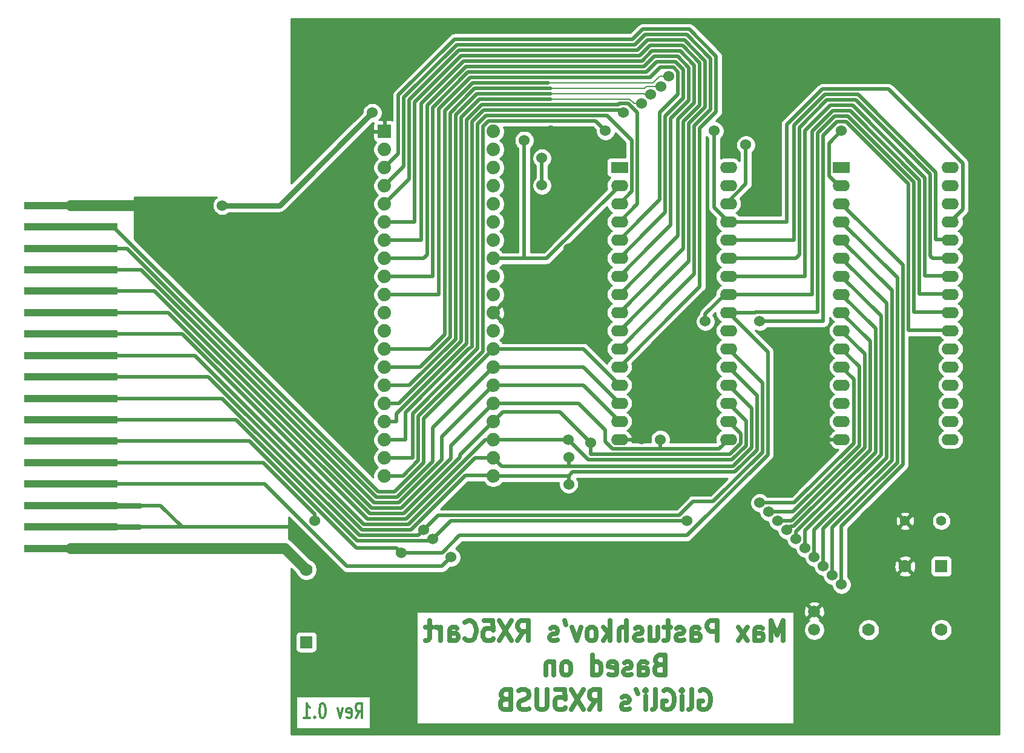
<source format=gbl>
G04 #@! TF.GenerationSoftware,KiCad,Pcbnew,5.1.10*
G04 #@! TF.CreationDate,2021-09-01T18:01:51-07:00*
G04 #@! TF.ProjectId,rx5cart,72783563-6172-4742-9e6b-696361645f70,1*
G04 #@! TF.SameCoordinates,Original*
G04 #@! TF.FileFunction,Copper,L2,Bot*
G04 #@! TF.FilePolarity,Positive*
%FSLAX46Y46*%
G04 Gerber Fmt 4.6, Leading zero omitted, Abs format (unit mm)*
G04 Created by KiCad (PCBNEW 5.1.10) date 2021-09-01 18:01:51*
%MOMM*%
%LPD*%
G01*
G04 APERTURE LIST*
G04 #@! TA.AperFunction,NonConductor*
%ADD10C,0.304800*%
G04 #@! TD*
G04 #@! TA.AperFunction,NonConductor*
%ADD11C,0.635000*%
G04 #@! TD*
G04 #@! TA.AperFunction,ComponentPad*
%ADD12C,1.676400*%
G04 #@! TD*
G04 #@! TA.AperFunction,ComponentPad*
%ADD13O,2.400000X1.600000*%
G04 #@! TD*
G04 #@! TA.AperFunction,ComponentPad*
%ADD14R,2.400000X1.600000*%
G04 #@! TD*
G04 #@! TA.AperFunction,ComponentPad*
%ADD15R,1.879600X1.879600*%
G04 #@! TD*
G04 #@! TA.AperFunction,ComponentPad*
%ADD16C,1.879600*%
G04 #@! TD*
G04 #@! TA.AperFunction,ComponentPad*
%ADD17C,1.778000*%
G04 #@! TD*
G04 #@! TA.AperFunction,ConnectorPad*
%ADD18R,12.999720X1.099820*%
G04 #@! TD*
G04 #@! TA.AperFunction,ComponentPad*
%ADD19R,1.778000X1.778000*%
G04 #@! TD*
G04 #@! TA.AperFunction,ComponentPad*
%ADD20C,1.397000*%
G04 #@! TD*
G04 #@! TA.AperFunction,ViaPad*
%ADD21C,1.524000*%
G04 #@! TD*
G04 #@! TA.AperFunction,Conductor*
%ADD22C,0.508000*%
G04 #@! TD*
G04 #@! TA.AperFunction,Conductor*
%ADD23C,0.200000*%
G04 #@! TD*
G04 #@! TA.AperFunction,Conductor*
%ADD24C,0.762000*%
G04 #@! TD*
G04 #@! TA.AperFunction,Conductor*
%ADD25C,1.524000*%
G04 #@! TD*
G04 #@! TA.AperFunction,Conductor*
%ADD26C,0.254000*%
G04 #@! TD*
G04 #@! TA.AperFunction,Conductor*
%ADD27C,0.150000*%
G04 #@! TD*
G04 APERTURE END LIST*
D10*
X79356857Y-131729238D02*
X79864857Y-130761619D01*
X80227714Y-131729238D02*
X80227714Y-129697238D01*
X79647142Y-129697238D01*
X79502000Y-129794000D01*
X79429428Y-129890761D01*
X79356857Y-130084285D01*
X79356857Y-130374571D01*
X79429428Y-130568095D01*
X79502000Y-130664857D01*
X79647142Y-130761619D01*
X80227714Y-130761619D01*
X78123142Y-131632476D02*
X78268285Y-131729238D01*
X78558571Y-131729238D01*
X78703714Y-131632476D01*
X78776285Y-131438952D01*
X78776285Y-130664857D01*
X78703714Y-130471333D01*
X78558571Y-130374571D01*
X78268285Y-130374571D01*
X78123142Y-130471333D01*
X78050571Y-130664857D01*
X78050571Y-130858380D01*
X78776285Y-131051904D01*
X77542571Y-130374571D02*
X77179714Y-131729238D01*
X76816857Y-130374571D01*
X74784857Y-129697238D02*
X74639714Y-129697238D01*
X74494571Y-129794000D01*
X74422000Y-129890761D01*
X74349428Y-130084285D01*
X74276857Y-130471333D01*
X74276857Y-130955142D01*
X74349428Y-131342190D01*
X74422000Y-131535714D01*
X74494571Y-131632476D01*
X74639714Y-131729238D01*
X74784857Y-131729238D01*
X74930000Y-131632476D01*
X75002571Y-131535714D01*
X75075142Y-131342190D01*
X75147714Y-130955142D01*
X75147714Y-130471333D01*
X75075142Y-130084285D01*
X75002571Y-129890761D01*
X74930000Y-129794000D01*
X74784857Y-129697238D01*
X73623714Y-131535714D02*
X73551142Y-131632476D01*
X73623714Y-131729238D01*
X73696285Y-131632476D01*
X73623714Y-131535714D01*
X73623714Y-131729238D01*
X72099714Y-131729238D02*
X72970571Y-131729238D01*
X72535142Y-131729238D02*
X72535142Y-129697238D01*
X72680285Y-129987523D01*
X72825428Y-130181047D01*
X72970571Y-130277809D01*
D11*
X139155714Y-120897952D02*
X139155714Y-118103952D01*
X138309047Y-120099666D01*
X137462380Y-118103952D01*
X137462380Y-120897952D01*
X135164285Y-120897952D02*
X135164285Y-119434428D01*
X135285238Y-119168333D01*
X135527142Y-119035285D01*
X136010952Y-119035285D01*
X136252857Y-119168333D01*
X135164285Y-120764904D02*
X135406190Y-120897952D01*
X136010952Y-120897952D01*
X136252857Y-120764904D01*
X136373809Y-120498809D01*
X136373809Y-120232714D01*
X136252857Y-119966619D01*
X136010952Y-119833571D01*
X135406190Y-119833571D01*
X135164285Y-119700523D01*
X134196666Y-120897952D02*
X132866190Y-119035285D01*
X134196666Y-119035285D02*
X132866190Y-120897952D01*
X129963333Y-120897952D02*
X129963333Y-118103952D01*
X128995714Y-118103952D01*
X128753809Y-118237000D01*
X128632857Y-118370047D01*
X128511904Y-118636142D01*
X128511904Y-119035285D01*
X128632857Y-119301380D01*
X128753809Y-119434428D01*
X128995714Y-119567476D01*
X129963333Y-119567476D01*
X126334761Y-120897952D02*
X126334761Y-119434428D01*
X126455714Y-119168333D01*
X126697619Y-119035285D01*
X127181428Y-119035285D01*
X127423333Y-119168333D01*
X126334761Y-120764904D02*
X126576666Y-120897952D01*
X127181428Y-120897952D01*
X127423333Y-120764904D01*
X127544285Y-120498809D01*
X127544285Y-120232714D01*
X127423333Y-119966619D01*
X127181428Y-119833571D01*
X126576666Y-119833571D01*
X126334761Y-119700523D01*
X125246190Y-120764904D02*
X125004285Y-120897952D01*
X124520476Y-120897952D01*
X124278571Y-120764904D01*
X124157619Y-120498809D01*
X124157619Y-120365761D01*
X124278571Y-120099666D01*
X124520476Y-119966619D01*
X124883333Y-119966619D01*
X125125238Y-119833571D01*
X125246190Y-119567476D01*
X125246190Y-119434428D01*
X125125238Y-119168333D01*
X124883333Y-119035285D01*
X124520476Y-119035285D01*
X124278571Y-119168333D01*
X123431904Y-119035285D02*
X122464285Y-119035285D01*
X123069047Y-118103952D02*
X123069047Y-120498809D01*
X122948095Y-120764904D01*
X122706190Y-120897952D01*
X122464285Y-120897952D01*
X120529047Y-119035285D02*
X120529047Y-120897952D01*
X121617619Y-119035285D02*
X121617619Y-120498809D01*
X121496666Y-120764904D01*
X121254761Y-120897952D01*
X120891904Y-120897952D01*
X120650000Y-120764904D01*
X120529047Y-120631857D01*
X119440476Y-120764904D02*
X119198571Y-120897952D01*
X118714761Y-120897952D01*
X118472857Y-120764904D01*
X118351904Y-120498809D01*
X118351904Y-120365761D01*
X118472857Y-120099666D01*
X118714761Y-119966619D01*
X119077619Y-119966619D01*
X119319523Y-119833571D01*
X119440476Y-119567476D01*
X119440476Y-119434428D01*
X119319523Y-119168333D01*
X119077619Y-119035285D01*
X118714761Y-119035285D01*
X118472857Y-119168333D01*
X117263333Y-120897952D02*
X117263333Y-118103952D01*
X116174761Y-120897952D02*
X116174761Y-119434428D01*
X116295714Y-119168333D01*
X116537619Y-119035285D01*
X116900476Y-119035285D01*
X117142380Y-119168333D01*
X117263333Y-119301380D01*
X114965238Y-120897952D02*
X114965238Y-118103952D01*
X114723333Y-119833571D02*
X113997619Y-120897952D01*
X113997619Y-119035285D02*
X114965238Y-120099666D01*
X112546190Y-120897952D02*
X112788095Y-120764904D01*
X112909047Y-120631857D01*
X113030000Y-120365761D01*
X113030000Y-119567476D01*
X112909047Y-119301380D01*
X112788095Y-119168333D01*
X112546190Y-119035285D01*
X112183333Y-119035285D01*
X111941428Y-119168333D01*
X111820476Y-119301380D01*
X111699523Y-119567476D01*
X111699523Y-120365761D01*
X111820476Y-120631857D01*
X111941428Y-120764904D01*
X112183333Y-120897952D01*
X112546190Y-120897952D01*
X110852857Y-119035285D02*
X110248095Y-120897952D01*
X109643333Y-119035285D01*
X108554761Y-118103952D02*
X108796666Y-118636142D01*
X107587142Y-120764904D02*
X107345238Y-120897952D01*
X106861428Y-120897952D01*
X106619523Y-120764904D01*
X106498571Y-120498809D01*
X106498571Y-120365761D01*
X106619523Y-120099666D01*
X106861428Y-119966619D01*
X107224285Y-119966619D01*
X107466190Y-119833571D01*
X107587142Y-119567476D01*
X107587142Y-119434428D01*
X107466190Y-119168333D01*
X107224285Y-119035285D01*
X106861428Y-119035285D01*
X106619523Y-119168333D01*
X102023333Y-120897952D02*
X102870000Y-119567476D01*
X103474761Y-120897952D02*
X103474761Y-118103952D01*
X102507142Y-118103952D01*
X102265238Y-118237000D01*
X102144285Y-118370047D01*
X102023333Y-118636142D01*
X102023333Y-119035285D01*
X102144285Y-119301380D01*
X102265238Y-119434428D01*
X102507142Y-119567476D01*
X103474761Y-119567476D01*
X101176666Y-118103952D02*
X99483333Y-120897952D01*
X99483333Y-118103952D02*
X101176666Y-120897952D01*
X97306190Y-118103952D02*
X98515714Y-118103952D01*
X98636666Y-119434428D01*
X98515714Y-119301380D01*
X98273809Y-119168333D01*
X97669047Y-119168333D01*
X97427142Y-119301380D01*
X97306190Y-119434428D01*
X97185238Y-119700523D01*
X97185238Y-120365761D01*
X97306190Y-120631857D01*
X97427142Y-120764904D01*
X97669047Y-120897952D01*
X98273809Y-120897952D01*
X98515714Y-120764904D01*
X98636666Y-120631857D01*
X94645238Y-120631857D02*
X94766190Y-120764904D01*
X95129047Y-120897952D01*
X95370952Y-120897952D01*
X95733809Y-120764904D01*
X95975714Y-120498809D01*
X96096666Y-120232714D01*
X96217619Y-119700523D01*
X96217619Y-119301380D01*
X96096666Y-118769190D01*
X95975714Y-118503095D01*
X95733809Y-118237000D01*
X95370952Y-118103952D01*
X95129047Y-118103952D01*
X94766190Y-118237000D01*
X94645238Y-118370047D01*
X92468095Y-120897952D02*
X92468095Y-119434428D01*
X92589047Y-119168333D01*
X92830952Y-119035285D01*
X93314761Y-119035285D01*
X93556666Y-119168333D01*
X92468095Y-120764904D02*
X92710000Y-120897952D01*
X93314761Y-120897952D01*
X93556666Y-120764904D01*
X93677619Y-120498809D01*
X93677619Y-120232714D01*
X93556666Y-119966619D01*
X93314761Y-119833571D01*
X92710000Y-119833571D01*
X92468095Y-119700523D01*
X91258571Y-120897952D02*
X91258571Y-119035285D01*
X91258571Y-119567476D02*
X91137619Y-119301380D01*
X91016666Y-119168333D01*
X90774761Y-119035285D01*
X90532857Y-119035285D01*
X90049047Y-119035285D02*
X89081428Y-119035285D01*
X89686190Y-118103952D02*
X89686190Y-120498809D01*
X89565238Y-120764904D01*
X89323333Y-120897952D01*
X89081428Y-120897952D01*
X121799047Y-124260428D02*
X121436190Y-124393476D01*
X121315238Y-124526523D01*
X121194285Y-124792619D01*
X121194285Y-125191761D01*
X121315238Y-125457857D01*
X121436190Y-125590904D01*
X121678095Y-125723952D01*
X122645714Y-125723952D01*
X122645714Y-122929952D01*
X121799047Y-122929952D01*
X121557142Y-123063000D01*
X121436190Y-123196047D01*
X121315238Y-123462142D01*
X121315238Y-123728238D01*
X121436190Y-123994333D01*
X121557142Y-124127380D01*
X121799047Y-124260428D01*
X122645714Y-124260428D01*
X119017142Y-125723952D02*
X119017142Y-124260428D01*
X119138095Y-123994333D01*
X119380000Y-123861285D01*
X119863809Y-123861285D01*
X120105714Y-123994333D01*
X119017142Y-125590904D02*
X119259047Y-125723952D01*
X119863809Y-125723952D01*
X120105714Y-125590904D01*
X120226666Y-125324809D01*
X120226666Y-125058714D01*
X120105714Y-124792619D01*
X119863809Y-124659571D01*
X119259047Y-124659571D01*
X119017142Y-124526523D01*
X117928571Y-125590904D02*
X117686666Y-125723952D01*
X117202857Y-125723952D01*
X116960952Y-125590904D01*
X116840000Y-125324809D01*
X116840000Y-125191761D01*
X116960952Y-124925666D01*
X117202857Y-124792619D01*
X117565714Y-124792619D01*
X117807619Y-124659571D01*
X117928571Y-124393476D01*
X117928571Y-124260428D01*
X117807619Y-123994333D01*
X117565714Y-123861285D01*
X117202857Y-123861285D01*
X116960952Y-123994333D01*
X114783809Y-125590904D02*
X115025714Y-125723952D01*
X115509523Y-125723952D01*
X115751428Y-125590904D01*
X115872380Y-125324809D01*
X115872380Y-124260428D01*
X115751428Y-123994333D01*
X115509523Y-123861285D01*
X115025714Y-123861285D01*
X114783809Y-123994333D01*
X114662857Y-124260428D01*
X114662857Y-124526523D01*
X115872380Y-124792619D01*
X112485714Y-125723952D02*
X112485714Y-122929952D01*
X112485714Y-125590904D02*
X112727619Y-125723952D01*
X113211428Y-125723952D01*
X113453333Y-125590904D01*
X113574285Y-125457857D01*
X113695238Y-125191761D01*
X113695238Y-124393476D01*
X113574285Y-124127380D01*
X113453333Y-123994333D01*
X113211428Y-123861285D01*
X112727619Y-123861285D01*
X112485714Y-123994333D01*
X108978095Y-125723952D02*
X109220000Y-125590904D01*
X109340952Y-125457857D01*
X109461904Y-125191761D01*
X109461904Y-124393476D01*
X109340952Y-124127380D01*
X109220000Y-123994333D01*
X108978095Y-123861285D01*
X108615238Y-123861285D01*
X108373333Y-123994333D01*
X108252380Y-124127380D01*
X108131428Y-124393476D01*
X108131428Y-125191761D01*
X108252380Y-125457857D01*
X108373333Y-125590904D01*
X108615238Y-125723952D01*
X108978095Y-125723952D01*
X107042857Y-123861285D02*
X107042857Y-125723952D01*
X107042857Y-124127380D02*
X106921904Y-123994333D01*
X106680000Y-123861285D01*
X106317142Y-123861285D01*
X106075238Y-123994333D01*
X105954285Y-124260428D01*
X105954285Y-125723952D01*
X127544285Y-127889000D02*
X127786190Y-127755952D01*
X128149047Y-127755952D01*
X128511904Y-127889000D01*
X128753809Y-128155095D01*
X128874761Y-128421190D01*
X128995714Y-128953380D01*
X128995714Y-129352523D01*
X128874761Y-129884714D01*
X128753809Y-130150809D01*
X128511904Y-130416904D01*
X128149047Y-130549952D01*
X127907142Y-130549952D01*
X127544285Y-130416904D01*
X127423333Y-130283857D01*
X127423333Y-129352523D01*
X127907142Y-129352523D01*
X125971904Y-130549952D02*
X126213809Y-130416904D01*
X126334761Y-130150809D01*
X126334761Y-127755952D01*
X125004285Y-130549952D02*
X125004285Y-128687285D01*
X125004285Y-127755952D02*
X125125238Y-127889000D01*
X125004285Y-128022047D01*
X124883333Y-127889000D01*
X125004285Y-127755952D01*
X125004285Y-128022047D01*
X122464285Y-127889000D02*
X122706190Y-127755952D01*
X123069047Y-127755952D01*
X123431904Y-127889000D01*
X123673809Y-128155095D01*
X123794761Y-128421190D01*
X123915714Y-128953380D01*
X123915714Y-129352523D01*
X123794761Y-129884714D01*
X123673809Y-130150809D01*
X123431904Y-130416904D01*
X123069047Y-130549952D01*
X122827142Y-130549952D01*
X122464285Y-130416904D01*
X122343333Y-130283857D01*
X122343333Y-129352523D01*
X122827142Y-129352523D01*
X120891904Y-130549952D02*
X121133809Y-130416904D01*
X121254761Y-130150809D01*
X121254761Y-127755952D01*
X119924285Y-130549952D02*
X119924285Y-128687285D01*
X119924285Y-127755952D02*
X120045238Y-127889000D01*
X119924285Y-128022047D01*
X119803333Y-127889000D01*
X119924285Y-127755952D01*
X119924285Y-128022047D01*
X118593809Y-127755952D02*
X118835714Y-128288142D01*
X117626190Y-130416904D02*
X117384285Y-130549952D01*
X116900476Y-130549952D01*
X116658571Y-130416904D01*
X116537619Y-130150809D01*
X116537619Y-130017761D01*
X116658571Y-129751666D01*
X116900476Y-129618619D01*
X117263333Y-129618619D01*
X117505238Y-129485571D01*
X117626190Y-129219476D01*
X117626190Y-129086428D01*
X117505238Y-128820333D01*
X117263333Y-128687285D01*
X116900476Y-128687285D01*
X116658571Y-128820333D01*
X112062380Y-130549952D02*
X112909047Y-129219476D01*
X113513809Y-130549952D02*
X113513809Y-127755952D01*
X112546190Y-127755952D01*
X112304285Y-127889000D01*
X112183333Y-128022047D01*
X112062380Y-128288142D01*
X112062380Y-128687285D01*
X112183333Y-128953380D01*
X112304285Y-129086428D01*
X112546190Y-129219476D01*
X113513809Y-129219476D01*
X111215714Y-127755952D02*
X109522380Y-130549952D01*
X109522380Y-127755952D02*
X111215714Y-130549952D01*
X107345238Y-127755952D02*
X108554761Y-127755952D01*
X108675714Y-129086428D01*
X108554761Y-128953380D01*
X108312857Y-128820333D01*
X107708095Y-128820333D01*
X107466190Y-128953380D01*
X107345238Y-129086428D01*
X107224285Y-129352523D01*
X107224285Y-130017761D01*
X107345238Y-130283857D01*
X107466190Y-130416904D01*
X107708095Y-130549952D01*
X108312857Y-130549952D01*
X108554761Y-130416904D01*
X108675714Y-130283857D01*
X106135714Y-127755952D02*
X106135714Y-130017761D01*
X106014761Y-130283857D01*
X105893809Y-130416904D01*
X105651904Y-130549952D01*
X105168095Y-130549952D01*
X104926190Y-130416904D01*
X104805238Y-130283857D01*
X104684285Y-130017761D01*
X104684285Y-127755952D01*
X103595714Y-130416904D02*
X103232857Y-130549952D01*
X102628095Y-130549952D01*
X102386190Y-130416904D01*
X102265238Y-130283857D01*
X102144285Y-130017761D01*
X102144285Y-129751666D01*
X102265238Y-129485571D01*
X102386190Y-129352523D01*
X102628095Y-129219476D01*
X103111904Y-129086428D01*
X103353809Y-128953380D01*
X103474761Y-128820333D01*
X103595714Y-128554238D01*
X103595714Y-128288142D01*
X103474761Y-128022047D01*
X103353809Y-127889000D01*
X103111904Y-127755952D01*
X102507142Y-127755952D01*
X102144285Y-127889000D01*
X100209047Y-129086428D02*
X99846190Y-129219476D01*
X99725238Y-129352523D01*
X99604285Y-129618619D01*
X99604285Y-130017761D01*
X99725238Y-130283857D01*
X99846190Y-130416904D01*
X100088095Y-130549952D01*
X101055714Y-130549952D01*
X101055714Y-127755952D01*
X100209047Y-127755952D01*
X99967142Y-127889000D01*
X99846190Y-128022047D01*
X99725238Y-128288142D01*
X99725238Y-128554238D01*
X99846190Y-128820333D01*
X99967142Y-128953380D01*
X100209047Y-129086428D01*
X101055714Y-129086428D01*
D12*
X143510000Y-119380000D03*
X143510000Y-116840000D03*
D13*
X162560000Y-54626600D03*
X147320000Y-92726600D03*
X162560000Y-57166600D03*
X147320000Y-90186600D03*
X162560000Y-59706600D03*
X147320000Y-87646600D03*
X162560000Y-62246600D03*
X147320000Y-85106600D03*
X162560000Y-64786600D03*
X147320000Y-82566600D03*
X162560000Y-67326600D03*
X147320000Y-80026600D03*
X162560000Y-69866600D03*
X147320000Y-77486600D03*
X162560000Y-72406600D03*
X147320000Y-74946600D03*
X162560000Y-74946600D03*
X147320000Y-72406600D03*
X162560000Y-77486600D03*
X147320000Y-69866600D03*
X162560000Y-80026600D03*
X147320000Y-67326600D03*
X162560000Y-82566600D03*
X147320000Y-64786600D03*
X162560000Y-85106600D03*
X147320000Y-62246600D03*
X162560000Y-87646600D03*
X147320000Y-59706600D03*
X162560000Y-90186600D03*
X147320000Y-57166600D03*
X162560000Y-92726600D03*
D14*
X147320000Y-54626600D03*
D13*
X131496001Y-54626600D03*
X116256001Y-92726600D03*
X131496001Y-57166600D03*
X116256001Y-90186600D03*
X131496001Y-59706600D03*
X116256001Y-87646600D03*
X131496001Y-62246600D03*
X116256001Y-85106600D03*
X131496001Y-64786600D03*
X116256001Y-82566600D03*
X131496001Y-67326600D03*
X116256001Y-80026600D03*
X131496001Y-69866600D03*
X116256001Y-77486600D03*
X131496001Y-72406600D03*
X116256001Y-74946600D03*
X131496001Y-74946600D03*
X116256001Y-72406600D03*
X131496001Y-77486600D03*
X116256001Y-69866600D03*
X131496001Y-80026600D03*
X116256001Y-67326600D03*
X131496001Y-82566600D03*
X116256001Y-64786600D03*
X131496001Y-85106600D03*
X116256001Y-62246600D03*
X131496001Y-87646600D03*
X116256001Y-59706600D03*
X131496001Y-90186600D03*
X116256001Y-57166600D03*
X131496001Y-92726600D03*
D14*
X116256001Y-54626600D03*
D15*
X83365340Y-49593500D03*
D16*
X83365340Y-52133500D03*
X83365340Y-54673500D03*
X83365340Y-57213500D03*
X83365340Y-59753500D03*
X83365340Y-62293500D03*
X83365340Y-64833500D03*
X83365340Y-67373500D03*
X83365340Y-69913500D03*
X83365340Y-72453500D03*
X83365340Y-74993500D03*
X83365340Y-77533500D03*
X83365340Y-80073500D03*
X83365340Y-82613500D03*
X83365340Y-85153500D03*
X83365340Y-87693500D03*
X83365340Y-90233500D03*
X83365340Y-92773500D03*
X83365340Y-95313500D03*
X83365340Y-97853500D03*
X98605340Y-97853500D03*
X98605340Y-95313500D03*
X98605340Y-92773500D03*
X98605340Y-90233500D03*
X98605340Y-87693500D03*
X98605340Y-85153500D03*
X98605340Y-82613500D03*
X98605340Y-80073500D03*
X98605340Y-77533500D03*
X98605340Y-74993500D03*
X98605340Y-72453500D03*
X98605340Y-69913500D03*
X98605340Y-67373500D03*
X98605340Y-64833500D03*
X98605340Y-62293500D03*
X98605340Y-59753500D03*
X98605340Y-57213500D03*
X98605340Y-54673500D03*
X98605340Y-52133500D03*
X98605340Y-49593500D03*
D17*
X161290000Y-119380000D03*
X151130000Y-119380000D03*
D18*
X39509700Y-59969400D03*
X39509700Y-62969140D03*
X39509700Y-65971420D03*
X39509700Y-68971160D03*
X39509700Y-71970900D03*
X39509700Y-74970640D03*
X39509700Y-77970380D03*
X39509700Y-80970120D03*
X39509700Y-83969860D03*
X39509700Y-86969600D03*
X39509700Y-89969340D03*
X39509700Y-92969080D03*
X39509700Y-95971360D03*
X39509700Y-98971100D03*
X39509700Y-101970840D03*
X39509700Y-104970580D03*
X39509700Y-107970320D03*
D17*
X72443340Y-110934500D03*
D19*
X72443340Y-121094500D03*
D20*
X161290000Y-104140000D03*
X156210000Y-104140000D03*
D19*
X161290000Y-110490000D03*
D17*
X156210000Y-110490000D03*
D21*
X135890000Y-101600000D03*
X137160000Y-102870000D03*
X120650000Y-44450000D03*
X135890000Y-76200000D03*
X119380000Y-45720000D03*
X128270000Y-76200000D03*
X146050000Y-111760000D03*
X116840000Y-46990000D03*
X147320000Y-113030000D03*
X73660000Y-104140000D03*
X114300000Y-49530000D03*
X92710000Y-109220000D03*
X102933500Y-50863500D03*
X147320000Y-49530000D03*
X138430000Y-104140000D03*
X139700000Y-105410000D03*
X140970000Y-106680000D03*
X142240000Y-107950000D03*
X143510000Y-109220000D03*
X144780000Y-110490000D03*
X123190000Y-41910000D03*
X122073999Y-43333999D03*
X121974610Y-92764610D03*
X112213380Y-93163380D03*
X109134558Y-92795442D03*
X109220000Y-95250000D03*
X109156500Y-98996500D03*
X109220000Y-66040000D03*
X109220000Y-53340000D03*
X106680000Y-49530000D03*
X83820000Y-43180000D03*
X119380000Y-92710000D03*
X119380000Y-99060000D03*
X95250000Y-101600000D03*
X95250000Y-107950000D03*
X105410000Y-53340000D03*
X105410000Y-57150000D03*
X133933999Y-51486001D03*
X88900000Y-105410000D03*
X90170000Y-106680000D03*
X125730000Y-104140000D03*
X85725000Y-108585000D03*
X60680600Y-59969400D03*
X81670207Y-46990000D03*
X129540000Y-49530000D03*
D22*
X124822101Y-74000500D02*
X116256001Y-82566600D01*
X85343970Y-44547464D02*
X93175885Y-36715549D01*
X85343970Y-52694870D02*
X85343970Y-44547464D01*
X83365340Y-54673500D02*
X85343970Y-52694870D01*
X93175885Y-36715549D02*
X118110000Y-36715549D01*
X127508040Y-71314561D02*
X116256001Y-82566600D01*
X127508040Y-49137824D02*
X127508040Y-71314561D01*
X129794071Y-46851793D02*
X127508040Y-49137824D01*
X126009039Y-35305929D02*
X129794071Y-39090961D01*
X129794071Y-39090961D02*
X129794071Y-46851793D01*
X119519620Y-35305929D02*
X126009039Y-35305929D01*
X118110000Y-36715549D02*
X119519620Y-35305929D01*
X149028010Y-84274610D02*
X147320000Y-82566600D01*
X149028010Y-93268395D02*
X149028010Y-84274610D01*
X140696405Y-101600000D02*
X149028010Y-93268395D01*
X135890000Y-101600000D02*
X140696405Y-101600000D01*
X86105980Y-44863098D02*
X93491519Y-37477559D01*
X124060091Y-72222510D02*
X116256001Y-80026600D01*
X86105980Y-54472860D02*
X86105980Y-44863098D01*
X83365340Y-57213500D02*
X86105980Y-54472860D01*
X93491519Y-37477559D02*
X118449439Y-37477559D01*
X125693405Y-36067939D02*
X129032061Y-39406595D01*
X119859059Y-36067939D02*
X125693405Y-36067939D01*
X118449439Y-37477559D02*
X119859059Y-36067939D01*
X129032061Y-39406595D02*
X129032061Y-46536159D01*
X129032061Y-46536159D02*
X126746030Y-48822190D01*
X126746030Y-69536571D02*
X124060091Y-72222510D01*
X126746030Y-48822190D02*
X126746030Y-69536571D01*
X149790020Y-82496620D02*
X147320000Y-80026600D01*
X149790020Y-93584029D02*
X149790020Y-82496620D01*
X140504049Y-102870000D02*
X149790020Y-93584029D01*
X137160000Y-102870000D02*
X140504049Y-102870000D01*
X83365340Y-85153500D02*
X86873568Y-85153500D01*
X86873568Y-85153500D02*
X93344265Y-78682803D01*
X93344265Y-47323609D02*
X96332225Y-44335649D01*
X93344265Y-78682803D02*
X93344265Y-47323609D01*
X96332225Y-44335649D02*
X106680000Y-44335649D01*
D23*
X106680000Y-44335649D02*
X119265649Y-44335649D01*
X119647331Y-44335649D02*
X119761682Y-44450000D01*
X119265649Y-44335649D02*
X119647331Y-44335649D01*
X119761682Y-44450000D02*
X120650000Y-44450000D01*
X120650000Y-44450000D02*
X120650000Y-44450000D01*
D22*
X156648108Y-77470000D02*
X162543400Y-77470000D01*
X156648108Y-56978506D02*
X156648108Y-77470000D01*
X146710399Y-48259999D02*
X147929601Y-48259999D01*
X144780000Y-50190398D02*
X146710399Y-48259999D01*
X144780000Y-76200000D02*
X144780000Y-50190398D01*
X162543400Y-77470000D02*
X162560000Y-77486600D01*
X147929601Y-48259999D02*
X156648108Y-56978506D01*
X135890000Y-76200000D02*
X144780000Y-76200000D01*
X94106275Y-78998437D02*
X94106275Y-47639243D01*
X96647859Y-45097659D02*
X106680000Y-45097659D01*
X85411212Y-87693500D02*
X94106275Y-78998437D01*
X83365340Y-87693500D02*
X85411212Y-87693500D01*
X94106275Y-47639243D02*
X96647859Y-45097659D01*
D23*
X117687116Y-45097659D02*
X118309457Y-45720000D01*
X106680000Y-45097659D02*
X117687116Y-45097659D01*
X118309457Y-45720000D02*
X119380000Y-45720000D01*
X119380000Y-45720000D02*
X119380000Y-45720000D01*
D22*
X130985770Y-72406600D02*
X131496001Y-72406600D01*
X128270000Y-75122370D02*
X130985770Y-72406600D01*
X128270000Y-76200000D02*
X128270000Y-75122370D01*
X131496001Y-72406600D02*
X143239380Y-72406600D01*
X148560871Y-46735981D02*
X158242010Y-56417120D01*
X146079129Y-46735981D02*
X148560871Y-46735981D01*
X143255980Y-49559130D02*
X146079129Y-46735981D01*
X143255980Y-72390000D02*
X143255980Y-49559130D01*
X143239380Y-72406600D02*
X143255980Y-72390000D01*
X158242010Y-56417120D02*
X158242010Y-72390000D01*
X162543400Y-72390000D02*
X162560000Y-72406600D01*
X158242010Y-72390000D02*
X162543400Y-72390000D01*
X118726021Y-46996419D02*
X118726021Y-59776580D01*
X116230399Y-45719999D02*
X117449601Y-45719999D01*
X96963493Y-45859669D02*
X116090729Y-45859669D01*
X94868285Y-47954877D02*
X96963493Y-45859669D01*
X94868285Y-79314071D02*
X94868285Y-47954877D01*
X118726021Y-59776580D02*
X116256001Y-62246600D01*
X116090729Y-45859669D02*
X116230399Y-45719999D01*
X85026500Y-89155856D02*
X94868285Y-79314071D01*
X85026500Y-90233500D02*
X85026500Y-89155856D01*
X117449601Y-45719999D02*
X118726021Y-46996419D01*
X83365340Y-90233500D02*
X85026500Y-90233500D01*
X146050000Y-111760000D02*
X146050000Y-105025288D01*
X155124088Y-70050688D02*
X147320000Y-62246600D01*
X155124088Y-95951200D02*
X155124088Y-70050688D01*
X146050000Y-105025288D02*
X155124088Y-95951200D01*
X83365340Y-92773500D02*
X86296500Y-92773500D01*
X86296500Y-92773500D02*
X86296500Y-88963500D01*
X95250000Y-80010000D02*
X95314661Y-80010000D01*
X86296500Y-88963500D02*
X95250000Y-80010000D01*
X95314661Y-80010000D02*
X95630295Y-79694366D01*
X95630295Y-48270511D02*
X97279127Y-46621679D01*
X95630295Y-79694366D02*
X95630295Y-48270511D01*
X97279127Y-46621679D02*
X114300000Y-46621679D01*
X114300000Y-46621679D02*
X116471679Y-46621679D01*
X116471679Y-46621679D02*
X116840000Y-46990000D01*
X116840000Y-46990000D02*
X116840000Y-46990000D01*
X131496001Y-64786600D02*
X140682780Y-64786600D01*
X149667595Y-44449951D02*
X160528040Y-55310396D01*
X144972405Y-44449951D02*
X149667595Y-44449951D01*
X140682780Y-48739576D02*
X144972405Y-44449951D01*
X140682780Y-64786600D02*
X140682780Y-48739576D01*
X160528040Y-55310396D02*
X160528040Y-64770000D01*
X162543400Y-64770000D02*
X162560000Y-64786600D01*
X160528040Y-64770000D02*
X162543400Y-64770000D01*
X83365340Y-95313500D02*
X87312480Y-95313500D01*
X87312480Y-95313500D02*
X87312480Y-89089825D01*
X87312480Y-89089825D02*
X96392305Y-80010000D01*
X117964011Y-57998590D02*
X116256001Y-59706600D01*
X117964011Y-50846367D02*
X117964011Y-57998590D01*
X97594761Y-47383689D02*
X114501333Y-47383689D01*
X96392305Y-48586145D02*
X97594761Y-47383689D01*
X96392305Y-80010000D02*
X96392305Y-48586145D01*
X114501333Y-47383689D02*
X117964011Y-50846367D01*
X147320000Y-113030000D02*
X147320000Y-104832932D01*
X155886098Y-68272698D02*
X147320000Y-59706600D01*
X155886098Y-96266834D02*
X155886098Y-68272698D01*
X147320000Y-104832932D02*
X155886098Y-96266834D01*
X39509700Y-95971360D02*
X66435556Y-95971360D01*
X66435556Y-95971360D02*
X73660000Y-103195804D01*
X73660000Y-103195804D02*
X73660000Y-104140000D01*
X73660000Y-104140000D02*
X73660000Y-104140000D01*
X83365340Y-97853500D02*
X85947836Y-97853500D01*
X85947836Y-97853500D02*
X88137990Y-95663346D01*
X88137990Y-89463206D02*
X97157539Y-80443657D01*
X88137990Y-95663346D02*
X88137990Y-89463206D01*
X97157539Y-48898555D02*
X97910395Y-48145699D01*
X97157539Y-80443657D02*
X97157539Y-48898555D01*
X97910395Y-48145699D02*
X112915699Y-48145699D01*
X112915699Y-48145699D02*
X114300000Y-49530000D01*
X114300000Y-49530000D02*
X114300000Y-49530000D01*
X66611498Y-98971100D02*
X78130398Y-110490000D01*
X39509700Y-98971100D02*
X66611498Y-98971100D01*
X78130398Y-110490000D02*
X91440000Y-110490000D01*
X91440000Y-110490000D02*
X92710000Y-109220000D01*
X92710000Y-109220000D02*
X92710000Y-109220000D01*
X106049101Y-67373500D02*
X116256001Y-57166600D01*
X102933500Y-67373500D02*
X102933500Y-50863500D01*
X98605340Y-67373500D02*
X102933500Y-67373500D01*
X102933500Y-67373500D02*
X106049101Y-67373500D01*
X102933500Y-50863500D02*
X102933500Y-50863500D01*
X146945598Y-57166600D02*
X145611999Y-55833001D01*
X147320000Y-57166600D02*
X146945598Y-57166600D01*
X145611999Y-55833001D02*
X145611999Y-51238001D01*
X145611999Y-51238001D02*
X147320000Y-49530000D01*
X147320000Y-49530000D02*
X147320000Y-49530000D01*
X123298081Y-70444520D02*
X116256001Y-77486600D01*
X83365340Y-59753500D02*
X86867990Y-56250850D01*
X120174693Y-36829949D02*
X125377771Y-36829949D01*
X86867990Y-56250850D02*
X86867990Y-45178732D01*
X86867990Y-45178732D02*
X93807153Y-38239569D01*
X93807153Y-38239569D02*
X118765073Y-38239569D01*
X118765073Y-38239569D02*
X120174693Y-36829949D01*
X125377771Y-36829949D02*
X128270051Y-39722229D01*
X128270051Y-39722229D02*
X128270051Y-46220525D01*
X128270051Y-46220525D02*
X128270049Y-46220527D01*
X128270051Y-46220525D02*
X125984020Y-48506556D01*
X125984020Y-67758581D02*
X123298081Y-70444520D01*
X125984020Y-48506556D02*
X125984020Y-67758581D01*
X150552030Y-80718630D02*
X147320000Y-77486600D01*
X150552030Y-93899663D02*
X150552030Y-80718630D01*
X140311693Y-104140000D02*
X150552030Y-93899663D01*
X138430000Y-104140000D02*
X140311693Y-104140000D01*
X122536071Y-68666530D02*
X116256001Y-74946600D01*
X125062137Y-37591959D02*
X127508041Y-40037863D01*
X120490327Y-37591959D02*
X125062137Y-37591959D01*
X87630000Y-45494366D02*
X94122787Y-39001579D01*
X119080707Y-39001579D02*
X120490327Y-37591959D01*
X87630000Y-62230000D02*
X87630000Y-45494366D01*
X94122787Y-39001579D02*
X119080707Y-39001579D01*
X87566500Y-62293500D02*
X87630000Y-62230000D01*
X83365340Y-62293500D02*
X87566500Y-62293500D01*
X127508041Y-40037863D02*
X127508041Y-45904891D01*
X125222010Y-65980591D02*
X122536071Y-68666530D01*
X125222010Y-48190922D02*
X125222010Y-65980591D01*
X127508041Y-45904891D02*
X125222010Y-48190922D01*
X151314038Y-78940638D02*
X147320000Y-74946600D01*
X151314038Y-94215299D02*
X151314038Y-78940638D01*
X140627327Y-104902010D02*
X151314038Y-94215299D01*
X140207990Y-104902010D02*
X140627327Y-104902010D01*
X139700000Y-105410000D02*
X140207990Y-104902010D01*
X121774061Y-66888540D02*
X116256001Y-72406600D01*
X88518980Y-45683030D02*
X94438421Y-39763589D01*
X88518980Y-64833500D02*
X88518980Y-45683030D01*
X83365340Y-64833500D02*
X88518980Y-64833500D01*
X94438421Y-39763589D02*
X119396341Y-39763589D01*
X124746503Y-38353969D02*
X126746031Y-40353497D01*
X120805961Y-38353969D02*
X124746503Y-38353969D01*
X119396341Y-39763589D02*
X120805961Y-38353969D01*
X126746031Y-45589257D02*
X124460000Y-47875288D01*
X126746031Y-40353497D02*
X126746031Y-45589257D01*
X124460000Y-64202601D02*
X121774061Y-66888540D01*
X124460000Y-47875288D02*
X124460000Y-64202601D01*
X140970000Y-106680000D02*
X140970000Y-105636981D01*
X152076048Y-77162648D02*
X147320000Y-72406600D01*
X152076048Y-94530933D02*
X152076048Y-77162648D01*
X140970000Y-105636981D02*
X152076048Y-94530933D01*
X121012051Y-65110550D02*
X116256001Y-69866600D01*
X89344490Y-45935164D02*
X94754055Y-40525599D01*
X89344490Y-66865510D02*
X89344490Y-45935164D01*
X88836500Y-67373500D02*
X89344490Y-66865510D01*
X83365340Y-67373500D02*
X88836500Y-67373500D01*
X94754055Y-40525599D02*
X119711975Y-40525599D01*
X124430869Y-39115979D02*
X125984021Y-40669131D01*
X121121595Y-39115979D02*
X124430869Y-39115979D01*
X119711975Y-40525599D02*
X121121595Y-39115979D01*
X125984021Y-45273623D02*
X123444020Y-47813624D01*
X125984021Y-40669131D02*
X125984021Y-45273623D01*
X123444020Y-62678581D02*
X121012051Y-65110550D01*
X123444020Y-47813624D02*
X123444020Y-62678581D01*
X142240000Y-107950000D02*
X142240000Y-105444625D01*
X152838058Y-75384658D02*
X147320000Y-69866600D01*
X152838058Y-94846567D02*
X152838058Y-75384658D01*
X142240000Y-105444625D02*
X152838058Y-94846567D01*
X120250041Y-63332560D02*
X116256001Y-67326600D01*
X90106500Y-46250798D02*
X95069689Y-41287609D01*
X90106500Y-69913500D02*
X90106500Y-46250798D01*
X95069689Y-41287609D02*
X120027609Y-41287609D01*
X83365340Y-69913500D02*
X90106500Y-69913500D01*
X124115235Y-39877989D02*
X125222011Y-40984765D01*
X121437229Y-39877989D02*
X124115235Y-39877989D01*
X120027609Y-41287609D02*
X121437229Y-39877989D01*
X125222011Y-44957989D02*
X122682010Y-47497990D01*
X125222011Y-40984765D02*
X125222011Y-44957989D01*
X122682010Y-60900591D02*
X120250041Y-63332560D01*
X122682010Y-47497990D02*
X122682010Y-60900591D01*
X153600068Y-73606668D02*
X153600068Y-95319932D01*
X147320000Y-67326600D02*
X153600068Y-73606668D01*
X153600068Y-95319932D02*
X143510000Y-105410000D01*
X143510000Y-105410000D02*
X143510000Y-109220000D01*
X119488031Y-61554570D02*
X116256001Y-64786600D01*
X123799601Y-40639999D02*
X124460001Y-41300399D01*
X121975295Y-40639999D02*
X123799601Y-40639999D01*
X120565675Y-42049619D02*
X121975295Y-40639999D01*
X95385323Y-42049619D02*
X120565675Y-42049619D01*
X90994735Y-46440207D02*
X95385323Y-42049619D01*
X90994735Y-72453500D02*
X90994735Y-46440207D01*
X83365340Y-72453500D02*
X90994735Y-72453500D01*
X124460001Y-41300399D02*
X124460001Y-44449999D01*
X124460001Y-44449999D02*
X121920000Y-46990000D01*
X121920000Y-59122601D02*
X119488031Y-61554570D01*
X121920000Y-46990000D02*
X121920000Y-59122601D01*
X144780000Y-110490000D02*
X144780000Y-105217644D01*
X154362078Y-71828678D02*
X147320000Y-64786600D01*
X154362078Y-95635566D02*
X154362078Y-71828678D01*
X144780000Y-105217644D02*
X154362078Y-95635566D01*
X83365340Y-80073500D02*
X89798280Y-80073500D01*
X89798280Y-80073500D02*
X91820245Y-78051535D01*
X91820245Y-78051535D02*
X91820245Y-46692341D01*
X91820245Y-46692341D02*
X95700957Y-42811629D01*
X95700957Y-42811629D02*
X106311629Y-42811629D01*
D23*
X120944687Y-42811629D02*
X121846316Y-41910000D01*
X106311629Y-42811629D02*
X120944687Y-42811629D01*
X121846316Y-41910000D02*
X123190000Y-41910000D01*
X123190000Y-41910000D02*
X123190000Y-41910000D01*
D22*
X131496001Y-67326600D02*
X140953400Y-67326600D01*
X141461390Y-66818610D02*
X141461390Y-49038610D01*
X140953400Y-67326600D02*
X141461390Y-66818610D01*
X145288039Y-45211961D02*
X149351961Y-45211961D01*
X141461390Y-49038610D02*
X145288039Y-45211961D01*
X159766030Y-55626030D02*
X159766030Y-67056030D01*
X149351961Y-45211961D02*
X159766030Y-55626030D01*
X160036600Y-67326600D02*
X162560000Y-67326600D01*
X159766030Y-67056030D02*
X160036600Y-67326600D01*
X83365340Y-82613500D02*
X88335924Y-82613500D01*
X88335924Y-82613500D02*
X92582255Y-78367169D01*
X92582255Y-78367169D02*
X92582255Y-47007975D01*
X92582255Y-47007975D02*
X95570215Y-44020015D01*
X96016591Y-43573639D02*
X106627263Y-43573639D01*
X95570215Y-44020015D02*
X96016591Y-43573639D01*
D23*
X106627263Y-43573639D02*
X119773639Y-43573639D01*
X120013279Y-43333999D02*
X122073999Y-43333999D01*
X119773639Y-43573639D02*
X120013279Y-43333999D01*
X122073999Y-43333999D02*
X122073999Y-43333999D01*
D22*
X131496001Y-69866600D02*
X142223400Y-69866600D01*
X148876505Y-45973971D02*
X159004020Y-56101486D01*
X142223400Y-49514066D02*
X145763495Y-45973971D01*
X145763495Y-45973971D02*
X148876505Y-45973971D01*
X142223400Y-69866600D02*
X142223400Y-49514066D01*
X159004020Y-56101486D02*
X159004020Y-69850000D01*
X162543400Y-69850000D02*
X162560000Y-69866600D01*
X159004020Y-69850000D02*
X162543400Y-69850000D01*
X39509700Y-62969140D02*
X45459650Y-62969140D01*
X45459650Y-62969140D02*
X82550000Y-100059490D01*
X82550000Y-100059490D02*
X84819490Y-100059490D01*
X84819490Y-100059490D02*
X88900000Y-95978980D01*
X88900000Y-89778840D02*
X98605340Y-80073500D01*
X88900000Y-95978980D02*
X88900000Y-89778840D01*
X111222901Y-80073500D02*
X116256001Y-85106600D01*
X98605340Y-80073500D02*
X111222901Y-80073500D01*
X39509700Y-65971420D02*
X45459650Y-65971420D01*
X39509700Y-65971420D02*
X46921420Y-65971420D01*
X47384286Y-65971420D02*
X82234366Y-100821500D01*
X46921420Y-65971420D02*
X47384286Y-65971420D01*
X85135124Y-100821500D02*
X85135126Y-100821498D01*
X82234366Y-100821500D02*
X85135124Y-100821500D01*
X90170000Y-95786624D02*
X90170000Y-91048840D01*
X90170000Y-91048840D02*
X98605340Y-82613500D01*
X85135124Y-100821500D02*
X90170000Y-95786624D01*
X111222901Y-82613500D02*
X116256001Y-87646600D01*
X98605340Y-82613500D02*
X111222901Y-82613500D01*
X39509700Y-68971160D02*
X49306382Y-68971160D01*
X49306382Y-68971160D02*
X81935222Y-101600000D01*
X85434268Y-101600000D02*
X91440000Y-95594268D01*
X81935222Y-101600000D02*
X85434268Y-101600000D01*
X91440000Y-92318840D02*
X98605340Y-85153500D01*
X91440000Y-95594268D02*
X91440000Y-92318840D01*
X111222901Y-85153500D02*
X116256001Y-90186600D01*
X98605340Y-85153500D02*
X111222901Y-85153500D01*
X39509700Y-71970900D02*
X51228478Y-71970900D01*
X81619586Y-102362008D02*
X85749904Y-102362008D01*
X51228478Y-71970900D02*
X81619586Y-102362008D01*
X85749904Y-102362008D02*
X92710000Y-95401912D01*
X92710000Y-93588840D02*
X98605340Y-87693500D01*
X92710000Y-95401912D02*
X92710000Y-93588840D01*
X98605340Y-87693500D02*
X110553500Y-87693500D01*
X114300000Y-93020404D02*
X115314206Y-94034610D01*
X114300000Y-91440000D02*
X114300000Y-93020404D01*
X110553500Y-87693500D02*
X114300000Y-91440000D01*
X130187991Y-94034610D02*
X131496001Y-92726600D01*
X115314206Y-94034610D02*
X121974610Y-94034610D01*
X121974610Y-94034610D02*
X121974610Y-92764610D01*
X121974610Y-94034610D02*
X130187991Y-94034610D01*
X121974610Y-92764610D02*
X121974610Y-92764610D01*
X93980000Y-94858840D02*
X98605340Y-90233500D01*
X93980000Y-95250000D02*
X93980000Y-94858840D01*
X86105982Y-103124018D02*
X93980000Y-95250000D01*
X81303952Y-103124018D02*
X86105982Y-103124018D01*
X53150574Y-74970640D02*
X81303952Y-103124018D01*
X39509700Y-74970640D02*
X53150574Y-74970640D01*
X133204011Y-91894610D02*
X131496001Y-90186600D01*
X133204011Y-93268395D02*
X133204011Y-91894610D01*
X131675786Y-94796620D02*
X133204011Y-93268395D01*
X112213380Y-94796620D02*
X112213380Y-93163380D01*
X112213380Y-94796620D02*
X131675786Y-94796620D01*
X112213380Y-93163380D02*
X112213380Y-93163380D01*
X98605340Y-90233500D02*
X99938840Y-88900000D01*
X107950000Y-88900000D02*
X112213380Y-93163380D01*
X99938840Y-88900000D02*
X107950000Y-88900000D01*
X39509700Y-77970380D02*
X55072670Y-77970380D01*
X55072670Y-77970380D02*
X80988316Y-103886026D01*
X80988316Y-103886026D02*
X86421618Y-103886026D01*
X97534144Y-92773500D02*
X98605340Y-92773500D01*
X86421618Y-103886026D02*
X97534144Y-92773500D01*
X133966021Y-90116620D02*
X131496001Y-87646600D01*
X133966021Y-93584029D02*
X133966021Y-90116620D01*
X131991420Y-95558630D02*
X133966021Y-93584029D01*
X111897746Y-95558630D02*
X131991420Y-95558630D01*
X109112616Y-92773500D02*
X109134558Y-92795442D01*
X98605340Y-92773500D02*
X105473500Y-92773500D01*
X105473500Y-92773500D02*
X107886500Y-92773500D01*
X107886500Y-92773500D02*
X109112616Y-92773500D01*
X109134558Y-92795442D02*
X111897746Y-95558630D01*
X96071788Y-95313500D02*
X98605340Y-95313500D01*
X56840120Y-80970120D02*
X80518036Y-104648036D01*
X86737252Y-104648036D02*
X96071788Y-95313500D01*
X80518036Y-104648036D02*
X86737252Y-104648036D01*
X39509700Y-80970120D02*
X56840120Y-80970120D01*
X98605340Y-95313500D02*
X99811840Y-96520000D01*
X134728031Y-88338630D02*
X131496001Y-85106600D01*
X134728031Y-93899663D02*
X134728031Y-88338630D01*
X132107694Y-96520000D02*
X134728031Y-93899663D01*
X99811840Y-96520000D02*
X102870000Y-96520000D01*
X102870000Y-96520000D02*
X105410000Y-96520000D01*
X109220000Y-96520000D02*
X109220000Y-95250000D01*
X105410000Y-96520000D02*
X109220000Y-96520000D01*
X109220000Y-96520000D02*
X132107694Y-96520000D01*
X109220000Y-95250000D02*
X109220000Y-95250000D01*
X87052886Y-105410046D02*
X94672932Y-97790000D01*
X80202402Y-105410046D02*
X87052886Y-105410046D01*
X58762216Y-83969860D02*
X80202402Y-105410046D01*
X98541840Y-97790000D02*
X98605340Y-97853500D01*
X94672932Y-97790000D02*
X98541840Y-97790000D01*
X39509700Y-83969860D02*
X58762216Y-83969860D01*
X109156500Y-97853500D02*
X109156500Y-98996500D01*
X98605340Y-97853500D02*
X109156500Y-97853500D01*
X109156500Y-98996500D02*
X109156500Y-98996500D01*
X109727990Y-97282010D02*
X109156500Y-97853500D01*
X132423328Y-97282010D02*
X109727990Y-97282010D01*
X135490041Y-94215297D02*
X132423328Y-97282010D01*
X135490041Y-86560640D02*
X135490041Y-94215297D01*
X131496001Y-82566600D02*
X135490041Y-86560640D01*
D24*
X39509700Y-104970580D02*
X49090580Y-104970580D01*
D25*
X39509700Y-59969400D02*
X50520600Y-59969400D01*
D22*
X109220000Y-53340000D02*
X109220000Y-52070000D01*
X109220000Y-52070000D02*
X106680000Y-49530000D01*
X106680000Y-49530000D02*
X106680000Y-49530000D01*
X119380000Y-99060000D02*
X116840000Y-101600000D01*
X116840000Y-101600000D02*
X95250000Y-101600000D01*
X95250000Y-101600000D02*
X95250000Y-101600000D01*
D24*
X39509700Y-101970840D02*
X49159160Y-101970840D01*
D22*
X52049680Y-101970840D02*
X55049420Y-104970580D01*
X49159160Y-101970840D02*
X52049680Y-101970840D01*
X55049420Y-104970580D02*
X70680580Y-104970580D01*
X49090580Y-104970580D02*
X55049420Y-104970580D01*
X105410000Y-53340000D02*
X105410000Y-57150000D01*
X133933999Y-56978407D02*
X131496001Y-59416405D01*
X131496001Y-59416405D02*
X131496001Y-59706600D01*
X133933999Y-51486001D02*
X133933999Y-56978407D01*
D25*
X69479160Y-107970320D02*
X72443340Y-110934500D01*
X39509700Y-107970320D02*
X69479160Y-107970320D01*
D22*
X39509700Y-86969600D02*
X60684312Y-86969600D01*
X79886768Y-106172056D02*
X88137944Y-106172056D01*
X60684312Y-86969600D02*
X79886768Y-106172056D01*
X88137944Y-106172056D02*
X88900000Y-105410000D01*
X88900000Y-105410000D02*
X88900000Y-105410000D01*
X136252051Y-84782650D02*
X131496001Y-80026600D01*
X136252051Y-94530931D02*
X136252051Y-84782650D01*
X129361491Y-101421491D02*
X136252051Y-94530931D01*
X88900000Y-105410000D02*
X90932010Y-103377990D01*
X126568907Y-101421491D02*
X129361491Y-101421491D01*
X124612408Y-103377990D02*
X126568907Y-101421491D01*
X90932010Y-103377990D02*
X124612408Y-103377990D01*
X62606408Y-89969340D02*
X79571134Y-106934066D01*
X39509700Y-89969340D02*
X62606408Y-89969340D01*
X79571134Y-106934066D02*
X89915934Y-106934066D01*
X89915934Y-106934066D02*
X90170000Y-106680000D01*
X90170000Y-106680000D02*
X92710000Y-104140000D01*
X92710000Y-104140000D02*
X125730000Y-104140000D01*
X125730000Y-104140000D02*
X125730000Y-104140000D01*
X39509700Y-92969080D02*
X64510920Y-92969080D01*
X64510920Y-92969080D02*
X79491840Y-107950000D01*
X79491840Y-107950000D02*
X85090000Y-107950000D01*
X85090000Y-107950000D02*
X85725000Y-108585000D01*
X137014061Y-80464660D02*
X131496001Y-74946600D01*
X137014061Y-94846565D02*
X137014061Y-80464660D01*
X93878388Y-106172010D02*
X125688616Y-106172010D01*
X125688616Y-106172010D02*
X137014061Y-94846565D01*
X91465398Y-108585000D02*
X93878388Y-106172010D01*
X85725000Y-108585000D02*
X91465398Y-108585000D01*
X162543400Y-74930000D02*
X162560000Y-74946600D01*
X157480000Y-74930000D02*
X162543400Y-74930000D01*
X146394765Y-47497989D02*
X148245235Y-47497989D01*
X144017990Y-49874764D02*
X146394765Y-47497989D01*
X148245235Y-47497989D02*
X157480000Y-56732754D01*
X144017990Y-74929999D02*
X144017990Y-49874764D01*
X135280399Y-74929999D02*
X144017990Y-74929999D01*
X157480000Y-56732754D02*
X157480000Y-74930000D01*
X135263798Y-74946600D02*
X135280399Y-74929999D01*
X131496001Y-74946600D02*
X135263798Y-74946600D01*
D24*
X68690807Y-59969400D02*
X81670207Y-46990000D01*
X60680600Y-59969400D02*
X68690807Y-59969400D01*
X81670207Y-46990000D02*
X81670207Y-46990000D01*
D22*
X129540000Y-60290599D02*
X131496001Y-62246600D01*
X129540000Y-49530000D02*
X129540000Y-60290599D01*
X131496001Y-62246600D02*
X139683400Y-62246600D01*
X164268010Y-60538590D02*
X162560000Y-62246600D01*
X153871146Y-43687941D02*
X164268010Y-54084805D01*
X164268010Y-54084805D02*
X164268010Y-60538590D01*
X144656771Y-43687941D02*
X153871146Y-43687941D01*
X139683400Y-48661312D02*
X144656771Y-43687941D01*
X139683400Y-62246600D02*
X139683400Y-48661312D01*
D26*
X169354501Y-36979947D02*
X169354500Y-130352712D01*
X169354501Y-130352722D01*
X169354500Y-133985000D01*
X70342760Y-133985000D01*
X70342760Y-128635760D01*
X71022029Y-128635760D01*
X71022029Y-133258560D01*
X81377972Y-133258560D01*
X81377972Y-128635760D01*
X71022029Y-128635760D01*
X70342760Y-128635760D01*
X70342760Y-120205500D01*
X70916268Y-120205500D01*
X70916268Y-121983500D01*
X70928528Y-122107982D01*
X70964838Y-122227680D01*
X71023803Y-122337994D01*
X71103155Y-122434685D01*
X71199846Y-122514037D01*
X71310160Y-122573002D01*
X71429858Y-122609312D01*
X71554340Y-122621572D01*
X73332340Y-122621572D01*
X73456822Y-122609312D01*
X73576520Y-122573002D01*
X73686834Y-122514037D01*
X73783525Y-122434685D01*
X73862877Y-122337994D01*
X73921842Y-122227680D01*
X73958152Y-122107982D01*
X73970412Y-121983500D01*
X73970412Y-120205500D01*
X73958152Y-120081018D01*
X73921842Y-119961320D01*
X73862877Y-119851006D01*
X73783525Y-119754315D01*
X73686834Y-119674963D01*
X73576520Y-119615998D01*
X73456822Y-119579688D01*
X73332340Y-119567428D01*
X71554340Y-119567428D01*
X71429858Y-119579688D01*
X71310160Y-119615998D01*
X71199846Y-119674963D01*
X71103155Y-119754315D01*
X71023803Y-119851006D01*
X70964838Y-119961320D01*
X70928528Y-120081018D01*
X70916268Y-120205500D01*
X70342760Y-120205500D01*
X70342760Y-116828570D01*
X87887024Y-116828570D01*
X87887024Y-132576570D01*
X140712976Y-132576570D01*
X140712976Y-119234902D01*
X142036800Y-119234902D01*
X142036800Y-119525098D01*
X142093414Y-119809717D01*
X142204467Y-120077822D01*
X142365691Y-120319110D01*
X142570890Y-120524309D01*
X142812178Y-120685533D01*
X143080283Y-120796586D01*
X143364902Y-120853200D01*
X143655098Y-120853200D01*
X143939717Y-120796586D01*
X144207822Y-120685533D01*
X144449110Y-120524309D01*
X144654309Y-120319110D01*
X144815533Y-120077822D01*
X144926586Y-119809717D01*
X144983200Y-119525098D01*
X144983200Y-119234902D01*
X144982205Y-119229899D01*
X149606000Y-119229899D01*
X149606000Y-119530101D01*
X149664566Y-119824534D01*
X149779449Y-120101885D01*
X149946232Y-120351493D01*
X150158507Y-120563768D01*
X150408115Y-120730551D01*
X150685466Y-120845434D01*
X150979899Y-120904000D01*
X151280101Y-120904000D01*
X151574534Y-120845434D01*
X151851885Y-120730551D01*
X152101493Y-120563768D01*
X152313768Y-120351493D01*
X152480551Y-120101885D01*
X152595434Y-119824534D01*
X152654000Y-119530101D01*
X152654000Y-119229899D01*
X159766000Y-119229899D01*
X159766000Y-119530101D01*
X159824566Y-119824534D01*
X159939449Y-120101885D01*
X160106232Y-120351493D01*
X160318507Y-120563768D01*
X160568115Y-120730551D01*
X160845466Y-120845434D01*
X161139899Y-120904000D01*
X161440101Y-120904000D01*
X161734534Y-120845434D01*
X162011885Y-120730551D01*
X162261493Y-120563768D01*
X162473768Y-120351493D01*
X162640551Y-120101885D01*
X162755434Y-119824534D01*
X162814000Y-119530101D01*
X162814000Y-119229899D01*
X162755434Y-118935466D01*
X162640551Y-118658115D01*
X162473768Y-118408507D01*
X162261493Y-118196232D01*
X162011885Y-118029449D01*
X161734534Y-117914566D01*
X161440101Y-117856000D01*
X161139899Y-117856000D01*
X160845466Y-117914566D01*
X160568115Y-118029449D01*
X160318507Y-118196232D01*
X160106232Y-118408507D01*
X159939449Y-118658115D01*
X159824566Y-118935466D01*
X159766000Y-119229899D01*
X152654000Y-119229899D01*
X152595434Y-118935466D01*
X152480551Y-118658115D01*
X152313768Y-118408507D01*
X152101493Y-118196232D01*
X151851885Y-118029449D01*
X151574534Y-117914566D01*
X151280101Y-117856000D01*
X150979899Y-117856000D01*
X150685466Y-117914566D01*
X150408115Y-118029449D01*
X150158507Y-118196232D01*
X149946232Y-118408507D01*
X149779449Y-118658115D01*
X149664566Y-118935466D01*
X149606000Y-119229899D01*
X144982205Y-119229899D01*
X144926586Y-118950283D01*
X144815533Y-118682178D01*
X144654309Y-118440890D01*
X144449110Y-118235691D01*
X144265057Y-118112711D01*
X144274162Y-118107844D01*
X144350370Y-117859975D01*
X143510000Y-117019605D01*
X142669630Y-117859975D01*
X142745838Y-118107844D01*
X142755408Y-118112399D01*
X142570890Y-118235691D01*
X142365691Y-118440890D01*
X142204467Y-118682178D01*
X142093414Y-118950283D01*
X142036800Y-119234902D01*
X140712976Y-119234902D01*
X140712976Y-116908999D01*
X142031281Y-116908999D01*
X142073155Y-117196157D01*
X142170246Y-117469628D01*
X142242156Y-117604162D01*
X142490025Y-117680370D01*
X143330395Y-116840000D01*
X143689605Y-116840000D01*
X144529975Y-117680370D01*
X144777844Y-117604162D01*
X144902563Y-117342135D01*
X144973768Y-117060811D01*
X144988719Y-116771001D01*
X144946845Y-116483843D01*
X144849754Y-116210372D01*
X144777844Y-116075838D01*
X144529975Y-115999630D01*
X143689605Y-116840000D01*
X143330395Y-116840000D01*
X142490025Y-115999630D01*
X142242156Y-116075838D01*
X142117437Y-116337865D01*
X142046232Y-116619189D01*
X142031281Y-116908999D01*
X140712976Y-116908999D01*
X140712976Y-116828570D01*
X87887024Y-116828570D01*
X70342760Y-116828570D01*
X70342760Y-115820025D01*
X142669630Y-115820025D01*
X143510000Y-116660395D01*
X144350370Y-115820025D01*
X144274162Y-115572156D01*
X144012135Y-115447437D01*
X143730811Y-115376232D01*
X143441001Y-115361281D01*
X143153843Y-115403155D01*
X142880372Y-115500246D01*
X142745838Y-115572156D01*
X142669630Y-115820025D01*
X70342760Y-115820025D01*
X70342760Y-110809576D01*
X71024355Y-111491170D01*
X71092789Y-111656385D01*
X71259572Y-111905993D01*
X71471847Y-112118268D01*
X71721455Y-112285051D01*
X71998806Y-112399934D01*
X72293239Y-112458500D01*
X72593441Y-112458500D01*
X72887874Y-112399934D01*
X73165225Y-112285051D01*
X73414833Y-112118268D01*
X73627108Y-111905993D01*
X73793891Y-111656385D01*
X73908774Y-111379034D01*
X73967340Y-111084601D01*
X73967340Y-110784399D01*
X73908774Y-110489966D01*
X73793891Y-110212615D01*
X73627108Y-109963007D01*
X73414833Y-109750732D01*
X73165225Y-109583949D01*
X73000010Y-109515515D01*
X70515524Y-107031029D01*
X70471768Y-106977712D01*
X70259047Y-106803137D01*
X70016355Y-106673416D01*
X69977000Y-106661478D01*
X69977000Y-103593837D01*
X77470904Y-111087742D01*
X77498739Y-111121659D01*
X77634107Y-111232753D01*
X77788547Y-111315303D01*
X77905290Y-111350716D01*
X77956123Y-111366136D01*
X78130398Y-111383301D01*
X78174066Y-111379000D01*
X91396340Y-111379000D01*
X91440000Y-111383300D01*
X91483660Y-111379000D01*
X91483667Y-111379000D01*
X91614274Y-111366136D01*
X91781851Y-111315303D01*
X91936291Y-111232753D01*
X92071659Y-111121659D01*
X92099499Y-111087736D01*
X92570596Y-110616640D01*
X92572408Y-110617000D01*
X92847592Y-110617000D01*
X93117490Y-110563314D01*
X93371727Y-110458005D01*
X93600535Y-110305120D01*
X93795120Y-110110535D01*
X93948005Y-109881727D01*
X94053314Y-109627490D01*
X94107000Y-109357592D01*
X94107000Y-109082408D01*
X94053314Y-108812510D01*
X93948005Y-108558273D01*
X93795120Y-108329465D01*
X93600535Y-108134880D01*
X93371727Y-107981995D01*
X93339138Y-107968496D01*
X94246624Y-107061010D01*
X125644956Y-107061010D01*
X125688616Y-107065310D01*
X125732276Y-107061010D01*
X125732283Y-107061010D01*
X125862890Y-107048146D01*
X126030467Y-106997313D01*
X126184907Y-106914763D01*
X126320275Y-106803669D01*
X126348115Y-106769746D01*
X137611804Y-95506058D01*
X137645720Y-95478224D01*
X137675833Y-95441532D01*
X137722756Y-95384356D01*
X137756814Y-95342856D01*
X137839364Y-95188416D01*
X137884203Y-95040600D01*
X137890197Y-95020840D01*
X137891870Y-95003852D01*
X137903061Y-94890232D01*
X137903061Y-94890225D01*
X137907361Y-94846565D01*
X137903061Y-94802905D01*
X137903061Y-80508319D01*
X137907361Y-80464659D01*
X137903061Y-80420999D01*
X137903061Y-80420993D01*
X137891923Y-80307909D01*
X137890197Y-80290384D01*
X137839363Y-80122807D01*
X137828137Y-80101805D01*
X137756814Y-79968369D01*
X137645720Y-79833001D01*
X137611797Y-79805161D01*
X135256215Y-77449579D01*
X135482510Y-77543314D01*
X135752408Y-77597000D01*
X136027592Y-77597000D01*
X136297490Y-77543314D01*
X136551727Y-77438005D01*
X136780535Y-77285120D01*
X136975120Y-77090535D01*
X136976146Y-77089000D01*
X144736333Y-77089000D01*
X144780000Y-77093301D01*
X144823667Y-77089000D01*
X144954274Y-77076136D01*
X145121851Y-77025303D01*
X145276291Y-76942753D01*
X145411659Y-76831659D01*
X145522753Y-76696291D01*
X145605303Y-76541851D01*
X145656136Y-76374274D01*
X145673301Y-76200000D01*
X145669000Y-76156333D01*
X145669000Y-75650289D01*
X145721068Y-75747701D01*
X145900392Y-75966208D01*
X146118899Y-76145532D01*
X146251858Y-76216600D01*
X146118899Y-76287668D01*
X145900392Y-76466992D01*
X145721068Y-76685499D01*
X145587818Y-76934792D01*
X145505764Y-77205291D01*
X145478057Y-77486600D01*
X145505764Y-77767909D01*
X145587818Y-78038408D01*
X145721068Y-78287701D01*
X145900392Y-78506208D01*
X146118899Y-78685532D01*
X146251858Y-78756600D01*
X146118899Y-78827668D01*
X145900392Y-79006992D01*
X145721068Y-79225499D01*
X145587818Y-79474792D01*
X145505764Y-79745291D01*
X145478057Y-80026600D01*
X145505764Y-80307909D01*
X145587818Y-80578408D01*
X145721068Y-80827701D01*
X145900392Y-81046208D01*
X146118899Y-81225532D01*
X146251858Y-81296600D01*
X146118899Y-81367668D01*
X145900392Y-81546992D01*
X145721068Y-81765499D01*
X145587818Y-82014792D01*
X145505764Y-82285291D01*
X145478057Y-82566600D01*
X145505764Y-82847909D01*
X145587818Y-83118408D01*
X145721068Y-83367701D01*
X145900392Y-83586208D01*
X146118899Y-83765532D01*
X146251858Y-83836600D01*
X146118899Y-83907668D01*
X145900392Y-84086992D01*
X145721068Y-84305499D01*
X145587818Y-84554792D01*
X145505764Y-84825291D01*
X145478057Y-85106600D01*
X145505764Y-85387909D01*
X145587818Y-85658408D01*
X145721068Y-85907701D01*
X145900392Y-86126208D01*
X146118899Y-86305532D01*
X146251858Y-86376600D01*
X146118899Y-86447668D01*
X145900392Y-86626992D01*
X145721068Y-86845499D01*
X145587818Y-87094792D01*
X145505764Y-87365291D01*
X145478057Y-87646600D01*
X145505764Y-87927909D01*
X145587818Y-88198408D01*
X145721068Y-88447701D01*
X145900392Y-88666208D01*
X146118899Y-88845532D01*
X146251858Y-88916600D01*
X146118899Y-88987668D01*
X145900392Y-89166992D01*
X145721068Y-89385499D01*
X145587818Y-89634792D01*
X145505764Y-89905291D01*
X145478057Y-90186600D01*
X145505764Y-90467909D01*
X145587818Y-90738408D01*
X145721068Y-90987701D01*
X145900392Y-91206208D01*
X146118899Y-91385532D01*
X146246741Y-91453865D01*
X146017161Y-91603999D01*
X145815500Y-91801705D01*
X145656285Y-92034954D01*
X145545633Y-92294782D01*
X145528096Y-92377561D01*
X145650085Y-92599600D01*
X147193000Y-92599600D01*
X147193000Y-92579600D01*
X147447000Y-92579600D01*
X147447000Y-92599600D01*
X147467000Y-92599600D01*
X147467000Y-92853600D01*
X147447000Y-92853600D01*
X147447000Y-92873600D01*
X147193000Y-92873600D01*
X147193000Y-92853600D01*
X145650085Y-92853600D01*
X145528096Y-93075639D01*
X145545633Y-93158418D01*
X145656285Y-93418246D01*
X145815500Y-93651495D01*
X146017161Y-93849201D01*
X146253517Y-94003766D01*
X146515486Y-94109250D01*
X146793000Y-94161600D01*
X146877569Y-94161600D01*
X140328170Y-100711000D01*
X136976146Y-100711000D01*
X136975120Y-100709465D01*
X136780535Y-100514880D01*
X136551727Y-100361995D01*
X136297490Y-100256686D01*
X136027592Y-100203000D01*
X135752408Y-100203000D01*
X135482510Y-100256686D01*
X135228273Y-100361995D01*
X134999465Y-100514880D01*
X134804880Y-100709465D01*
X134651995Y-100938273D01*
X134546686Y-101192510D01*
X134493000Y-101462408D01*
X134493000Y-101737592D01*
X134546686Y-102007490D01*
X134651995Y-102261727D01*
X134804880Y-102490535D01*
X134999465Y-102685120D01*
X135228273Y-102838005D01*
X135482510Y-102943314D01*
X135752408Y-102997000D01*
X135763000Y-102997000D01*
X135763000Y-103007592D01*
X135816686Y-103277490D01*
X135921995Y-103531727D01*
X136074880Y-103760535D01*
X136269465Y-103955120D01*
X136498273Y-104108005D01*
X136752510Y-104213314D01*
X137022408Y-104267000D01*
X137033000Y-104267000D01*
X137033000Y-104277592D01*
X137086686Y-104547490D01*
X137191995Y-104801727D01*
X137344880Y-105030535D01*
X137539465Y-105225120D01*
X137768273Y-105378005D01*
X138022510Y-105483314D01*
X138292408Y-105537000D01*
X138303000Y-105537000D01*
X138303000Y-105547592D01*
X138356686Y-105817490D01*
X138461995Y-106071727D01*
X138614880Y-106300535D01*
X138809465Y-106495120D01*
X139038273Y-106648005D01*
X139292510Y-106753314D01*
X139562408Y-106807000D01*
X139573000Y-106807000D01*
X139573000Y-106817592D01*
X139626686Y-107087490D01*
X139731995Y-107341727D01*
X139884880Y-107570535D01*
X140079465Y-107765120D01*
X140308273Y-107918005D01*
X140562510Y-108023314D01*
X140832408Y-108077000D01*
X140843000Y-108077000D01*
X140843000Y-108087592D01*
X140896686Y-108357490D01*
X141001995Y-108611727D01*
X141154880Y-108840535D01*
X141349465Y-109035120D01*
X141578273Y-109188005D01*
X141832510Y-109293314D01*
X142102408Y-109347000D01*
X142113000Y-109347000D01*
X142113000Y-109357592D01*
X142166686Y-109627490D01*
X142271995Y-109881727D01*
X142424880Y-110110535D01*
X142619465Y-110305120D01*
X142848273Y-110458005D01*
X143102510Y-110563314D01*
X143372408Y-110617000D01*
X143383000Y-110617000D01*
X143383000Y-110627592D01*
X143436686Y-110897490D01*
X143541995Y-111151727D01*
X143694880Y-111380535D01*
X143889465Y-111575120D01*
X144118273Y-111728005D01*
X144372510Y-111833314D01*
X144642408Y-111887000D01*
X144653000Y-111887000D01*
X144653000Y-111897592D01*
X144706686Y-112167490D01*
X144811995Y-112421727D01*
X144964880Y-112650535D01*
X145159465Y-112845120D01*
X145388273Y-112998005D01*
X145642510Y-113103314D01*
X145912408Y-113157000D01*
X145923000Y-113157000D01*
X145923000Y-113167592D01*
X145976686Y-113437490D01*
X146081995Y-113691727D01*
X146234880Y-113920535D01*
X146429465Y-114115120D01*
X146658273Y-114268005D01*
X146912510Y-114373314D01*
X147182408Y-114427000D01*
X147457592Y-114427000D01*
X147727490Y-114373314D01*
X147981727Y-114268005D01*
X148210535Y-114115120D01*
X148405120Y-113920535D01*
X148558005Y-113691727D01*
X148663314Y-113437490D01*
X148717000Y-113167592D01*
X148717000Y-112892408D01*
X148663314Y-112622510D01*
X148558005Y-112368273D01*
X148405120Y-112139465D01*
X148210535Y-111944880D01*
X148209000Y-111943854D01*
X148209000Y-111546231D01*
X155333374Y-111546231D01*
X155415727Y-111799289D01*
X155686418Y-111929086D01*
X155977230Y-112003580D01*
X156276988Y-112019908D01*
X156574171Y-111977443D01*
X156857359Y-111877816D01*
X157004273Y-111799289D01*
X157086626Y-111546231D01*
X156210000Y-110669605D01*
X155333374Y-111546231D01*
X148209000Y-111546231D01*
X148209000Y-110556988D01*
X154680092Y-110556988D01*
X154722557Y-110854171D01*
X154822184Y-111137359D01*
X154900711Y-111284273D01*
X155153769Y-111366626D01*
X156030395Y-110490000D01*
X156389605Y-110490000D01*
X157266231Y-111366626D01*
X157519289Y-111284273D01*
X157649086Y-111013582D01*
X157723580Y-110722770D01*
X157739908Y-110423012D01*
X157697443Y-110125829D01*
X157597816Y-109842641D01*
X157519289Y-109695727D01*
X157266231Y-109613374D01*
X156389605Y-110490000D01*
X156030395Y-110490000D01*
X155153769Y-109613374D01*
X154900711Y-109695727D01*
X154770914Y-109966418D01*
X154696420Y-110257230D01*
X154680092Y-110556988D01*
X148209000Y-110556988D01*
X148209000Y-109433769D01*
X155333374Y-109433769D01*
X156210000Y-110310395D01*
X156919395Y-109601000D01*
X159762928Y-109601000D01*
X159762928Y-111379000D01*
X159775188Y-111503482D01*
X159811498Y-111623180D01*
X159870463Y-111733494D01*
X159949815Y-111830185D01*
X160046506Y-111909537D01*
X160156820Y-111968502D01*
X160276518Y-112004812D01*
X160401000Y-112017072D01*
X162179000Y-112017072D01*
X162303482Y-112004812D01*
X162423180Y-111968502D01*
X162533494Y-111909537D01*
X162630185Y-111830185D01*
X162709537Y-111733494D01*
X162768502Y-111623180D01*
X162804812Y-111503482D01*
X162817072Y-111379000D01*
X162817072Y-109601000D01*
X162804812Y-109476518D01*
X162768502Y-109356820D01*
X162709537Y-109246506D01*
X162630185Y-109149815D01*
X162533494Y-109070463D01*
X162423180Y-109011498D01*
X162303482Y-108975188D01*
X162179000Y-108962928D01*
X160401000Y-108962928D01*
X160276518Y-108975188D01*
X160156820Y-109011498D01*
X160046506Y-109070463D01*
X159949815Y-109149815D01*
X159870463Y-109246506D01*
X159811498Y-109356820D01*
X159775188Y-109476518D01*
X159762928Y-109601000D01*
X156919395Y-109601000D01*
X157086626Y-109433769D01*
X157004273Y-109180711D01*
X156733582Y-109050914D01*
X156442770Y-108976420D01*
X156143012Y-108960092D01*
X155845829Y-109002557D01*
X155562641Y-109102184D01*
X155415727Y-109180711D01*
X155333374Y-109433769D01*
X148209000Y-109433769D01*
X148209000Y-105201167D01*
X148349970Y-105060197D01*
X155469408Y-105060197D01*
X155528686Y-105293812D01*
X155766875Y-105404559D01*
X156022093Y-105466711D01*
X156284533Y-105477876D01*
X156544107Y-105437629D01*
X156790842Y-105347514D01*
X156891314Y-105293812D01*
X156950592Y-105060197D01*
X156210000Y-104319605D01*
X155469408Y-105060197D01*
X148349970Y-105060197D01*
X149195634Y-104214533D01*
X154872124Y-104214533D01*
X154912371Y-104474107D01*
X155002486Y-104720842D01*
X155056188Y-104821314D01*
X155289803Y-104880592D01*
X156030395Y-104140000D01*
X156389605Y-104140000D01*
X157130197Y-104880592D01*
X157363812Y-104821314D01*
X157474559Y-104583125D01*
X157536711Y-104327907D01*
X157547876Y-104065467D01*
X157539069Y-104008662D01*
X159956500Y-104008662D01*
X159956500Y-104271338D01*
X160007746Y-104528968D01*
X160108268Y-104771649D01*
X160254203Y-104990057D01*
X160439943Y-105175797D01*
X160658351Y-105321732D01*
X160901032Y-105422254D01*
X161158662Y-105473500D01*
X161421338Y-105473500D01*
X161678968Y-105422254D01*
X161921649Y-105321732D01*
X162140057Y-105175797D01*
X162325797Y-104990057D01*
X162471732Y-104771649D01*
X162572254Y-104528968D01*
X162623500Y-104271338D01*
X162623500Y-104008662D01*
X162572254Y-103751032D01*
X162471732Y-103508351D01*
X162325797Y-103289943D01*
X162140057Y-103104203D01*
X161921649Y-102958268D01*
X161678968Y-102857746D01*
X161421338Y-102806500D01*
X161158662Y-102806500D01*
X160901032Y-102857746D01*
X160658351Y-102958268D01*
X160439943Y-103104203D01*
X160254203Y-103289943D01*
X160108268Y-103508351D01*
X160007746Y-103751032D01*
X159956500Y-104008662D01*
X157539069Y-104008662D01*
X157507629Y-103805893D01*
X157417514Y-103559158D01*
X157363812Y-103458686D01*
X157130197Y-103399408D01*
X156389605Y-104140000D01*
X156030395Y-104140000D01*
X155289803Y-103399408D01*
X155056188Y-103458686D01*
X154945441Y-103696875D01*
X154883289Y-103952093D01*
X154872124Y-104214533D01*
X149195634Y-104214533D01*
X150190364Y-103219803D01*
X155469408Y-103219803D01*
X156210000Y-103960395D01*
X156950592Y-103219803D01*
X156891314Y-102986188D01*
X156653125Y-102875441D01*
X156397907Y-102813289D01*
X156135467Y-102802124D01*
X155875893Y-102842371D01*
X155629158Y-102932486D01*
X155528686Y-102986188D01*
X155469408Y-103219803D01*
X150190364Y-103219803D01*
X156483841Y-96926327D01*
X156517757Y-96898493D01*
X156547829Y-96861851D01*
X156601327Y-96796663D01*
X156628851Y-96763125D01*
X156711401Y-96608685D01*
X156748008Y-96488005D01*
X156762234Y-96441109D01*
X156768418Y-96378319D01*
X156775098Y-96310501D01*
X156775098Y-96310494D01*
X156779398Y-96266834D01*
X156775098Y-96223174D01*
X156775098Y-78359000D01*
X161019582Y-78359000D01*
X161140392Y-78506208D01*
X161358899Y-78685532D01*
X161491858Y-78756600D01*
X161358899Y-78827668D01*
X161140392Y-79006992D01*
X160961068Y-79225499D01*
X160827818Y-79474792D01*
X160745764Y-79745291D01*
X160718057Y-80026600D01*
X160745764Y-80307909D01*
X160827818Y-80578408D01*
X160961068Y-80827701D01*
X161140392Y-81046208D01*
X161358899Y-81225532D01*
X161491858Y-81296600D01*
X161358899Y-81367668D01*
X161140392Y-81546992D01*
X160961068Y-81765499D01*
X160827818Y-82014792D01*
X160745764Y-82285291D01*
X160718057Y-82566600D01*
X160745764Y-82847909D01*
X160827818Y-83118408D01*
X160961068Y-83367701D01*
X161140392Y-83586208D01*
X161358899Y-83765532D01*
X161491858Y-83836600D01*
X161358899Y-83907668D01*
X161140392Y-84086992D01*
X160961068Y-84305499D01*
X160827818Y-84554792D01*
X160745764Y-84825291D01*
X160718057Y-85106600D01*
X160745764Y-85387909D01*
X160827818Y-85658408D01*
X160961068Y-85907701D01*
X161140392Y-86126208D01*
X161358899Y-86305532D01*
X161491858Y-86376600D01*
X161358899Y-86447668D01*
X161140392Y-86626992D01*
X160961068Y-86845499D01*
X160827818Y-87094792D01*
X160745764Y-87365291D01*
X160718057Y-87646600D01*
X160745764Y-87927909D01*
X160827818Y-88198408D01*
X160961068Y-88447701D01*
X161140392Y-88666208D01*
X161358899Y-88845532D01*
X161491858Y-88916600D01*
X161358899Y-88987668D01*
X161140392Y-89166992D01*
X160961068Y-89385499D01*
X160827818Y-89634792D01*
X160745764Y-89905291D01*
X160718057Y-90186600D01*
X160745764Y-90467909D01*
X160827818Y-90738408D01*
X160961068Y-90987701D01*
X161140392Y-91206208D01*
X161358899Y-91385532D01*
X161491858Y-91456600D01*
X161358899Y-91527668D01*
X161140392Y-91706992D01*
X160961068Y-91925499D01*
X160827818Y-92174792D01*
X160745764Y-92445291D01*
X160718057Y-92726600D01*
X160745764Y-93007909D01*
X160827818Y-93278408D01*
X160961068Y-93527701D01*
X161140392Y-93746208D01*
X161358899Y-93925532D01*
X161608192Y-94058782D01*
X161878691Y-94140836D01*
X162089508Y-94161600D01*
X163030492Y-94161600D01*
X163241309Y-94140836D01*
X163511808Y-94058782D01*
X163761101Y-93925532D01*
X163979608Y-93746208D01*
X164158932Y-93527701D01*
X164292182Y-93278408D01*
X164374236Y-93007909D01*
X164401943Y-92726600D01*
X164374236Y-92445291D01*
X164292182Y-92174792D01*
X164158932Y-91925499D01*
X163979608Y-91706992D01*
X163761101Y-91527668D01*
X163628142Y-91456600D01*
X163761101Y-91385532D01*
X163979608Y-91206208D01*
X164158932Y-90987701D01*
X164292182Y-90738408D01*
X164374236Y-90467909D01*
X164401943Y-90186600D01*
X164374236Y-89905291D01*
X164292182Y-89634792D01*
X164158932Y-89385499D01*
X163979608Y-89166992D01*
X163761101Y-88987668D01*
X163628142Y-88916600D01*
X163761101Y-88845532D01*
X163979608Y-88666208D01*
X164158932Y-88447701D01*
X164292182Y-88198408D01*
X164374236Y-87927909D01*
X164401943Y-87646600D01*
X164374236Y-87365291D01*
X164292182Y-87094792D01*
X164158932Y-86845499D01*
X163979608Y-86626992D01*
X163761101Y-86447668D01*
X163628142Y-86376600D01*
X163761101Y-86305532D01*
X163979608Y-86126208D01*
X164158932Y-85907701D01*
X164292182Y-85658408D01*
X164374236Y-85387909D01*
X164401943Y-85106600D01*
X164374236Y-84825291D01*
X164292182Y-84554792D01*
X164158932Y-84305499D01*
X163979608Y-84086992D01*
X163761101Y-83907668D01*
X163628142Y-83836600D01*
X163761101Y-83765532D01*
X163979608Y-83586208D01*
X164158932Y-83367701D01*
X164292182Y-83118408D01*
X164374236Y-82847909D01*
X164401943Y-82566600D01*
X164374236Y-82285291D01*
X164292182Y-82014792D01*
X164158932Y-81765499D01*
X163979608Y-81546992D01*
X163761101Y-81367668D01*
X163628142Y-81296600D01*
X163761101Y-81225532D01*
X163979608Y-81046208D01*
X164158932Y-80827701D01*
X164292182Y-80578408D01*
X164374236Y-80307909D01*
X164401943Y-80026600D01*
X164374236Y-79745291D01*
X164292182Y-79474792D01*
X164158932Y-79225499D01*
X163979608Y-79006992D01*
X163761101Y-78827668D01*
X163628142Y-78756600D01*
X163761101Y-78685532D01*
X163979608Y-78506208D01*
X164158932Y-78287701D01*
X164292182Y-78038408D01*
X164374236Y-77767909D01*
X164401943Y-77486600D01*
X164374236Y-77205291D01*
X164292182Y-76934792D01*
X164158932Y-76685499D01*
X163979608Y-76466992D01*
X163761101Y-76287668D01*
X163628142Y-76216600D01*
X163761101Y-76145532D01*
X163979608Y-75966208D01*
X164158932Y-75747701D01*
X164292182Y-75498408D01*
X164374236Y-75227909D01*
X164401943Y-74946600D01*
X164374236Y-74665291D01*
X164292182Y-74394792D01*
X164158932Y-74145499D01*
X163979608Y-73926992D01*
X163761101Y-73747668D01*
X163628142Y-73676600D01*
X163761101Y-73605532D01*
X163979608Y-73426208D01*
X164158932Y-73207701D01*
X164292182Y-72958408D01*
X164374236Y-72687909D01*
X164401943Y-72406600D01*
X164374236Y-72125291D01*
X164292182Y-71854792D01*
X164158932Y-71605499D01*
X163979608Y-71386992D01*
X163761101Y-71207668D01*
X163628142Y-71136600D01*
X163761101Y-71065532D01*
X163979608Y-70886208D01*
X164158932Y-70667701D01*
X164292182Y-70418408D01*
X164374236Y-70147909D01*
X164401943Y-69866600D01*
X164374236Y-69585291D01*
X164292182Y-69314792D01*
X164158932Y-69065499D01*
X163979608Y-68846992D01*
X163761101Y-68667668D01*
X163628142Y-68596600D01*
X163761101Y-68525532D01*
X163979608Y-68346208D01*
X164158932Y-68127701D01*
X164292182Y-67878408D01*
X164374236Y-67607909D01*
X164401943Y-67326600D01*
X164374236Y-67045291D01*
X164292182Y-66774792D01*
X164158932Y-66525499D01*
X163979608Y-66306992D01*
X163761101Y-66127668D01*
X163628142Y-66056600D01*
X163761101Y-65985532D01*
X163979608Y-65806208D01*
X164158932Y-65587701D01*
X164292182Y-65338408D01*
X164374236Y-65067909D01*
X164401943Y-64786600D01*
X164374236Y-64505291D01*
X164292182Y-64234792D01*
X164158932Y-63985499D01*
X163979608Y-63766992D01*
X163761101Y-63587668D01*
X163628142Y-63516600D01*
X163761101Y-63445532D01*
X163979608Y-63266208D01*
X164158932Y-63047701D01*
X164292182Y-62798408D01*
X164374236Y-62527909D01*
X164401943Y-62246600D01*
X164374236Y-61965291D01*
X164310071Y-61753765D01*
X164865752Y-61198084D01*
X164899669Y-61170249D01*
X165010763Y-61034881D01*
X165093313Y-60880441D01*
X165139170Y-60729268D01*
X165144146Y-60712865D01*
X165147537Y-60678434D01*
X165157010Y-60582257D01*
X165157010Y-60582250D01*
X165161310Y-60538590D01*
X165157010Y-60494930D01*
X165157010Y-54128464D01*
X165161310Y-54084804D01*
X165157010Y-54041139D01*
X165157010Y-54041138D01*
X165147416Y-53943729D01*
X165144146Y-53910529D01*
X165093312Y-53742952D01*
X165074790Y-53708300D01*
X165010763Y-53588514D01*
X164899669Y-53453146D01*
X164865753Y-53425312D01*
X154530645Y-43090205D01*
X154502805Y-43056282D01*
X154367437Y-42945188D01*
X154212997Y-42862638D01*
X154045420Y-42811805D01*
X153914813Y-42798941D01*
X153914806Y-42798941D01*
X153871146Y-42794641D01*
X153827486Y-42798941D01*
X144700431Y-42798941D01*
X144656771Y-42794641D01*
X144613111Y-42798941D01*
X144613104Y-42798941D01*
X144499096Y-42810170D01*
X144482496Y-42811805D01*
X144431663Y-42827225D01*
X144314920Y-42862638D01*
X144160480Y-42945188D01*
X144025112Y-43056282D01*
X143997277Y-43090199D01*
X139085659Y-48001818D01*
X139051742Y-48029653D01*
X139023907Y-48063570D01*
X139023905Y-48063572D01*
X138940648Y-48165021D01*
X138858098Y-48319460D01*
X138807264Y-48487038D01*
X138790100Y-48661312D01*
X138794401Y-48704982D01*
X138794400Y-61357600D01*
X133022796Y-61357600D01*
X132915609Y-61226992D01*
X132697102Y-61047668D01*
X132564143Y-60976600D01*
X132697102Y-60905532D01*
X132915609Y-60726208D01*
X133094933Y-60507701D01*
X133228183Y-60258408D01*
X133310237Y-59987909D01*
X133337944Y-59706600D01*
X133310237Y-59425291D01*
X133228183Y-59154792D01*
X133153873Y-59015768D01*
X134531741Y-57637901D01*
X134565658Y-57610066D01*
X134676752Y-57474698D01*
X134759302Y-57320258D01*
X134803884Y-57173288D01*
X134810135Y-57152682D01*
X134817627Y-57076615D01*
X134822999Y-57022074D01*
X134822999Y-57022067D01*
X134827299Y-56978407D01*
X134822999Y-56934747D01*
X134822999Y-52572147D01*
X134824534Y-52571121D01*
X135019119Y-52376536D01*
X135172004Y-52147728D01*
X135277313Y-51893491D01*
X135330999Y-51623593D01*
X135330999Y-51348409D01*
X135277313Y-51078511D01*
X135172004Y-50824274D01*
X135019119Y-50595466D01*
X134824534Y-50400881D01*
X134595726Y-50247996D01*
X134341489Y-50142687D01*
X134071591Y-50089001D01*
X133796407Y-50089001D01*
X133526509Y-50142687D01*
X133272272Y-50247996D01*
X133043464Y-50400881D01*
X132848879Y-50595466D01*
X132695994Y-50824274D01*
X132590685Y-51078511D01*
X132536999Y-51348409D01*
X132536999Y-51623593D01*
X132590685Y-51893491D01*
X132695994Y-52147728D01*
X132848879Y-52376536D01*
X133043464Y-52571121D01*
X133044999Y-52572147D01*
X133044999Y-53764655D01*
X132915609Y-53606992D01*
X132697102Y-53427668D01*
X132447809Y-53294418D01*
X132177310Y-53212364D01*
X131966493Y-53191600D01*
X131025509Y-53191600D01*
X130814692Y-53212364D01*
X130544193Y-53294418D01*
X130429000Y-53355990D01*
X130429000Y-50616146D01*
X130430535Y-50615120D01*
X130625120Y-50420535D01*
X130778005Y-50191727D01*
X130883314Y-49937490D01*
X130937000Y-49667592D01*
X130937000Y-49392408D01*
X130883314Y-49122510D01*
X130778005Y-48868273D01*
X130625120Y-48639465D01*
X130430535Y-48444880D01*
X130201727Y-48291995D01*
X129947490Y-48186686D01*
X129754752Y-48148348D01*
X130391813Y-47511287D01*
X130425730Y-47483452D01*
X130536824Y-47348084D01*
X130619374Y-47193644D01*
X130656616Y-47070871D01*
X130670207Y-47026068D01*
X130673925Y-46988321D01*
X130683071Y-46895460D01*
X130683071Y-46895454D01*
X130687371Y-46851794D01*
X130683071Y-46808134D01*
X130683071Y-39134629D01*
X130687372Y-39090961D01*
X130670207Y-38916686D01*
X130643094Y-38827305D01*
X130619374Y-38749110D01*
X130536824Y-38594670D01*
X130425730Y-38459302D01*
X130391814Y-38431468D01*
X126668538Y-34708193D01*
X126640698Y-34674270D01*
X126505330Y-34563176D01*
X126350890Y-34480626D01*
X126183313Y-34429793D01*
X126052706Y-34416929D01*
X126052699Y-34416929D01*
X126009039Y-34412629D01*
X125965379Y-34416929D01*
X119563280Y-34416929D01*
X119519620Y-34412629D01*
X119475960Y-34416929D01*
X119475953Y-34416929D01*
X119361945Y-34428158D01*
X119345345Y-34429793D01*
X119294512Y-34445213D01*
X119177769Y-34480626D01*
X119023329Y-34563176D01*
X118887961Y-34674270D01*
X118860126Y-34708188D01*
X117741765Y-35826549D01*
X93219544Y-35826549D01*
X93175884Y-35822249D01*
X93132224Y-35826549D01*
X93132218Y-35826549D01*
X93034809Y-35836143D01*
X93001609Y-35839413D01*
X92899943Y-35870253D01*
X92834034Y-35890246D01*
X92834032Y-35890247D01*
X92827085Y-35893960D01*
X92679594Y-35972796D01*
X92544226Y-36083890D01*
X92516386Y-36117813D01*
X84746229Y-43887970D01*
X84712312Y-43915805D01*
X84684477Y-43949722D01*
X84684475Y-43949724D01*
X84601218Y-44051173D01*
X84518668Y-44205612D01*
X84467834Y-44373190D01*
X84450670Y-44547464D01*
X84454971Y-44591134D01*
X84454971Y-48035577D01*
X84429622Y-48027888D01*
X84305140Y-48015628D01*
X83651090Y-48018700D01*
X83492340Y-48177450D01*
X83492340Y-49466500D01*
X83512340Y-49466500D01*
X83512340Y-49720500D01*
X83492340Y-49720500D01*
X83492340Y-49740500D01*
X83238340Y-49740500D01*
X83238340Y-49720500D01*
X81949290Y-49720500D01*
X81790540Y-49879250D01*
X81787468Y-50533300D01*
X81799728Y-50657782D01*
X81836038Y-50777480D01*
X81895003Y-50887794D01*
X81974355Y-50984485D01*
X82071046Y-51063837D01*
X82160229Y-51111507D01*
X82142113Y-51129623D01*
X81969770Y-51387552D01*
X81851058Y-51674148D01*
X81790540Y-51978396D01*
X81790540Y-52288604D01*
X81851058Y-52592852D01*
X81969770Y-52879448D01*
X82142113Y-53137377D01*
X82361463Y-53356727D01*
X82431464Y-53403500D01*
X82361463Y-53450273D01*
X82142113Y-53669623D01*
X81969770Y-53927552D01*
X81851058Y-54214148D01*
X81790540Y-54518396D01*
X81790540Y-54828604D01*
X81851058Y-55132852D01*
X81969770Y-55419448D01*
X82142113Y-55677377D01*
X82361463Y-55896727D01*
X82431464Y-55943500D01*
X82361463Y-55990273D01*
X82142113Y-56209623D01*
X81969770Y-56467552D01*
X81851058Y-56754148D01*
X81790540Y-57058396D01*
X81790540Y-57368604D01*
X81851058Y-57672852D01*
X81969770Y-57959448D01*
X82142113Y-58217377D01*
X82361463Y-58436727D01*
X82431464Y-58483500D01*
X82361463Y-58530273D01*
X82142113Y-58749623D01*
X81969770Y-59007552D01*
X81851058Y-59294148D01*
X81790540Y-59598396D01*
X81790540Y-59908604D01*
X81851058Y-60212852D01*
X81969770Y-60499448D01*
X82142113Y-60757377D01*
X82361463Y-60976727D01*
X82431464Y-61023500D01*
X82361463Y-61070273D01*
X82142113Y-61289623D01*
X81969770Y-61547552D01*
X81851058Y-61834148D01*
X81790540Y-62138396D01*
X81790540Y-62448604D01*
X81851058Y-62752852D01*
X81969770Y-63039448D01*
X82142113Y-63297377D01*
X82361463Y-63516727D01*
X82431464Y-63563500D01*
X82361463Y-63610273D01*
X82142113Y-63829623D01*
X81969770Y-64087552D01*
X81851058Y-64374148D01*
X81790540Y-64678396D01*
X81790540Y-64988604D01*
X81851058Y-65292852D01*
X81969770Y-65579448D01*
X82142113Y-65837377D01*
X82361463Y-66056727D01*
X82431464Y-66103500D01*
X82361463Y-66150273D01*
X82142113Y-66369623D01*
X81969770Y-66627552D01*
X81851058Y-66914148D01*
X81790540Y-67218396D01*
X81790540Y-67528604D01*
X81851058Y-67832852D01*
X81969770Y-68119448D01*
X82142113Y-68377377D01*
X82361463Y-68596727D01*
X82431464Y-68643500D01*
X82361463Y-68690273D01*
X82142113Y-68909623D01*
X81969770Y-69167552D01*
X81851058Y-69454148D01*
X81790540Y-69758396D01*
X81790540Y-70068604D01*
X81851058Y-70372852D01*
X81969770Y-70659448D01*
X82142113Y-70917377D01*
X82361463Y-71136727D01*
X82431464Y-71183500D01*
X82361463Y-71230273D01*
X82142113Y-71449623D01*
X81969770Y-71707552D01*
X81851058Y-71994148D01*
X81790540Y-72298396D01*
X81790540Y-72608604D01*
X81851058Y-72912852D01*
X81969770Y-73199448D01*
X82142113Y-73457377D01*
X82361463Y-73676727D01*
X82431464Y-73723500D01*
X82361463Y-73770273D01*
X82142113Y-73989623D01*
X81969770Y-74247552D01*
X81851058Y-74534148D01*
X81790540Y-74838396D01*
X81790540Y-75148604D01*
X81851058Y-75452852D01*
X81969770Y-75739448D01*
X82142113Y-75997377D01*
X82361463Y-76216727D01*
X82431464Y-76263500D01*
X82361463Y-76310273D01*
X82142113Y-76529623D01*
X81969770Y-76787552D01*
X81851058Y-77074148D01*
X81790540Y-77378396D01*
X81790540Y-77688604D01*
X81851058Y-77992852D01*
X81969770Y-78279448D01*
X82142113Y-78537377D01*
X82361463Y-78756727D01*
X82431464Y-78803500D01*
X82361463Y-78850273D01*
X82142113Y-79069623D01*
X81969770Y-79327552D01*
X81851058Y-79614148D01*
X81790540Y-79918396D01*
X81790540Y-80228604D01*
X81851058Y-80532852D01*
X81969770Y-80819448D01*
X82142113Y-81077377D01*
X82361463Y-81296727D01*
X82431464Y-81343500D01*
X82361463Y-81390273D01*
X82142113Y-81609623D01*
X81969770Y-81867552D01*
X81851058Y-82154148D01*
X81790540Y-82458396D01*
X81790540Y-82768604D01*
X81851058Y-83072852D01*
X81969770Y-83359448D01*
X82142113Y-83617377D01*
X82361463Y-83836727D01*
X82431464Y-83883500D01*
X82361463Y-83930273D01*
X82142113Y-84149623D01*
X81969770Y-84407552D01*
X81851058Y-84694148D01*
X81790540Y-84998396D01*
X81790540Y-85308604D01*
X81851058Y-85612852D01*
X81969770Y-85899448D01*
X82142113Y-86157377D01*
X82361463Y-86376727D01*
X82431464Y-86423500D01*
X82361463Y-86470273D01*
X82142113Y-86689623D01*
X81969770Y-86947552D01*
X81851058Y-87234148D01*
X81790540Y-87538396D01*
X81790540Y-87848604D01*
X81851058Y-88152852D01*
X81969770Y-88439448D01*
X82142113Y-88697377D01*
X82361463Y-88916727D01*
X82431464Y-88963500D01*
X82361463Y-89010273D01*
X82142113Y-89229623D01*
X81969770Y-89487552D01*
X81851058Y-89774148D01*
X81790540Y-90078396D01*
X81790540Y-90388604D01*
X81851058Y-90692852D01*
X81969770Y-90979448D01*
X82142113Y-91237377D01*
X82361463Y-91456727D01*
X82431464Y-91503500D01*
X82361463Y-91550273D01*
X82142113Y-91769623D01*
X81969770Y-92027552D01*
X81851058Y-92314148D01*
X81790540Y-92618396D01*
X81790540Y-92928604D01*
X81851058Y-93232852D01*
X81969770Y-93519448D01*
X82142113Y-93777377D01*
X82361463Y-93996727D01*
X82431464Y-94043500D01*
X82361463Y-94090273D01*
X82142113Y-94309623D01*
X81969770Y-94567552D01*
X81851058Y-94854148D01*
X81790540Y-95158396D01*
X81790540Y-95468604D01*
X81851058Y-95772852D01*
X81969770Y-96059448D01*
X82142113Y-96317377D01*
X82361463Y-96536727D01*
X82431464Y-96583500D01*
X82361463Y-96630273D01*
X82142113Y-96849623D01*
X81969770Y-97107552D01*
X81851058Y-97394148D01*
X81790540Y-97698396D01*
X81790540Y-98008604D01*
X81799029Y-98051283D01*
X48387000Y-64639255D01*
X48387000Y-58801000D01*
X59914702Y-58801000D01*
X59790065Y-58884280D01*
X59595480Y-59078865D01*
X59442595Y-59307673D01*
X59337286Y-59561910D01*
X59283600Y-59831808D01*
X59283600Y-60106992D01*
X59337286Y-60376890D01*
X59442595Y-60631127D01*
X59595480Y-60859935D01*
X59790065Y-61054520D01*
X60018873Y-61207405D01*
X60273110Y-61312714D01*
X60543008Y-61366400D01*
X60818192Y-61366400D01*
X61088090Y-61312714D01*
X61342327Y-61207405D01*
X61571135Y-61054520D01*
X61640255Y-60985400D01*
X68640905Y-60985400D01*
X68690807Y-60990315D01*
X68740709Y-60985400D01*
X68889978Y-60970698D01*
X69081494Y-60912602D01*
X69257997Y-60818260D01*
X69412703Y-60691296D01*
X69444519Y-60652528D01*
X81710048Y-48387000D01*
X81807799Y-48387000D01*
X81852867Y-48378035D01*
X81836038Y-48409520D01*
X81799728Y-48529218D01*
X81787468Y-48653700D01*
X81790540Y-49307750D01*
X81949290Y-49466500D01*
X83238340Y-49466500D01*
X83238340Y-48177450D01*
X83079590Y-48018700D01*
X82619324Y-48016538D01*
X82755327Y-47880535D01*
X82908212Y-47651727D01*
X83013521Y-47397490D01*
X83067207Y-47127592D01*
X83067207Y-46852408D01*
X83013521Y-46582510D01*
X82908212Y-46328273D01*
X82755327Y-46099465D01*
X82560742Y-45904880D01*
X82331934Y-45751995D01*
X82077697Y-45646686D01*
X81807799Y-45593000D01*
X81532615Y-45593000D01*
X81262717Y-45646686D01*
X81008480Y-45751995D01*
X80779672Y-45904880D01*
X80585087Y-46099465D01*
X80432202Y-46328273D01*
X80326893Y-46582510D01*
X80273207Y-46852408D01*
X80273207Y-46950159D01*
X70342760Y-56880607D01*
X70342760Y-33845500D01*
X169354500Y-33845500D01*
X169354501Y-36979947D01*
G04 #@! TA.AperFunction,Conductor*
D27*
G36*
X169354501Y-36979947D02*
G01*
X169354500Y-130352712D01*
X169354501Y-130352722D01*
X169354500Y-133985000D01*
X70342760Y-133985000D01*
X70342760Y-128635760D01*
X71022029Y-128635760D01*
X71022029Y-133258560D01*
X81377972Y-133258560D01*
X81377972Y-128635760D01*
X71022029Y-128635760D01*
X70342760Y-128635760D01*
X70342760Y-120205500D01*
X70916268Y-120205500D01*
X70916268Y-121983500D01*
X70928528Y-122107982D01*
X70964838Y-122227680D01*
X71023803Y-122337994D01*
X71103155Y-122434685D01*
X71199846Y-122514037D01*
X71310160Y-122573002D01*
X71429858Y-122609312D01*
X71554340Y-122621572D01*
X73332340Y-122621572D01*
X73456822Y-122609312D01*
X73576520Y-122573002D01*
X73686834Y-122514037D01*
X73783525Y-122434685D01*
X73862877Y-122337994D01*
X73921842Y-122227680D01*
X73958152Y-122107982D01*
X73970412Y-121983500D01*
X73970412Y-120205500D01*
X73958152Y-120081018D01*
X73921842Y-119961320D01*
X73862877Y-119851006D01*
X73783525Y-119754315D01*
X73686834Y-119674963D01*
X73576520Y-119615998D01*
X73456822Y-119579688D01*
X73332340Y-119567428D01*
X71554340Y-119567428D01*
X71429858Y-119579688D01*
X71310160Y-119615998D01*
X71199846Y-119674963D01*
X71103155Y-119754315D01*
X71023803Y-119851006D01*
X70964838Y-119961320D01*
X70928528Y-120081018D01*
X70916268Y-120205500D01*
X70342760Y-120205500D01*
X70342760Y-116828570D01*
X87887024Y-116828570D01*
X87887024Y-132576570D01*
X140712976Y-132576570D01*
X140712976Y-119234902D01*
X142036800Y-119234902D01*
X142036800Y-119525098D01*
X142093414Y-119809717D01*
X142204467Y-120077822D01*
X142365691Y-120319110D01*
X142570890Y-120524309D01*
X142812178Y-120685533D01*
X143080283Y-120796586D01*
X143364902Y-120853200D01*
X143655098Y-120853200D01*
X143939717Y-120796586D01*
X144207822Y-120685533D01*
X144449110Y-120524309D01*
X144654309Y-120319110D01*
X144815533Y-120077822D01*
X144926586Y-119809717D01*
X144983200Y-119525098D01*
X144983200Y-119234902D01*
X144982205Y-119229899D01*
X149606000Y-119229899D01*
X149606000Y-119530101D01*
X149664566Y-119824534D01*
X149779449Y-120101885D01*
X149946232Y-120351493D01*
X150158507Y-120563768D01*
X150408115Y-120730551D01*
X150685466Y-120845434D01*
X150979899Y-120904000D01*
X151280101Y-120904000D01*
X151574534Y-120845434D01*
X151851885Y-120730551D01*
X152101493Y-120563768D01*
X152313768Y-120351493D01*
X152480551Y-120101885D01*
X152595434Y-119824534D01*
X152654000Y-119530101D01*
X152654000Y-119229899D01*
X159766000Y-119229899D01*
X159766000Y-119530101D01*
X159824566Y-119824534D01*
X159939449Y-120101885D01*
X160106232Y-120351493D01*
X160318507Y-120563768D01*
X160568115Y-120730551D01*
X160845466Y-120845434D01*
X161139899Y-120904000D01*
X161440101Y-120904000D01*
X161734534Y-120845434D01*
X162011885Y-120730551D01*
X162261493Y-120563768D01*
X162473768Y-120351493D01*
X162640551Y-120101885D01*
X162755434Y-119824534D01*
X162814000Y-119530101D01*
X162814000Y-119229899D01*
X162755434Y-118935466D01*
X162640551Y-118658115D01*
X162473768Y-118408507D01*
X162261493Y-118196232D01*
X162011885Y-118029449D01*
X161734534Y-117914566D01*
X161440101Y-117856000D01*
X161139899Y-117856000D01*
X160845466Y-117914566D01*
X160568115Y-118029449D01*
X160318507Y-118196232D01*
X160106232Y-118408507D01*
X159939449Y-118658115D01*
X159824566Y-118935466D01*
X159766000Y-119229899D01*
X152654000Y-119229899D01*
X152595434Y-118935466D01*
X152480551Y-118658115D01*
X152313768Y-118408507D01*
X152101493Y-118196232D01*
X151851885Y-118029449D01*
X151574534Y-117914566D01*
X151280101Y-117856000D01*
X150979899Y-117856000D01*
X150685466Y-117914566D01*
X150408115Y-118029449D01*
X150158507Y-118196232D01*
X149946232Y-118408507D01*
X149779449Y-118658115D01*
X149664566Y-118935466D01*
X149606000Y-119229899D01*
X144982205Y-119229899D01*
X144926586Y-118950283D01*
X144815533Y-118682178D01*
X144654309Y-118440890D01*
X144449110Y-118235691D01*
X144265057Y-118112711D01*
X144274162Y-118107844D01*
X144350370Y-117859975D01*
X143510000Y-117019605D01*
X142669630Y-117859975D01*
X142745838Y-118107844D01*
X142755408Y-118112399D01*
X142570890Y-118235691D01*
X142365691Y-118440890D01*
X142204467Y-118682178D01*
X142093414Y-118950283D01*
X142036800Y-119234902D01*
X140712976Y-119234902D01*
X140712976Y-116908999D01*
X142031281Y-116908999D01*
X142073155Y-117196157D01*
X142170246Y-117469628D01*
X142242156Y-117604162D01*
X142490025Y-117680370D01*
X143330395Y-116840000D01*
X143689605Y-116840000D01*
X144529975Y-117680370D01*
X144777844Y-117604162D01*
X144902563Y-117342135D01*
X144973768Y-117060811D01*
X144988719Y-116771001D01*
X144946845Y-116483843D01*
X144849754Y-116210372D01*
X144777844Y-116075838D01*
X144529975Y-115999630D01*
X143689605Y-116840000D01*
X143330395Y-116840000D01*
X142490025Y-115999630D01*
X142242156Y-116075838D01*
X142117437Y-116337865D01*
X142046232Y-116619189D01*
X142031281Y-116908999D01*
X140712976Y-116908999D01*
X140712976Y-116828570D01*
X87887024Y-116828570D01*
X70342760Y-116828570D01*
X70342760Y-115820025D01*
X142669630Y-115820025D01*
X143510000Y-116660395D01*
X144350370Y-115820025D01*
X144274162Y-115572156D01*
X144012135Y-115447437D01*
X143730811Y-115376232D01*
X143441001Y-115361281D01*
X143153843Y-115403155D01*
X142880372Y-115500246D01*
X142745838Y-115572156D01*
X142669630Y-115820025D01*
X70342760Y-115820025D01*
X70342760Y-110809576D01*
X71024355Y-111491170D01*
X71092789Y-111656385D01*
X71259572Y-111905993D01*
X71471847Y-112118268D01*
X71721455Y-112285051D01*
X71998806Y-112399934D01*
X72293239Y-112458500D01*
X72593441Y-112458500D01*
X72887874Y-112399934D01*
X73165225Y-112285051D01*
X73414833Y-112118268D01*
X73627108Y-111905993D01*
X73793891Y-111656385D01*
X73908774Y-111379034D01*
X73967340Y-111084601D01*
X73967340Y-110784399D01*
X73908774Y-110489966D01*
X73793891Y-110212615D01*
X73627108Y-109963007D01*
X73414833Y-109750732D01*
X73165225Y-109583949D01*
X73000010Y-109515515D01*
X70515524Y-107031029D01*
X70471768Y-106977712D01*
X70259047Y-106803137D01*
X70016355Y-106673416D01*
X69977000Y-106661478D01*
X69977000Y-103593837D01*
X77470904Y-111087742D01*
X77498739Y-111121659D01*
X77634107Y-111232753D01*
X77788547Y-111315303D01*
X77905290Y-111350716D01*
X77956123Y-111366136D01*
X78130398Y-111383301D01*
X78174066Y-111379000D01*
X91396340Y-111379000D01*
X91440000Y-111383300D01*
X91483660Y-111379000D01*
X91483667Y-111379000D01*
X91614274Y-111366136D01*
X91781851Y-111315303D01*
X91936291Y-111232753D01*
X92071659Y-111121659D01*
X92099499Y-111087736D01*
X92570596Y-110616640D01*
X92572408Y-110617000D01*
X92847592Y-110617000D01*
X93117490Y-110563314D01*
X93371727Y-110458005D01*
X93600535Y-110305120D01*
X93795120Y-110110535D01*
X93948005Y-109881727D01*
X94053314Y-109627490D01*
X94107000Y-109357592D01*
X94107000Y-109082408D01*
X94053314Y-108812510D01*
X93948005Y-108558273D01*
X93795120Y-108329465D01*
X93600535Y-108134880D01*
X93371727Y-107981995D01*
X93339138Y-107968496D01*
X94246624Y-107061010D01*
X125644956Y-107061010D01*
X125688616Y-107065310D01*
X125732276Y-107061010D01*
X125732283Y-107061010D01*
X125862890Y-107048146D01*
X126030467Y-106997313D01*
X126184907Y-106914763D01*
X126320275Y-106803669D01*
X126348115Y-106769746D01*
X137611804Y-95506058D01*
X137645720Y-95478224D01*
X137675833Y-95441532D01*
X137722756Y-95384356D01*
X137756814Y-95342856D01*
X137839364Y-95188416D01*
X137884203Y-95040600D01*
X137890197Y-95020840D01*
X137891870Y-95003852D01*
X137903061Y-94890232D01*
X137903061Y-94890225D01*
X137907361Y-94846565D01*
X137903061Y-94802905D01*
X137903061Y-80508319D01*
X137907361Y-80464659D01*
X137903061Y-80420999D01*
X137903061Y-80420993D01*
X137891923Y-80307909D01*
X137890197Y-80290384D01*
X137839363Y-80122807D01*
X137828137Y-80101805D01*
X137756814Y-79968369D01*
X137645720Y-79833001D01*
X137611797Y-79805161D01*
X135256215Y-77449579D01*
X135482510Y-77543314D01*
X135752408Y-77597000D01*
X136027592Y-77597000D01*
X136297490Y-77543314D01*
X136551727Y-77438005D01*
X136780535Y-77285120D01*
X136975120Y-77090535D01*
X136976146Y-77089000D01*
X144736333Y-77089000D01*
X144780000Y-77093301D01*
X144823667Y-77089000D01*
X144954274Y-77076136D01*
X145121851Y-77025303D01*
X145276291Y-76942753D01*
X145411659Y-76831659D01*
X145522753Y-76696291D01*
X145605303Y-76541851D01*
X145656136Y-76374274D01*
X145673301Y-76200000D01*
X145669000Y-76156333D01*
X145669000Y-75650289D01*
X145721068Y-75747701D01*
X145900392Y-75966208D01*
X146118899Y-76145532D01*
X146251858Y-76216600D01*
X146118899Y-76287668D01*
X145900392Y-76466992D01*
X145721068Y-76685499D01*
X145587818Y-76934792D01*
X145505764Y-77205291D01*
X145478057Y-77486600D01*
X145505764Y-77767909D01*
X145587818Y-78038408D01*
X145721068Y-78287701D01*
X145900392Y-78506208D01*
X146118899Y-78685532D01*
X146251858Y-78756600D01*
X146118899Y-78827668D01*
X145900392Y-79006992D01*
X145721068Y-79225499D01*
X145587818Y-79474792D01*
X145505764Y-79745291D01*
X145478057Y-80026600D01*
X145505764Y-80307909D01*
X145587818Y-80578408D01*
X145721068Y-80827701D01*
X145900392Y-81046208D01*
X146118899Y-81225532D01*
X146251858Y-81296600D01*
X146118899Y-81367668D01*
X145900392Y-81546992D01*
X145721068Y-81765499D01*
X145587818Y-82014792D01*
X145505764Y-82285291D01*
X145478057Y-82566600D01*
X145505764Y-82847909D01*
X145587818Y-83118408D01*
X145721068Y-83367701D01*
X145900392Y-83586208D01*
X146118899Y-83765532D01*
X146251858Y-83836600D01*
X146118899Y-83907668D01*
X145900392Y-84086992D01*
X145721068Y-84305499D01*
X145587818Y-84554792D01*
X145505764Y-84825291D01*
X145478057Y-85106600D01*
X145505764Y-85387909D01*
X145587818Y-85658408D01*
X145721068Y-85907701D01*
X145900392Y-86126208D01*
X146118899Y-86305532D01*
X146251858Y-86376600D01*
X146118899Y-86447668D01*
X145900392Y-86626992D01*
X145721068Y-86845499D01*
X145587818Y-87094792D01*
X145505764Y-87365291D01*
X145478057Y-87646600D01*
X145505764Y-87927909D01*
X145587818Y-88198408D01*
X145721068Y-88447701D01*
X145900392Y-88666208D01*
X146118899Y-88845532D01*
X146251858Y-88916600D01*
X146118899Y-88987668D01*
X145900392Y-89166992D01*
X145721068Y-89385499D01*
X145587818Y-89634792D01*
X145505764Y-89905291D01*
X145478057Y-90186600D01*
X145505764Y-90467909D01*
X145587818Y-90738408D01*
X145721068Y-90987701D01*
X145900392Y-91206208D01*
X146118899Y-91385532D01*
X146246741Y-91453865D01*
X146017161Y-91603999D01*
X145815500Y-91801705D01*
X145656285Y-92034954D01*
X145545633Y-92294782D01*
X145528096Y-92377561D01*
X145650085Y-92599600D01*
X147193000Y-92599600D01*
X147193000Y-92579600D01*
X147447000Y-92579600D01*
X147447000Y-92599600D01*
X147467000Y-92599600D01*
X147467000Y-92853600D01*
X147447000Y-92853600D01*
X147447000Y-92873600D01*
X147193000Y-92873600D01*
X147193000Y-92853600D01*
X145650085Y-92853600D01*
X145528096Y-93075639D01*
X145545633Y-93158418D01*
X145656285Y-93418246D01*
X145815500Y-93651495D01*
X146017161Y-93849201D01*
X146253517Y-94003766D01*
X146515486Y-94109250D01*
X146793000Y-94161600D01*
X146877569Y-94161600D01*
X140328170Y-100711000D01*
X136976146Y-100711000D01*
X136975120Y-100709465D01*
X136780535Y-100514880D01*
X136551727Y-100361995D01*
X136297490Y-100256686D01*
X136027592Y-100203000D01*
X135752408Y-100203000D01*
X135482510Y-100256686D01*
X135228273Y-100361995D01*
X134999465Y-100514880D01*
X134804880Y-100709465D01*
X134651995Y-100938273D01*
X134546686Y-101192510D01*
X134493000Y-101462408D01*
X134493000Y-101737592D01*
X134546686Y-102007490D01*
X134651995Y-102261727D01*
X134804880Y-102490535D01*
X134999465Y-102685120D01*
X135228273Y-102838005D01*
X135482510Y-102943314D01*
X135752408Y-102997000D01*
X135763000Y-102997000D01*
X135763000Y-103007592D01*
X135816686Y-103277490D01*
X135921995Y-103531727D01*
X136074880Y-103760535D01*
X136269465Y-103955120D01*
X136498273Y-104108005D01*
X136752510Y-104213314D01*
X137022408Y-104267000D01*
X137033000Y-104267000D01*
X137033000Y-104277592D01*
X137086686Y-104547490D01*
X137191995Y-104801727D01*
X137344880Y-105030535D01*
X137539465Y-105225120D01*
X137768273Y-105378005D01*
X138022510Y-105483314D01*
X138292408Y-105537000D01*
X138303000Y-105537000D01*
X138303000Y-105547592D01*
X138356686Y-105817490D01*
X138461995Y-106071727D01*
X138614880Y-106300535D01*
X138809465Y-106495120D01*
X139038273Y-106648005D01*
X139292510Y-106753314D01*
X139562408Y-106807000D01*
X139573000Y-106807000D01*
X139573000Y-106817592D01*
X139626686Y-107087490D01*
X139731995Y-107341727D01*
X139884880Y-107570535D01*
X140079465Y-107765120D01*
X140308273Y-107918005D01*
X140562510Y-108023314D01*
X140832408Y-108077000D01*
X140843000Y-108077000D01*
X140843000Y-108087592D01*
X140896686Y-108357490D01*
X141001995Y-108611727D01*
X141154880Y-108840535D01*
X141349465Y-109035120D01*
X141578273Y-109188005D01*
X141832510Y-109293314D01*
X142102408Y-109347000D01*
X142113000Y-109347000D01*
X142113000Y-109357592D01*
X142166686Y-109627490D01*
X142271995Y-109881727D01*
X142424880Y-110110535D01*
X142619465Y-110305120D01*
X142848273Y-110458005D01*
X143102510Y-110563314D01*
X143372408Y-110617000D01*
X143383000Y-110617000D01*
X143383000Y-110627592D01*
X143436686Y-110897490D01*
X143541995Y-111151727D01*
X143694880Y-111380535D01*
X143889465Y-111575120D01*
X144118273Y-111728005D01*
X144372510Y-111833314D01*
X144642408Y-111887000D01*
X144653000Y-111887000D01*
X144653000Y-111897592D01*
X144706686Y-112167490D01*
X144811995Y-112421727D01*
X144964880Y-112650535D01*
X145159465Y-112845120D01*
X145388273Y-112998005D01*
X145642510Y-113103314D01*
X145912408Y-113157000D01*
X145923000Y-113157000D01*
X145923000Y-113167592D01*
X145976686Y-113437490D01*
X146081995Y-113691727D01*
X146234880Y-113920535D01*
X146429465Y-114115120D01*
X146658273Y-114268005D01*
X146912510Y-114373314D01*
X147182408Y-114427000D01*
X147457592Y-114427000D01*
X147727490Y-114373314D01*
X147981727Y-114268005D01*
X148210535Y-114115120D01*
X148405120Y-113920535D01*
X148558005Y-113691727D01*
X148663314Y-113437490D01*
X148717000Y-113167592D01*
X148717000Y-112892408D01*
X148663314Y-112622510D01*
X148558005Y-112368273D01*
X148405120Y-112139465D01*
X148210535Y-111944880D01*
X148209000Y-111943854D01*
X148209000Y-111546231D01*
X155333374Y-111546231D01*
X155415727Y-111799289D01*
X155686418Y-111929086D01*
X155977230Y-112003580D01*
X156276988Y-112019908D01*
X156574171Y-111977443D01*
X156857359Y-111877816D01*
X157004273Y-111799289D01*
X157086626Y-111546231D01*
X156210000Y-110669605D01*
X155333374Y-111546231D01*
X148209000Y-111546231D01*
X148209000Y-110556988D01*
X154680092Y-110556988D01*
X154722557Y-110854171D01*
X154822184Y-111137359D01*
X154900711Y-111284273D01*
X155153769Y-111366626D01*
X156030395Y-110490000D01*
X156389605Y-110490000D01*
X157266231Y-111366626D01*
X157519289Y-111284273D01*
X157649086Y-111013582D01*
X157723580Y-110722770D01*
X157739908Y-110423012D01*
X157697443Y-110125829D01*
X157597816Y-109842641D01*
X157519289Y-109695727D01*
X157266231Y-109613374D01*
X156389605Y-110490000D01*
X156030395Y-110490000D01*
X155153769Y-109613374D01*
X154900711Y-109695727D01*
X154770914Y-109966418D01*
X154696420Y-110257230D01*
X154680092Y-110556988D01*
X148209000Y-110556988D01*
X148209000Y-109433769D01*
X155333374Y-109433769D01*
X156210000Y-110310395D01*
X156919395Y-109601000D01*
X159762928Y-109601000D01*
X159762928Y-111379000D01*
X159775188Y-111503482D01*
X159811498Y-111623180D01*
X159870463Y-111733494D01*
X159949815Y-111830185D01*
X160046506Y-111909537D01*
X160156820Y-111968502D01*
X160276518Y-112004812D01*
X160401000Y-112017072D01*
X162179000Y-112017072D01*
X162303482Y-112004812D01*
X162423180Y-111968502D01*
X162533494Y-111909537D01*
X162630185Y-111830185D01*
X162709537Y-111733494D01*
X162768502Y-111623180D01*
X162804812Y-111503482D01*
X162817072Y-111379000D01*
X162817072Y-109601000D01*
X162804812Y-109476518D01*
X162768502Y-109356820D01*
X162709537Y-109246506D01*
X162630185Y-109149815D01*
X162533494Y-109070463D01*
X162423180Y-109011498D01*
X162303482Y-108975188D01*
X162179000Y-108962928D01*
X160401000Y-108962928D01*
X160276518Y-108975188D01*
X160156820Y-109011498D01*
X160046506Y-109070463D01*
X159949815Y-109149815D01*
X159870463Y-109246506D01*
X159811498Y-109356820D01*
X159775188Y-109476518D01*
X159762928Y-109601000D01*
X156919395Y-109601000D01*
X157086626Y-109433769D01*
X157004273Y-109180711D01*
X156733582Y-109050914D01*
X156442770Y-108976420D01*
X156143012Y-108960092D01*
X155845829Y-109002557D01*
X155562641Y-109102184D01*
X155415727Y-109180711D01*
X155333374Y-109433769D01*
X148209000Y-109433769D01*
X148209000Y-105201167D01*
X148349970Y-105060197D01*
X155469408Y-105060197D01*
X155528686Y-105293812D01*
X155766875Y-105404559D01*
X156022093Y-105466711D01*
X156284533Y-105477876D01*
X156544107Y-105437629D01*
X156790842Y-105347514D01*
X156891314Y-105293812D01*
X156950592Y-105060197D01*
X156210000Y-104319605D01*
X155469408Y-105060197D01*
X148349970Y-105060197D01*
X149195634Y-104214533D01*
X154872124Y-104214533D01*
X154912371Y-104474107D01*
X155002486Y-104720842D01*
X155056188Y-104821314D01*
X155289803Y-104880592D01*
X156030395Y-104140000D01*
X156389605Y-104140000D01*
X157130197Y-104880592D01*
X157363812Y-104821314D01*
X157474559Y-104583125D01*
X157536711Y-104327907D01*
X157547876Y-104065467D01*
X157539069Y-104008662D01*
X159956500Y-104008662D01*
X159956500Y-104271338D01*
X160007746Y-104528968D01*
X160108268Y-104771649D01*
X160254203Y-104990057D01*
X160439943Y-105175797D01*
X160658351Y-105321732D01*
X160901032Y-105422254D01*
X161158662Y-105473500D01*
X161421338Y-105473500D01*
X161678968Y-105422254D01*
X161921649Y-105321732D01*
X162140057Y-105175797D01*
X162325797Y-104990057D01*
X162471732Y-104771649D01*
X162572254Y-104528968D01*
X162623500Y-104271338D01*
X162623500Y-104008662D01*
X162572254Y-103751032D01*
X162471732Y-103508351D01*
X162325797Y-103289943D01*
X162140057Y-103104203D01*
X161921649Y-102958268D01*
X161678968Y-102857746D01*
X161421338Y-102806500D01*
X161158662Y-102806500D01*
X160901032Y-102857746D01*
X160658351Y-102958268D01*
X160439943Y-103104203D01*
X160254203Y-103289943D01*
X160108268Y-103508351D01*
X160007746Y-103751032D01*
X159956500Y-104008662D01*
X157539069Y-104008662D01*
X157507629Y-103805893D01*
X157417514Y-103559158D01*
X157363812Y-103458686D01*
X157130197Y-103399408D01*
X156389605Y-104140000D01*
X156030395Y-104140000D01*
X155289803Y-103399408D01*
X155056188Y-103458686D01*
X154945441Y-103696875D01*
X154883289Y-103952093D01*
X154872124Y-104214533D01*
X149195634Y-104214533D01*
X150190364Y-103219803D01*
X155469408Y-103219803D01*
X156210000Y-103960395D01*
X156950592Y-103219803D01*
X156891314Y-102986188D01*
X156653125Y-102875441D01*
X156397907Y-102813289D01*
X156135467Y-102802124D01*
X155875893Y-102842371D01*
X155629158Y-102932486D01*
X155528686Y-102986188D01*
X155469408Y-103219803D01*
X150190364Y-103219803D01*
X156483841Y-96926327D01*
X156517757Y-96898493D01*
X156547829Y-96861851D01*
X156601327Y-96796663D01*
X156628851Y-96763125D01*
X156711401Y-96608685D01*
X156748008Y-96488005D01*
X156762234Y-96441109D01*
X156768418Y-96378319D01*
X156775098Y-96310501D01*
X156775098Y-96310494D01*
X156779398Y-96266834D01*
X156775098Y-96223174D01*
X156775098Y-78359000D01*
X161019582Y-78359000D01*
X161140392Y-78506208D01*
X161358899Y-78685532D01*
X161491858Y-78756600D01*
X161358899Y-78827668D01*
X161140392Y-79006992D01*
X160961068Y-79225499D01*
X160827818Y-79474792D01*
X160745764Y-79745291D01*
X160718057Y-80026600D01*
X160745764Y-80307909D01*
X160827818Y-80578408D01*
X160961068Y-80827701D01*
X161140392Y-81046208D01*
X161358899Y-81225532D01*
X161491858Y-81296600D01*
X161358899Y-81367668D01*
X161140392Y-81546992D01*
X160961068Y-81765499D01*
X160827818Y-82014792D01*
X160745764Y-82285291D01*
X160718057Y-82566600D01*
X160745764Y-82847909D01*
X160827818Y-83118408D01*
X160961068Y-83367701D01*
X161140392Y-83586208D01*
X161358899Y-83765532D01*
X161491858Y-83836600D01*
X161358899Y-83907668D01*
X161140392Y-84086992D01*
X160961068Y-84305499D01*
X160827818Y-84554792D01*
X160745764Y-84825291D01*
X160718057Y-85106600D01*
X160745764Y-85387909D01*
X160827818Y-85658408D01*
X160961068Y-85907701D01*
X161140392Y-86126208D01*
X161358899Y-86305532D01*
X161491858Y-86376600D01*
X161358899Y-86447668D01*
X161140392Y-86626992D01*
X160961068Y-86845499D01*
X160827818Y-87094792D01*
X160745764Y-87365291D01*
X160718057Y-87646600D01*
X160745764Y-87927909D01*
X160827818Y-88198408D01*
X160961068Y-88447701D01*
X161140392Y-88666208D01*
X161358899Y-88845532D01*
X161491858Y-88916600D01*
X161358899Y-88987668D01*
X161140392Y-89166992D01*
X160961068Y-89385499D01*
X160827818Y-89634792D01*
X160745764Y-89905291D01*
X160718057Y-90186600D01*
X160745764Y-90467909D01*
X160827818Y-90738408D01*
X160961068Y-90987701D01*
X161140392Y-91206208D01*
X161358899Y-91385532D01*
X161491858Y-91456600D01*
X161358899Y-91527668D01*
X161140392Y-91706992D01*
X160961068Y-91925499D01*
X160827818Y-92174792D01*
X160745764Y-92445291D01*
X160718057Y-92726600D01*
X160745764Y-93007909D01*
X160827818Y-93278408D01*
X160961068Y-93527701D01*
X161140392Y-93746208D01*
X161358899Y-93925532D01*
X161608192Y-94058782D01*
X161878691Y-94140836D01*
X162089508Y-94161600D01*
X163030492Y-94161600D01*
X163241309Y-94140836D01*
X163511808Y-94058782D01*
X163761101Y-93925532D01*
X163979608Y-93746208D01*
X164158932Y-93527701D01*
X164292182Y-93278408D01*
X164374236Y-93007909D01*
X164401943Y-92726600D01*
X164374236Y-92445291D01*
X164292182Y-92174792D01*
X164158932Y-91925499D01*
X163979608Y-91706992D01*
X163761101Y-91527668D01*
X163628142Y-91456600D01*
X163761101Y-91385532D01*
X163979608Y-91206208D01*
X164158932Y-90987701D01*
X164292182Y-90738408D01*
X164374236Y-90467909D01*
X164401943Y-90186600D01*
X164374236Y-89905291D01*
X164292182Y-89634792D01*
X164158932Y-89385499D01*
X163979608Y-89166992D01*
X163761101Y-88987668D01*
X163628142Y-88916600D01*
X163761101Y-88845532D01*
X163979608Y-88666208D01*
X164158932Y-88447701D01*
X164292182Y-88198408D01*
X164374236Y-87927909D01*
X164401943Y-87646600D01*
X164374236Y-87365291D01*
X164292182Y-87094792D01*
X164158932Y-86845499D01*
X163979608Y-86626992D01*
X163761101Y-86447668D01*
X163628142Y-86376600D01*
X163761101Y-86305532D01*
X163979608Y-86126208D01*
X164158932Y-85907701D01*
X164292182Y-85658408D01*
X164374236Y-85387909D01*
X164401943Y-85106600D01*
X164374236Y-84825291D01*
X164292182Y-84554792D01*
X164158932Y-84305499D01*
X163979608Y-84086992D01*
X163761101Y-83907668D01*
X163628142Y-83836600D01*
X163761101Y-83765532D01*
X163979608Y-83586208D01*
X164158932Y-83367701D01*
X164292182Y-83118408D01*
X164374236Y-82847909D01*
X164401943Y-82566600D01*
X164374236Y-82285291D01*
X164292182Y-82014792D01*
X164158932Y-81765499D01*
X163979608Y-81546992D01*
X163761101Y-81367668D01*
X163628142Y-81296600D01*
X163761101Y-81225532D01*
X163979608Y-81046208D01*
X164158932Y-80827701D01*
X164292182Y-80578408D01*
X164374236Y-80307909D01*
X164401943Y-80026600D01*
X164374236Y-79745291D01*
X164292182Y-79474792D01*
X164158932Y-79225499D01*
X163979608Y-79006992D01*
X163761101Y-78827668D01*
X163628142Y-78756600D01*
X163761101Y-78685532D01*
X163979608Y-78506208D01*
X164158932Y-78287701D01*
X164292182Y-78038408D01*
X164374236Y-77767909D01*
X164401943Y-77486600D01*
X164374236Y-77205291D01*
X164292182Y-76934792D01*
X164158932Y-76685499D01*
X163979608Y-76466992D01*
X163761101Y-76287668D01*
X163628142Y-76216600D01*
X163761101Y-76145532D01*
X163979608Y-75966208D01*
X164158932Y-75747701D01*
X164292182Y-75498408D01*
X164374236Y-75227909D01*
X164401943Y-74946600D01*
X164374236Y-74665291D01*
X164292182Y-74394792D01*
X164158932Y-74145499D01*
X163979608Y-73926992D01*
X163761101Y-73747668D01*
X163628142Y-73676600D01*
X163761101Y-73605532D01*
X163979608Y-73426208D01*
X164158932Y-73207701D01*
X164292182Y-72958408D01*
X164374236Y-72687909D01*
X164401943Y-72406600D01*
X164374236Y-72125291D01*
X164292182Y-71854792D01*
X164158932Y-71605499D01*
X163979608Y-71386992D01*
X163761101Y-71207668D01*
X163628142Y-71136600D01*
X163761101Y-71065532D01*
X163979608Y-70886208D01*
X164158932Y-70667701D01*
X164292182Y-70418408D01*
X164374236Y-70147909D01*
X164401943Y-69866600D01*
X164374236Y-69585291D01*
X164292182Y-69314792D01*
X164158932Y-69065499D01*
X163979608Y-68846992D01*
X163761101Y-68667668D01*
X163628142Y-68596600D01*
X163761101Y-68525532D01*
X163979608Y-68346208D01*
X164158932Y-68127701D01*
X164292182Y-67878408D01*
X164374236Y-67607909D01*
X164401943Y-67326600D01*
X164374236Y-67045291D01*
X164292182Y-66774792D01*
X164158932Y-66525499D01*
X163979608Y-66306992D01*
X163761101Y-66127668D01*
X163628142Y-66056600D01*
X163761101Y-65985532D01*
X163979608Y-65806208D01*
X164158932Y-65587701D01*
X164292182Y-65338408D01*
X164374236Y-65067909D01*
X164401943Y-64786600D01*
X164374236Y-64505291D01*
X164292182Y-64234792D01*
X164158932Y-63985499D01*
X163979608Y-63766992D01*
X163761101Y-63587668D01*
X163628142Y-63516600D01*
X163761101Y-63445532D01*
X163979608Y-63266208D01*
X164158932Y-63047701D01*
X164292182Y-62798408D01*
X164374236Y-62527909D01*
X164401943Y-62246600D01*
X164374236Y-61965291D01*
X164310071Y-61753765D01*
X164865752Y-61198084D01*
X164899669Y-61170249D01*
X165010763Y-61034881D01*
X165093313Y-60880441D01*
X165139170Y-60729268D01*
X165144146Y-60712865D01*
X165147537Y-60678434D01*
X165157010Y-60582257D01*
X165157010Y-60582250D01*
X165161310Y-60538590D01*
X165157010Y-60494930D01*
X165157010Y-54128464D01*
X165161310Y-54084804D01*
X165157010Y-54041139D01*
X165157010Y-54041138D01*
X165147416Y-53943729D01*
X165144146Y-53910529D01*
X165093312Y-53742952D01*
X165074790Y-53708300D01*
X165010763Y-53588514D01*
X164899669Y-53453146D01*
X164865753Y-53425312D01*
X154530645Y-43090205D01*
X154502805Y-43056282D01*
X154367437Y-42945188D01*
X154212997Y-42862638D01*
X154045420Y-42811805D01*
X153914813Y-42798941D01*
X153914806Y-42798941D01*
X153871146Y-42794641D01*
X153827486Y-42798941D01*
X144700431Y-42798941D01*
X144656771Y-42794641D01*
X144613111Y-42798941D01*
X144613104Y-42798941D01*
X144499096Y-42810170D01*
X144482496Y-42811805D01*
X144431663Y-42827225D01*
X144314920Y-42862638D01*
X144160480Y-42945188D01*
X144025112Y-43056282D01*
X143997277Y-43090199D01*
X139085659Y-48001818D01*
X139051742Y-48029653D01*
X139023907Y-48063570D01*
X139023905Y-48063572D01*
X138940648Y-48165021D01*
X138858098Y-48319460D01*
X138807264Y-48487038D01*
X138790100Y-48661312D01*
X138794401Y-48704982D01*
X138794400Y-61357600D01*
X133022796Y-61357600D01*
X132915609Y-61226992D01*
X132697102Y-61047668D01*
X132564143Y-60976600D01*
X132697102Y-60905532D01*
X132915609Y-60726208D01*
X133094933Y-60507701D01*
X133228183Y-60258408D01*
X133310237Y-59987909D01*
X133337944Y-59706600D01*
X133310237Y-59425291D01*
X133228183Y-59154792D01*
X133153873Y-59015768D01*
X134531741Y-57637901D01*
X134565658Y-57610066D01*
X134676752Y-57474698D01*
X134759302Y-57320258D01*
X134803884Y-57173288D01*
X134810135Y-57152682D01*
X134817627Y-57076615D01*
X134822999Y-57022074D01*
X134822999Y-57022067D01*
X134827299Y-56978407D01*
X134822999Y-56934747D01*
X134822999Y-52572147D01*
X134824534Y-52571121D01*
X135019119Y-52376536D01*
X135172004Y-52147728D01*
X135277313Y-51893491D01*
X135330999Y-51623593D01*
X135330999Y-51348409D01*
X135277313Y-51078511D01*
X135172004Y-50824274D01*
X135019119Y-50595466D01*
X134824534Y-50400881D01*
X134595726Y-50247996D01*
X134341489Y-50142687D01*
X134071591Y-50089001D01*
X133796407Y-50089001D01*
X133526509Y-50142687D01*
X133272272Y-50247996D01*
X133043464Y-50400881D01*
X132848879Y-50595466D01*
X132695994Y-50824274D01*
X132590685Y-51078511D01*
X132536999Y-51348409D01*
X132536999Y-51623593D01*
X132590685Y-51893491D01*
X132695994Y-52147728D01*
X132848879Y-52376536D01*
X133043464Y-52571121D01*
X133044999Y-52572147D01*
X133044999Y-53764655D01*
X132915609Y-53606992D01*
X132697102Y-53427668D01*
X132447809Y-53294418D01*
X132177310Y-53212364D01*
X131966493Y-53191600D01*
X131025509Y-53191600D01*
X130814692Y-53212364D01*
X130544193Y-53294418D01*
X130429000Y-53355990D01*
X130429000Y-50616146D01*
X130430535Y-50615120D01*
X130625120Y-50420535D01*
X130778005Y-50191727D01*
X130883314Y-49937490D01*
X130937000Y-49667592D01*
X130937000Y-49392408D01*
X130883314Y-49122510D01*
X130778005Y-48868273D01*
X130625120Y-48639465D01*
X130430535Y-48444880D01*
X130201727Y-48291995D01*
X129947490Y-48186686D01*
X129754752Y-48148348D01*
X130391813Y-47511287D01*
X130425730Y-47483452D01*
X130536824Y-47348084D01*
X130619374Y-47193644D01*
X130656616Y-47070871D01*
X130670207Y-47026068D01*
X130673925Y-46988321D01*
X130683071Y-46895460D01*
X130683071Y-46895454D01*
X130687371Y-46851794D01*
X130683071Y-46808134D01*
X130683071Y-39134629D01*
X130687372Y-39090961D01*
X130670207Y-38916686D01*
X130643094Y-38827305D01*
X130619374Y-38749110D01*
X130536824Y-38594670D01*
X130425730Y-38459302D01*
X130391814Y-38431468D01*
X126668538Y-34708193D01*
X126640698Y-34674270D01*
X126505330Y-34563176D01*
X126350890Y-34480626D01*
X126183313Y-34429793D01*
X126052706Y-34416929D01*
X126052699Y-34416929D01*
X126009039Y-34412629D01*
X125965379Y-34416929D01*
X119563280Y-34416929D01*
X119519620Y-34412629D01*
X119475960Y-34416929D01*
X119475953Y-34416929D01*
X119361945Y-34428158D01*
X119345345Y-34429793D01*
X119294512Y-34445213D01*
X119177769Y-34480626D01*
X119023329Y-34563176D01*
X118887961Y-34674270D01*
X118860126Y-34708188D01*
X117741765Y-35826549D01*
X93219544Y-35826549D01*
X93175884Y-35822249D01*
X93132224Y-35826549D01*
X93132218Y-35826549D01*
X93034809Y-35836143D01*
X93001609Y-35839413D01*
X92899943Y-35870253D01*
X92834034Y-35890246D01*
X92834032Y-35890247D01*
X92827085Y-35893960D01*
X92679594Y-35972796D01*
X92544226Y-36083890D01*
X92516386Y-36117813D01*
X84746229Y-43887970D01*
X84712312Y-43915805D01*
X84684477Y-43949722D01*
X84684475Y-43949724D01*
X84601218Y-44051173D01*
X84518668Y-44205612D01*
X84467834Y-44373190D01*
X84450670Y-44547464D01*
X84454971Y-44591134D01*
X84454971Y-48035577D01*
X84429622Y-48027888D01*
X84305140Y-48015628D01*
X83651090Y-48018700D01*
X83492340Y-48177450D01*
X83492340Y-49466500D01*
X83512340Y-49466500D01*
X83512340Y-49720500D01*
X83492340Y-49720500D01*
X83492340Y-49740500D01*
X83238340Y-49740500D01*
X83238340Y-49720500D01*
X81949290Y-49720500D01*
X81790540Y-49879250D01*
X81787468Y-50533300D01*
X81799728Y-50657782D01*
X81836038Y-50777480D01*
X81895003Y-50887794D01*
X81974355Y-50984485D01*
X82071046Y-51063837D01*
X82160229Y-51111507D01*
X82142113Y-51129623D01*
X81969770Y-51387552D01*
X81851058Y-51674148D01*
X81790540Y-51978396D01*
X81790540Y-52288604D01*
X81851058Y-52592852D01*
X81969770Y-52879448D01*
X82142113Y-53137377D01*
X82361463Y-53356727D01*
X82431464Y-53403500D01*
X82361463Y-53450273D01*
X82142113Y-53669623D01*
X81969770Y-53927552D01*
X81851058Y-54214148D01*
X81790540Y-54518396D01*
X81790540Y-54828604D01*
X81851058Y-55132852D01*
X81969770Y-55419448D01*
X82142113Y-55677377D01*
X82361463Y-55896727D01*
X82431464Y-55943500D01*
X82361463Y-55990273D01*
X82142113Y-56209623D01*
X81969770Y-56467552D01*
X81851058Y-56754148D01*
X81790540Y-57058396D01*
X81790540Y-57368604D01*
X81851058Y-57672852D01*
X81969770Y-57959448D01*
X82142113Y-58217377D01*
X82361463Y-58436727D01*
X82431464Y-58483500D01*
X82361463Y-58530273D01*
X82142113Y-58749623D01*
X81969770Y-59007552D01*
X81851058Y-59294148D01*
X81790540Y-59598396D01*
X81790540Y-59908604D01*
X81851058Y-60212852D01*
X81969770Y-60499448D01*
X82142113Y-60757377D01*
X82361463Y-60976727D01*
X82431464Y-61023500D01*
X82361463Y-61070273D01*
X82142113Y-61289623D01*
X81969770Y-61547552D01*
X81851058Y-61834148D01*
X81790540Y-62138396D01*
X81790540Y-62448604D01*
X81851058Y-62752852D01*
X81969770Y-63039448D01*
X82142113Y-63297377D01*
X82361463Y-63516727D01*
X82431464Y-63563500D01*
X82361463Y-63610273D01*
X82142113Y-63829623D01*
X81969770Y-64087552D01*
X81851058Y-64374148D01*
X81790540Y-64678396D01*
X81790540Y-64988604D01*
X81851058Y-65292852D01*
X81969770Y-65579448D01*
X82142113Y-65837377D01*
X82361463Y-66056727D01*
X82431464Y-66103500D01*
X82361463Y-66150273D01*
X82142113Y-66369623D01*
X81969770Y-66627552D01*
X81851058Y-66914148D01*
X81790540Y-67218396D01*
X81790540Y-67528604D01*
X81851058Y-67832852D01*
X81969770Y-68119448D01*
X82142113Y-68377377D01*
X82361463Y-68596727D01*
X82431464Y-68643500D01*
X82361463Y-68690273D01*
X82142113Y-68909623D01*
X81969770Y-69167552D01*
X81851058Y-69454148D01*
X81790540Y-69758396D01*
X81790540Y-70068604D01*
X81851058Y-70372852D01*
X81969770Y-70659448D01*
X82142113Y-70917377D01*
X82361463Y-71136727D01*
X82431464Y-71183500D01*
X82361463Y-71230273D01*
X82142113Y-71449623D01*
X81969770Y-71707552D01*
X81851058Y-71994148D01*
X81790540Y-72298396D01*
X81790540Y-72608604D01*
X81851058Y-72912852D01*
X81969770Y-73199448D01*
X82142113Y-73457377D01*
X82361463Y-73676727D01*
X82431464Y-73723500D01*
X82361463Y-73770273D01*
X82142113Y-73989623D01*
X81969770Y-74247552D01*
X81851058Y-74534148D01*
X81790540Y-74838396D01*
X81790540Y-75148604D01*
X81851058Y-75452852D01*
X81969770Y-75739448D01*
X82142113Y-75997377D01*
X82361463Y-76216727D01*
X82431464Y-76263500D01*
X82361463Y-76310273D01*
X82142113Y-76529623D01*
X81969770Y-76787552D01*
X81851058Y-77074148D01*
X81790540Y-77378396D01*
X81790540Y-77688604D01*
X81851058Y-77992852D01*
X81969770Y-78279448D01*
X82142113Y-78537377D01*
X82361463Y-78756727D01*
X82431464Y-78803500D01*
X82361463Y-78850273D01*
X82142113Y-79069623D01*
X81969770Y-79327552D01*
X81851058Y-79614148D01*
X81790540Y-79918396D01*
X81790540Y-80228604D01*
X81851058Y-80532852D01*
X81969770Y-80819448D01*
X82142113Y-81077377D01*
X82361463Y-81296727D01*
X82431464Y-81343500D01*
X82361463Y-81390273D01*
X82142113Y-81609623D01*
X81969770Y-81867552D01*
X81851058Y-82154148D01*
X81790540Y-82458396D01*
X81790540Y-82768604D01*
X81851058Y-83072852D01*
X81969770Y-83359448D01*
X82142113Y-83617377D01*
X82361463Y-83836727D01*
X82431464Y-83883500D01*
X82361463Y-83930273D01*
X82142113Y-84149623D01*
X81969770Y-84407552D01*
X81851058Y-84694148D01*
X81790540Y-84998396D01*
X81790540Y-85308604D01*
X81851058Y-85612852D01*
X81969770Y-85899448D01*
X82142113Y-86157377D01*
X82361463Y-86376727D01*
X82431464Y-86423500D01*
X82361463Y-86470273D01*
X82142113Y-86689623D01*
X81969770Y-86947552D01*
X81851058Y-87234148D01*
X81790540Y-87538396D01*
X81790540Y-87848604D01*
X81851058Y-88152852D01*
X81969770Y-88439448D01*
X82142113Y-88697377D01*
X82361463Y-88916727D01*
X82431464Y-88963500D01*
X82361463Y-89010273D01*
X82142113Y-89229623D01*
X81969770Y-89487552D01*
X81851058Y-89774148D01*
X81790540Y-90078396D01*
X81790540Y-90388604D01*
X81851058Y-90692852D01*
X81969770Y-90979448D01*
X82142113Y-91237377D01*
X82361463Y-91456727D01*
X82431464Y-91503500D01*
X82361463Y-91550273D01*
X82142113Y-91769623D01*
X81969770Y-92027552D01*
X81851058Y-92314148D01*
X81790540Y-92618396D01*
X81790540Y-92928604D01*
X81851058Y-93232852D01*
X81969770Y-93519448D01*
X82142113Y-93777377D01*
X82361463Y-93996727D01*
X82431464Y-94043500D01*
X82361463Y-94090273D01*
X82142113Y-94309623D01*
X81969770Y-94567552D01*
X81851058Y-94854148D01*
X81790540Y-95158396D01*
X81790540Y-95468604D01*
X81851058Y-95772852D01*
X81969770Y-96059448D01*
X82142113Y-96317377D01*
X82361463Y-96536727D01*
X82431464Y-96583500D01*
X82361463Y-96630273D01*
X82142113Y-96849623D01*
X81969770Y-97107552D01*
X81851058Y-97394148D01*
X81790540Y-97698396D01*
X81790540Y-98008604D01*
X81799029Y-98051283D01*
X48387000Y-64639255D01*
X48387000Y-58801000D01*
X59914702Y-58801000D01*
X59790065Y-58884280D01*
X59595480Y-59078865D01*
X59442595Y-59307673D01*
X59337286Y-59561910D01*
X59283600Y-59831808D01*
X59283600Y-60106992D01*
X59337286Y-60376890D01*
X59442595Y-60631127D01*
X59595480Y-60859935D01*
X59790065Y-61054520D01*
X60018873Y-61207405D01*
X60273110Y-61312714D01*
X60543008Y-61366400D01*
X60818192Y-61366400D01*
X61088090Y-61312714D01*
X61342327Y-61207405D01*
X61571135Y-61054520D01*
X61640255Y-60985400D01*
X68640905Y-60985400D01*
X68690807Y-60990315D01*
X68740709Y-60985400D01*
X68889978Y-60970698D01*
X69081494Y-60912602D01*
X69257997Y-60818260D01*
X69412703Y-60691296D01*
X69444519Y-60652528D01*
X81710048Y-48387000D01*
X81807799Y-48387000D01*
X81852867Y-48378035D01*
X81836038Y-48409520D01*
X81799728Y-48529218D01*
X81787468Y-48653700D01*
X81790540Y-49307750D01*
X81949290Y-49466500D01*
X83238340Y-49466500D01*
X83238340Y-48177450D01*
X83079590Y-48018700D01*
X82619324Y-48016538D01*
X82755327Y-47880535D01*
X82908212Y-47651727D01*
X83013521Y-47397490D01*
X83067207Y-47127592D01*
X83067207Y-46852408D01*
X83013521Y-46582510D01*
X82908212Y-46328273D01*
X82755327Y-46099465D01*
X82560742Y-45904880D01*
X82331934Y-45751995D01*
X82077697Y-45646686D01*
X81807799Y-45593000D01*
X81532615Y-45593000D01*
X81262717Y-45646686D01*
X81008480Y-45751995D01*
X80779672Y-45904880D01*
X80585087Y-46099465D01*
X80432202Y-46328273D01*
X80326893Y-46582510D01*
X80273207Y-46852408D01*
X80273207Y-46950159D01*
X70342760Y-56880607D01*
X70342760Y-33845500D01*
X169354500Y-33845500D01*
X169354501Y-36979947D01*
G37*
G04 #@! TD.AperFunction*
D26*
X128993256Y-100532491D02*
X126612566Y-100532491D01*
X126568906Y-100528191D01*
X126525246Y-100532491D01*
X126525240Y-100532491D01*
X126427831Y-100542085D01*
X126394631Y-100545355D01*
X126292965Y-100576195D01*
X126227056Y-100596188D01*
X126072616Y-100678738D01*
X125937248Y-100789832D01*
X125909408Y-100823755D01*
X124244173Y-102488990D01*
X91231177Y-102488990D01*
X95041167Y-98679000D01*
X97262925Y-98679000D01*
X97382113Y-98857377D01*
X97601463Y-99076727D01*
X97859392Y-99249070D01*
X98145988Y-99367782D01*
X98450236Y-99428300D01*
X98760444Y-99428300D01*
X99064692Y-99367782D01*
X99351288Y-99249070D01*
X99609217Y-99076727D01*
X99828567Y-98857377D01*
X99905326Y-98742500D01*
X107782655Y-98742500D01*
X107759500Y-98858908D01*
X107759500Y-99134092D01*
X107813186Y-99403990D01*
X107918495Y-99658227D01*
X108071380Y-99887035D01*
X108265965Y-100081620D01*
X108494773Y-100234505D01*
X108749010Y-100339814D01*
X109018908Y-100393500D01*
X109294092Y-100393500D01*
X109563990Y-100339814D01*
X109818227Y-100234505D01*
X110047035Y-100081620D01*
X110241620Y-99887035D01*
X110394505Y-99658227D01*
X110499814Y-99403990D01*
X110553500Y-99134092D01*
X110553500Y-98858908D01*
X110499814Y-98589010D01*
X110394505Y-98334773D01*
X110285082Y-98171010D01*
X131354737Y-98171010D01*
X128993256Y-100532491D01*
G04 #@! TA.AperFunction,Conductor*
D27*
G36*
X128993256Y-100532491D02*
G01*
X126612566Y-100532491D01*
X126568906Y-100528191D01*
X126525246Y-100532491D01*
X126525240Y-100532491D01*
X126427831Y-100542085D01*
X126394631Y-100545355D01*
X126292965Y-100576195D01*
X126227056Y-100596188D01*
X126072616Y-100678738D01*
X125937248Y-100789832D01*
X125909408Y-100823755D01*
X124244173Y-102488990D01*
X91231177Y-102488990D01*
X95041167Y-98679000D01*
X97262925Y-98679000D01*
X97382113Y-98857377D01*
X97601463Y-99076727D01*
X97859392Y-99249070D01*
X98145988Y-99367782D01*
X98450236Y-99428300D01*
X98760444Y-99428300D01*
X99064692Y-99367782D01*
X99351288Y-99249070D01*
X99609217Y-99076727D01*
X99828567Y-98857377D01*
X99905326Y-98742500D01*
X107782655Y-98742500D01*
X107759500Y-98858908D01*
X107759500Y-99134092D01*
X107813186Y-99403990D01*
X107918495Y-99658227D01*
X108071380Y-99887035D01*
X108265965Y-100081620D01*
X108494773Y-100234505D01*
X108749010Y-100339814D01*
X109018908Y-100393500D01*
X109294092Y-100393500D01*
X109563990Y-100339814D01*
X109818227Y-100234505D01*
X110047035Y-100081620D01*
X110241620Y-99887035D01*
X110394505Y-99658227D01*
X110499814Y-99403990D01*
X110553500Y-99134092D01*
X110553500Y-98858908D01*
X110499814Y-98589010D01*
X110394505Y-98334773D01*
X110285082Y-98171010D01*
X131354737Y-98171010D01*
X128993256Y-100532491D01*
G37*
G04 #@! TD.AperFunction*
D26*
X128454880Y-50420535D02*
X128649465Y-50615120D01*
X128651000Y-50616146D01*
X128651001Y-60246929D01*
X128646700Y-60290599D01*
X128663864Y-60464873D01*
X128714698Y-60632451D01*
X128797248Y-60786890D01*
X128874024Y-60880441D01*
X128908342Y-60922258D01*
X128942259Y-60950093D01*
X129745930Y-61753765D01*
X129681765Y-61965291D01*
X129654058Y-62246600D01*
X129681765Y-62527909D01*
X129763819Y-62798408D01*
X129897069Y-63047701D01*
X130076393Y-63266208D01*
X130294900Y-63445532D01*
X130427859Y-63516600D01*
X130294900Y-63587668D01*
X130076393Y-63766992D01*
X129897069Y-63985499D01*
X129763819Y-64234792D01*
X129681765Y-64505291D01*
X129654058Y-64786600D01*
X129681765Y-65067909D01*
X129763819Y-65338408D01*
X129897069Y-65587701D01*
X130076393Y-65806208D01*
X130294900Y-65985532D01*
X130427859Y-66056600D01*
X130294900Y-66127668D01*
X130076393Y-66306992D01*
X129897069Y-66525499D01*
X129763819Y-66774792D01*
X129681765Y-67045291D01*
X129654058Y-67326600D01*
X129681765Y-67607909D01*
X129763819Y-67878408D01*
X129897069Y-68127701D01*
X130076393Y-68346208D01*
X130294900Y-68525532D01*
X130427859Y-68596600D01*
X130294900Y-68667668D01*
X130076393Y-68846992D01*
X129897069Y-69065499D01*
X129763819Y-69314792D01*
X129681765Y-69585291D01*
X129654058Y-69866600D01*
X129681765Y-70147909D01*
X129763819Y-70418408D01*
X129897069Y-70667701D01*
X130076393Y-70886208D01*
X130294900Y-71065532D01*
X130427859Y-71136600D01*
X130294900Y-71207668D01*
X130076393Y-71386992D01*
X129897069Y-71605499D01*
X129763819Y-71854792D01*
X129681765Y-72125291D01*
X129654058Y-72406600D01*
X129660736Y-72474399D01*
X127672259Y-74462876D01*
X127638342Y-74490711D01*
X127610507Y-74524628D01*
X127610505Y-74524630D01*
X127527248Y-74626079D01*
X127444698Y-74780518D01*
X127393864Y-74948096D01*
X127377216Y-75117129D01*
X127184880Y-75309465D01*
X127031995Y-75538273D01*
X126926686Y-75792510D01*
X126873000Y-76062408D01*
X126873000Y-76337592D01*
X126926686Y-76607490D01*
X127031995Y-76861727D01*
X127184880Y-77090535D01*
X127379465Y-77285120D01*
X127608273Y-77438005D01*
X127862510Y-77543314D01*
X128132408Y-77597000D01*
X128407592Y-77597000D01*
X128677490Y-77543314D01*
X128931727Y-77438005D01*
X129160535Y-77285120D01*
X129355120Y-77090535D01*
X129508005Y-76861727D01*
X129613314Y-76607490D01*
X129667000Y-76337592D01*
X129667000Y-76062408D01*
X129613314Y-75792510D01*
X129508005Y-75538273D01*
X129355120Y-75309465D01*
X129347630Y-75301975D01*
X129658447Y-74991159D01*
X129681765Y-75227909D01*
X129763819Y-75498408D01*
X129897069Y-75747701D01*
X130076393Y-75966208D01*
X130294900Y-76145532D01*
X130427859Y-76216600D01*
X130294900Y-76287668D01*
X130076393Y-76466992D01*
X129897069Y-76685499D01*
X129763819Y-76934792D01*
X129681765Y-77205291D01*
X129654058Y-77486600D01*
X129681765Y-77767909D01*
X129763819Y-78038408D01*
X129897069Y-78287701D01*
X130076393Y-78506208D01*
X130294900Y-78685532D01*
X130427859Y-78756600D01*
X130294900Y-78827668D01*
X130076393Y-79006992D01*
X129897069Y-79225499D01*
X129763819Y-79474792D01*
X129681765Y-79745291D01*
X129654058Y-80026600D01*
X129681765Y-80307909D01*
X129763819Y-80578408D01*
X129897069Y-80827701D01*
X130076393Y-81046208D01*
X130294900Y-81225532D01*
X130427859Y-81296600D01*
X130294900Y-81367668D01*
X130076393Y-81546992D01*
X129897069Y-81765499D01*
X129763819Y-82014792D01*
X129681765Y-82285291D01*
X129654058Y-82566600D01*
X129681765Y-82847909D01*
X129763819Y-83118408D01*
X129897069Y-83367701D01*
X130076393Y-83586208D01*
X130294900Y-83765532D01*
X130427859Y-83836600D01*
X130294900Y-83907668D01*
X130076393Y-84086992D01*
X129897069Y-84305499D01*
X129763819Y-84554792D01*
X129681765Y-84825291D01*
X129654058Y-85106600D01*
X129681765Y-85387909D01*
X129763819Y-85658408D01*
X129897069Y-85907701D01*
X130076393Y-86126208D01*
X130294900Y-86305532D01*
X130427859Y-86376600D01*
X130294900Y-86447668D01*
X130076393Y-86626992D01*
X129897069Y-86845499D01*
X129763819Y-87094792D01*
X129681765Y-87365291D01*
X129654058Y-87646600D01*
X129681765Y-87927909D01*
X129763819Y-88198408D01*
X129897069Y-88447701D01*
X130076393Y-88666208D01*
X130294900Y-88845532D01*
X130427859Y-88916600D01*
X130294900Y-88987668D01*
X130076393Y-89166992D01*
X129897069Y-89385499D01*
X129763819Y-89634792D01*
X129681765Y-89905291D01*
X129654058Y-90186600D01*
X129681765Y-90467909D01*
X129763819Y-90738408D01*
X129897069Y-90987701D01*
X130076393Y-91206208D01*
X130294900Y-91385532D01*
X130427859Y-91456600D01*
X130294900Y-91527668D01*
X130076393Y-91706992D01*
X129897069Y-91925499D01*
X129763819Y-92174792D01*
X129681765Y-92445291D01*
X129654058Y-92726600D01*
X129681765Y-93007909D01*
X129723536Y-93145610D01*
X123323193Y-93145610D01*
X123371610Y-92902202D01*
X123371610Y-92627018D01*
X123317924Y-92357120D01*
X123212615Y-92102883D01*
X123059730Y-91874075D01*
X122865145Y-91679490D01*
X122636337Y-91526605D01*
X122382100Y-91421296D01*
X122112202Y-91367610D01*
X121837018Y-91367610D01*
X121567120Y-91421296D01*
X121312883Y-91526605D01*
X121084075Y-91679490D01*
X120889490Y-91874075D01*
X120736605Y-92102883D01*
X120631296Y-92357120D01*
X120577610Y-92627018D01*
X120577610Y-92902202D01*
X120626027Y-93145610D01*
X118033081Y-93145610D01*
X118047905Y-93075639D01*
X117925916Y-92853600D01*
X116383001Y-92853600D01*
X116383001Y-92873600D01*
X116129001Y-92873600D01*
X116129001Y-92853600D01*
X116109001Y-92853600D01*
X116109001Y-92599600D01*
X116129001Y-92599600D01*
X116129001Y-92579600D01*
X116383001Y-92579600D01*
X116383001Y-92599600D01*
X117925916Y-92599600D01*
X118047905Y-92377561D01*
X118030368Y-92294782D01*
X117919716Y-92034954D01*
X117760501Y-91801705D01*
X117558840Y-91603999D01*
X117329260Y-91453865D01*
X117457102Y-91385532D01*
X117675609Y-91206208D01*
X117854933Y-90987701D01*
X117988183Y-90738408D01*
X118070237Y-90467909D01*
X118097944Y-90186600D01*
X118070237Y-89905291D01*
X117988183Y-89634792D01*
X117854933Y-89385499D01*
X117675609Y-89166992D01*
X117457102Y-88987668D01*
X117324143Y-88916600D01*
X117457102Y-88845532D01*
X117675609Y-88666208D01*
X117854933Y-88447701D01*
X117988183Y-88198408D01*
X118070237Y-87927909D01*
X118097944Y-87646600D01*
X118070237Y-87365291D01*
X117988183Y-87094792D01*
X117854933Y-86845499D01*
X117675609Y-86626992D01*
X117457102Y-86447668D01*
X117324143Y-86376600D01*
X117457102Y-86305532D01*
X117675609Y-86126208D01*
X117854933Y-85907701D01*
X117988183Y-85658408D01*
X118070237Y-85387909D01*
X118097944Y-85106600D01*
X118070237Y-84825291D01*
X117988183Y-84554792D01*
X117854933Y-84305499D01*
X117675609Y-84086992D01*
X117457102Y-83907668D01*
X117324143Y-83836600D01*
X117457102Y-83765532D01*
X117675609Y-83586208D01*
X117854933Y-83367701D01*
X117988183Y-83118408D01*
X118070237Y-82847909D01*
X118097944Y-82566600D01*
X118070237Y-82285291D01*
X118006072Y-82073764D01*
X121158236Y-78921600D01*
X125481596Y-74598241D01*
X128105782Y-71974055D01*
X128139699Y-71946220D01*
X128169171Y-71910309D01*
X128182794Y-71893709D01*
X128250793Y-71810852D01*
X128333343Y-71656412D01*
X128356128Y-71581298D01*
X128384176Y-71488837D01*
X128390189Y-71427782D01*
X128397040Y-71358228D01*
X128397040Y-71358222D01*
X128401340Y-71314562D01*
X128397040Y-71270902D01*
X128397040Y-50333972D01*
X128454880Y-50420535D01*
G04 #@! TA.AperFunction,Conductor*
D27*
G36*
X128454880Y-50420535D02*
G01*
X128649465Y-50615120D01*
X128651000Y-50616146D01*
X128651001Y-60246929D01*
X128646700Y-60290599D01*
X128663864Y-60464873D01*
X128714698Y-60632451D01*
X128797248Y-60786890D01*
X128874024Y-60880441D01*
X128908342Y-60922258D01*
X128942259Y-60950093D01*
X129745930Y-61753765D01*
X129681765Y-61965291D01*
X129654058Y-62246600D01*
X129681765Y-62527909D01*
X129763819Y-62798408D01*
X129897069Y-63047701D01*
X130076393Y-63266208D01*
X130294900Y-63445532D01*
X130427859Y-63516600D01*
X130294900Y-63587668D01*
X130076393Y-63766992D01*
X129897069Y-63985499D01*
X129763819Y-64234792D01*
X129681765Y-64505291D01*
X129654058Y-64786600D01*
X129681765Y-65067909D01*
X129763819Y-65338408D01*
X129897069Y-65587701D01*
X130076393Y-65806208D01*
X130294900Y-65985532D01*
X130427859Y-66056600D01*
X130294900Y-66127668D01*
X130076393Y-66306992D01*
X129897069Y-66525499D01*
X129763819Y-66774792D01*
X129681765Y-67045291D01*
X129654058Y-67326600D01*
X129681765Y-67607909D01*
X129763819Y-67878408D01*
X129897069Y-68127701D01*
X130076393Y-68346208D01*
X130294900Y-68525532D01*
X130427859Y-68596600D01*
X130294900Y-68667668D01*
X130076393Y-68846992D01*
X129897069Y-69065499D01*
X129763819Y-69314792D01*
X129681765Y-69585291D01*
X129654058Y-69866600D01*
X129681765Y-70147909D01*
X129763819Y-70418408D01*
X129897069Y-70667701D01*
X130076393Y-70886208D01*
X130294900Y-71065532D01*
X130427859Y-71136600D01*
X130294900Y-71207668D01*
X130076393Y-71386992D01*
X129897069Y-71605499D01*
X129763819Y-71854792D01*
X129681765Y-72125291D01*
X129654058Y-72406600D01*
X129660736Y-72474399D01*
X127672259Y-74462876D01*
X127638342Y-74490711D01*
X127610507Y-74524628D01*
X127610505Y-74524630D01*
X127527248Y-74626079D01*
X127444698Y-74780518D01*
X127393864Y-74948096D01*
X127377216Y-75117129D01*
X127184880Y-75309465D01*
X127031995Y-75538273D01*
X126926686Y-75792510D01*
X126873000Y-76062408D01*
X126873000Y-76337592D01*
X126926686Y-76607490D01*
X127031995Y-76861727D01*
X127184880Y-77090535D01*
X127379465Y-77285120D01*
X127608273Y-77438005D01*
X127862510Y-77543314D01*
X128132408Y-77597000D01*
X128407592Y-77597000D01*
X128677490Y-77543314D01*
X128931727Y-77438005D01*
X129160535Y-77285120D01*
X129355120Y-77090535D01*
X129508005Y-76861727D01*
X129613314Y-76607490D01*
X129667000Y-76337592D01*
X129667000Y-76062408D01*
X129613314Y-75792510D01*
X129508005Y-75538273D01*
X129355120Y-75309465D01*
X129347630Y-75301975D01*
X129658447Y-74991159D01*
X129681765Y-75227909D01*
X129763819Y-75498408D01*
X129897069Y-75747701D01*
X130076393Y-75966208D01*
X130294900Y-76145532D01*
X130427859Y-76216600D01*
X130294900Y-76287668D01*
X130076393Y-76466992D01*
X129897069Y-76685499D01*
X129763819Y-76934792D01*
X129681765Y-77205291D01*
X129654058Y-77486600D01*
X129681765Y-77767909D01*
X129763819Y-78038408D01*
X129897069Y-78287701D01*
X130076393Y-78506208D01*
X130294900Y-78685532D01*
X130427859Y-78756600D01*
X130294900Y-78827668D01*
X130076393Y-79006992D01*
X129897069Y-79225499D01*
X129763819Y-79474792D01*
X129681765Y-79745291D01*
X129654058Y-80026600D01*
X129681765Y-80307909D01*
X129763819Y-80578408D01*
X129897069Y-80827701D01*
X130076393Y-81046208D01*
X130294900Y-81225532D01*
X130427859Y-81296600D01*
X130294900Y-81367668D01*
X130076393Y-81546992D01*
X129897069Y-81765499D01*
X129763819Y-82014792D01*
X129681765Y-82285291D01*
X129654058Y-82566600D01*
X129681765Y-82847909D01*
X129763819Y-83118408D01*
X129897069Y-83367701D01*
X130076393Y-83586208D01*
X130294900Y-83765532D01*
X130427859Y-83836600D01*
X130294900Y-83907668D01*
X130076393Y-84086992D01*
X129897069Y-84305499D01*
X129763819Y-84554792D01*
X129681765Y-84825291D01*
X129654058Y-85106600D01*
X129681765Y-85387909D01*
X129763819Y-85658408D01*
X129897069Y-85907701D01*
X130076393Y-86126208D01*
X130294900Y-86305532D01*
X130427859Y-86376600D01*
X130294900Y-86447668D01*
X130076393Y-86626992D01*
X129897069Y-86845499D01*
X129763819Y-87094792D01*
X129681765Y-87365291D01*
X129654058Y-87646600D01*
X129681765Y-87927909D01*
X129763819Y-88198408D01*
X129897069Y-88447701D01*
X130076393Y-88666208D01*
X130294900Y-88845532D01*
X130427859Y-88916600D01*
X130294900Y-88987668D01*
X130076393Y-89166992D01*
X129897069Y-89385499D01*
X129763819Y-89634792D01*
X129681765Y-89905291D01*
X129654058Y-90186600D01*
X129681765Y-90467909D01*
X129763819Y-90738408D01*
X129897069Y-90987701D01*
X130076393Y-91206208D01*
X130294900Y-91385532D01*
X130427859Y-91456600D01*
X130294900Y-91527668D01*
X130076393Y-91706992D01*
X129897069Y-91925499D01*
X129763819Y-92174792D01*
X129681765Y-92445291D01*
X129654058Y-92726600D01*
X129681765Y-93007909D01*
X129723536Y-93145610D01*
X123323193Y-93145610D01*
X123371610Y-92902202D01*
X123371610Y-92627018D01*
X123317924Y-92357120D01*
X123212615Y-92102883D01*
X123059730Y-91874075D01*
X122865145Y-91679490D01*
X122636337Y-91526605D01*
X122382100Y-91421296D01*
X122112202Y-91367610D01*
X121837018Y-91367610D01*
X121567120Y-91421296D01*
X121312883Y-91526605D01*
X121084075Y-91679490D01*
X120889490Y-91874075D01*
X120736605Y-92102883D01*
X120631296Y-92357120D01*
X120577610Y-92627018D01*
X120577610Y-92902202D01*
X120626027Y-93145610D01*
X118033081Y-93145610D01*
X118047905Y-93075639D01*
X117925916Y-92853600D01*
X116383001Y-92853600D01*
X116383001Y-92873600D01*
X116129001Y-92873600D01*
X116129001Y-92853600D01*
X116109001Y-92853600D01*
X116109001Y-92599600D01*
X116129001Y-92599600D01*
X116129001Y-92579600D01*
X116383001Y-92579600D01*
X116383001Y-92599600D01*
X117925916Y-92599600D01*
X118047905Y-92377561D01*
X118030368Y-92294782D01*
X117919716Y-92034954D01*
X117760501Y-91801705D01*
X117558840Y-91603999D01*
X117329260Y-91453865D01*
X117457102Y-91385532D01*
X117675609Y-91206208D01*
X117854933Y-90987701D01*
X117988183Y-90738408D01*
X118070237Y-90467909D01*
X118097944Y-90186600D01*
X118070237Y-89905291D01*
X117988183Y-89634792D01*
X117854933Y-89385499D01*
X117675609Y-89166992D01*
X117457102Y-88987668D01*
X117324143Y-88916600D01*
X117457102Y-88845532D01*
X117675609Y-88666208D01*
X117854933Y-88447701D01*
X117988183Y-88198408D01*
X118070237Y-87927909D01*
X118097944Y-87646600D01*
X118070237Y-87365291D01*
X117988183Y-87094792D01*
X117854933Y-86845499D01*
X117675609Y-86626992D01*
X117457102Y-86447668D01*
X117324143Y-86376600D01*
X117457102Y-86305532D01*
X117675609Y-86126208D01*
X117854933Y-85907701D01*
X117988183Y-85658408D01*
X118070237Y-85387909D01*
X118097944Y-85106600D01*
X118070237Y-84825291D01*
X117988183Y-84554792D01*
X117854933Y-84305499D01*
X117675609Y-84086992D01*
X117457102Y-83907668D01*
X117324143Y-83836600D01*
X117457102Y-83765532D01*
X117675609Y-83586208D01*
X117854933Y-83367701D01*
X117988183Y-83118408D01*
X118070237Y-82847909D01*
X118097944Y-82566600D01*
X118070237Y-82285291D01*
X118006072Y-82073764D01*
X121158236Y-78921600D01*
X125481596Y-74598241D01*
X128105782Y-71974055D01*
X128139699Y-71946220D01*
X128169171Y-71910309D01*
X128182794Y-71893709D01*
X128250793Y-71810852D01*
X128333343Y-71656412D01*
X128356128Y-71581298D01*
X128384176Y-71488837D01*
X128390189Y-71427782D01*
X128397040Y-71358228D01*
X128397040Y-71358222D01*
X128401340Y-71314562D01*
X128397040Y-71270902D01*
X128397040Y-50333972D01*
X128454880Y-50420535D01*
G37*
G04 #@! TD.AperFunction*
D26*
X114523819Y-60258408D02*
X114657069Y-60507701D01*
X114836393Y-60726208D01*
X115054900Y-60905532D01*
X115187859Y-60976600D01*
X115054900Y-61047668D01*
X114836393Y-61226992D01*
X114657069Y-61445499D01*
X114523819Y-61694792D01*
X114441765Y-61965291D01*
X114414058Y-62246600D01*
X114441765Y-62527909D01*
X114523819Y-62798408D01*
X114657069Y-63047701D01*
X114836393Y-63266208D01*
X115054900Y-63445532D01*
X115187859Y-63516600D01*
X115054900Y-63587668D01*
X114836393Y-63766992D01*
X114657069Y-63985499D01*
X114523819Y-64234792D01*
X114441765Y-64505291D01*
X114414058Y-64786600D01*
X114441765Y-65067909D01*
X114523819Y-65338408D01*
X114657069Y-65587701D01*
X114836393Y-65806208D01*
X115054900Y-65985532D01*
X115187859Y-66056600D01*
X115054900Y-66127668D01*
X114836393Y-66306992D01*
X114657069Y-66525499D01*
X114523819Y-66774792D01*
X114441765Y-67045291D01*
X114414058Y-67326600D01*
X114441765Y-67607909D01*
X114523819Y-67878408D01*
X114657069Y-68127701D01*
X114836393Y-68346208D01*
X115054900Y-68525532D01*
X115187859Y-68596600D01*
X115054900Y-68667668D01*
X114836393Y-68846992D01*
X114657069Y-69065499D01*
X114523819Y-69314792D01*
X114441765Y-69585291D01*
X114414058Y-69866600D01*
X114441765Y-70147909D01*
X114523819Y-70418408D01*
X114657069Y-70667701D01*
X114836393Y-70886208D01*
X115054900Y-71065532D01*
X115187859Y-71136600D01*
X115054900Y-71207668D01*
X114836393Y-71386992D01*
X114657069Y-71605499D01*
X114523819Y-71854792D01*
X114441765Y-72125291D01*
X114414058Y-72406600D01*
X114441765Y-72687909D01*
X114523819Y-72958408D01*
X114657069Y-73207701D01*
X114836393Y-73426208D01*
X115054900Y-73605532D01*
X115187859Y-73676600D01*
X115054900Y-73747668D01*
X114836393Y-73926992D01*
X114657069Y-74145499D01*
X114523819Y-74394792D01*
X114441765Y-74665291D01*
X114414058Y-74946600D01*
X114441765Y-75227909D01*
X114523819Y-75498408D01*
X114657069Y-75747701D01*
X114836393Y-75966208D01*
X115054900Y-76145532D01*
X115187859Y-76216600D01*
X115054900Y-76287668D01*
X114836393Y-76466992D01*
X114657069Y-76685499D01*
X114523819Y-76934792D01*
X114441765Y-77205291D01*
X114414058Y-77486600D01*
X114441765Y-77767909D01*
X114523819Y-78038408D01*
X114657069Y-78287701D01*
X114836393Y-78506208D01*
X115054900Y-78685532D01*
X115187859Y-78756600D01*
X115054900Y-78827668D01*
X114836393Y-79006992D01*
X114657069Y-79225499D01*
X114523819Y-79474792D01*
X114441765Y-79745291D01*
X114414058Y-80026600D01*
X114441765Y-80307909D01*
X114523819Y-80578408D01*
X114657069Y-80827701D01*
X114836393Y-81046208D01*
X115054900Y-81225532D01*
X115187859Y-81296600D01*
X115054900Y-81367668D01*
X114836393Y-81546992D01*
X114657069Y-81765499D01*
X114523819Y-82014792D01*
X114499988Y-82093352D01*
X111882400Y-79475764D01*
X111854560Y-79441841D01*
X111719192Y-79330747D01*
X111564752Y-79248197D01*
X111397175Y-79197364D01*
X111266568Y-79184500D01*
X111266561Y-79184500D01*
X111222901Y-79180200D01*
X111179241Y-79184500D01*
X99905326Y-79184500D01*
X99828567Y-79069623D01*
X99609217Y-78850273D01*
X99539216Y-78803500D01*
X99609217Y-78756727D01*
X99828567Y-78537377D01*
X100000910Y-78279448D01*
X100119622Y-77992852D01*
X100180140Y-77688604D01*
X100180140Y-77378396D01*
X100119622Y-77074148D01*
X100000910Y-76787552D01*
X99828567Y-76529623D01*
X99609217Y-76310273D01*
X99472626Y-76219005D01*
X99518211Y-76085976D01*
X98605340Y-75173105D01*
X98591198Y-75187248D01*
X98411593Y-75007643D01*
X98425735Y-74993500D01*
X98784945Y-74993500D01*
X99697816Y-75906371D01*
X99956063Y-75817877D01*
X100090937Y-75538524D01*
X100168721Y-75238225D01*
X100186424Y-74928523D01*
X100143367Y-74621316D01*
X100041205Y-74328414D01*
X99956063Y-74169123D01*
X99697816Y-74080629D01*
X98784945Y-74993500D01*
X98425735Y-74993500D01*
X98411593Y-74979358D01*
X98591198Y-74799753D01*
X98605340Y-74813895D01*
X99518211Y-73901024D01*
X99472626Y-73767995D01*
X99609217Y-73676727D01*
X99828567Y-73457377D01*
X100000910Y-73199448D01*
X100119622Y-72912852D01*
X100180140Y-72608604D01*
X100180140Y-72298396D01*
X100119622Y-71994148D01*
X100000910Y-71707552D01*
X99828567Y-71449623D01*
X99609217Y-71230273D01*
X99539216Y-71183500D01*
X99609217Y-71136727D01*
X99828567Y-70917377D01*
X100000910Y-70659448D01*
X100119622Y-70372852D01*
X100180140Y-70068604D01*
X100180140Y-69758396D01*
X100119622Y-69454148D01*
X100000910Y-69167552D01*
X99828567Y-68909623D01*
X99609217Y-68690273D01*
X99539216Y-68643500D01*
X99609217Y-68596727D01*
X99828567Y-68377377D01*
X99905326Y-68262500D01*
X102889833Y-68262500D01*
X102933500Y-68266801D01*
X102977167Y-68262500D01*
X106005441Y-68262500D01*
X106049101Y-68266800D01*
X106092761Y-68262500D01*
X106092768Y-68262500D01*
X106223375Y-68249636D01*
X106390952Y-68198803D01*
X106545392Y-68116253D01*
X106680760Y-68005159D01*
X106708600Y-67971236D01*
X114499988Y-60179848D01*
X114523819Y-60258408D01*
G04 #@! TA.AperFunction,Conductor*
D27*
G36*
X114523819Y-60258408D02*
G01*
X114657069Y-60507701D01*
X114836393Y-60726208D01*
X115054900Y-60905532D01*
X115187859Y-60976600D01*
X115054900Y-61047668D01*
X114836393Y-61226992D01*
X114657069Y-61445499D01*
X114523819Y-61694792D01*
X114441765Y-61965291D01*
X114414058Y-62246600D01*
X114441765Y-62527909D01*
X114523819Y-62798408D01*
X114657069Y-63047701D01*
X114836393Y-63266208D01*
X115054900Y-63445532D01*
X115187859Y-63516600D01*
X115054900Y-63587668D01*
X114836393Y-63766992D01*
X114657069Y-63985499D01*
X114523819Y-64234792D01*
X114441765Y-64505291D01*
X114414058Y-64786600D01*
X114441765Y-65067909D01*
X114523819Y-65338408D01*
X114657069Y-65587701D01*
X114836393Y-65806208D01*
X115054900Y-65985532D01*
X115187859Y-66056600D01*
X115054900Y-66127668D01*
X114836393Y-66306992D01*
X114657069Y-66525499D01*
X114523819Y-66774792D01*
X114441765Y-67045291D01*
X114414058Y-67326600D01*
X114441765Y-67607909D01*
X114523819Y-67878408D01*
X114657069Y-68127701D01*
X114836393Y-68346208D01*
X115054900Y-68525532D01*
X115187859Y-68596600D01*
X115054900Y-68667668D01*
X114836393Y-68846992D01*
X114657069Y-69065499D01*
X114523819Y-69314792D01*
X114441765Y-69585291D01*
X114414058Y-69866600D01*
X114441765Y-70147909D01*
X114523819Y-70418408D01*
X114657069Y-70667701D01*
X114836393Y-70886208D01*
X115054900Y-71065532D01*
X115187859Y-71136600D01*
X115054900Y-71207668D01*
X114836393Y-71386992D01*
X114657069Y-71605499D01*
X114523819Y-71854792D01*
X114441765Y-72125291D01*
X114414058Y-72406600D01*
X114441765Y-72687909D01*
X114523819Y-72958408D01*
X114657069Y-73207701D01*
X114836393Y-73426208D01*
X115054900Y-73605532D01*
X115187859Y-73676600D01*
X115054900Y-73747668D01*
X114836393Y-73926992D01*
X114657069Y-74145499D01*
X114523819Y-74394792D01*
X114441765Y-74665291D01*
X114414058Y-74946600D01*
X114441765Y-75227909D01*
X114523819Y-75498408D01*
X114657069Y-75747701D01*
X114836393Y-75966208D01*
X115054900Y-76145532D01*
X115187859Y-76216600D01*
X115054900Y-76287668D01*
X114836393Y-76466992D01*
X114657069Y-76685499D01*
X114523819Y-76934792D01*
X114441765Y-77205291D01*
X114414058Y-77486600D01*
X114441765Y-77767909D01*
X114523819Y-78038408D01*
X114657069Y-78287701D01*
X114836393Y-78506208D01*
X115054900Y-78685532D01*
X115187859Y-78756600D01*
X115054900Y-78827668D01*
X114836393Y-79006992D01*
X114657069Y-79225499D01*
X114523819Y-79474792D01*
X114441765Y-79745291D01*
X114414058Y-80026600D01*
X114441765Y-80307909D01*
X114523819Y-80578408D01*
X114657069Y-80827701D01*
X114836393Y-81046208D01*
X115054900Y-81225532D01*
X115187859Y-81296600D01*
X115054900Y-81367668D01*
X114836393Y-81546992D01*
X114657069Y-81765499D01*
X114523819Y-82014792D01*
X114499988Y-82093352D01*
X111882400Y-79475764D01*
X111854560Y-79441841D01*
X111719192Y-79330747D01*
X111564752Y-79248197D01*
X111397175Y-79197364D01*
X111266568Y-79184500D01*
X111266561Y-79184500D01*
X111222901Y-79180200D01*
X111179241Y-79184500D01*
X99905326Y-79184500D01*
X99828567Y-79069623D01*
X99609217Y-78850273D01*
X99539216Y-78803500D01*
X99609217Y-78756727D01*
X99828567Y-78537377D01*
X100000910Y-78279448D01*
X100119622Y-77992852D01*
X100180140Y-77688604D01*
X100180140Y-77378396D01*
X100119622Y-77074148D01*
X100000910Y-76787552D01*
X99828567Y-76529623D01*
X99609217Y-76310273D01*
X99472626Y-76219005D01*
X99518211Y-76085976D01*
X98605340Y-75173105D01*
X98591198Y-75187248D01*
X98411593Y-75007643D01*
X98425735Y-74993500D01*
X98784945Y-74993500D01*
X99697816Y-75906371D01*
X99956063Y-75817877D01*
X100090937Y-75538524D01*
X100168721Y-75238225D01*
X100186424Y-74928523D01*
X100143367Y-74621316D01*
X100041205Y-74328414D01*
X99956063Y-74169123D01*
X99697816Y-74080629D01*
X98784945Y-74993500D01*
X98425735Y-74993500D01*
X98411593Y-74979358D01*
X98591198Y-74799753D01*
X98605340Y-74813895D01*
X99518211Y-73901024D01*
X99472626Y-73767995D01*
X99609217Y-73676727D01*
X99828567Y-73457377D01*
X100000910Y-73199448D01*
X100119622Y-72912852D01*
X100180140Y-72608604D01*
X100180140Y-72298396D01*
X100119622Y-71994148D01*
X100000910Y-71707552D01*
X99828567Y-71449623D01*
X99609217Y-71230273D01*
X99539216Y-71183500D01*
X99609217Y-71136727D01*
X99828567Y-70917377D01*
X100000910Y-70659448D01*
X100119622Y-70372852D01*
X100180140Y-70068604D01*
X100180140Y-69758396D01*
X100119622Y-69454148D01*
X100000910Y-69167552D01*
X99828567Y-68909623D01*
X99609217Y-68690273D01*
X99539216Y-68643500D01*
X99609217Y-68596727D01*
X99828567Y-68377377D01*
X99905326Y-68262500D01*
X102889833Y-68262500D01*
X102933500Y-68266801D01*
X102977167Y-68262500D01*
X106005441Y-68262500D01*
X106049101Y-68266800D01*
X106092761Y-68262500D01*
X106092768Y-68262500D01*
X106223375Y-68249636D01*
X106390952Y-68198803D01*
X106545392Y-68116253D01*
X106680760Y-68005159D01*
X106708600Y-67971236D01*
X114499988Y-60179848D01*
X114523819Y-60258408D01*
G37*
G04 #@! TD.AperFunction*
D26*
X112903361Y-49390596D02*
X112903000Y-49392408D01*
X112903000Y-49667592D01*
X112956686Y-49937490D01*
X113061995Y-50191727D01*
X113214880Y-50420535D01*
X113409465Y-50615120D01*
X113638273Y-50768005D01*
X113892510Y-50873314D01*
X114162408Y-50927000D01*
X114437592Y-50927000D01*
X114707490Y-50873314D01*
X114961727Y-50768005D01*
X115190535Y-50615120D01*
X115385120Y-50420535D01*
X115538005Y-50191727D01*
X115643314Y-49937490D01*
X115668961Y-49808553D01*
X117075011Y-51214603D01*
X117075011Y-53188528D01*
X115056001Y-53188528D01*
X114931519Y-53200788D01*
X114811821Y-53237098D01*
X114701507Y-53296063D01*
X114604816Y-53375415D01*
X114525464Y-53472106D01*
X114466499Y-53582420D01*
X114430189Y-53702118D01*
X114417929Y-53826600D01*
X114417929Y-55426600D01*
X114430189Y-55551082D01*
X114466499Y-55670780D01*
X114525464Y-55781094D01*
X114604816Y-55877785D01*
X114701507Y-55957137D01*
X114811821Y-56016102D01*
X114931519Y-56052412D01*
X114949483Y-56054181D01*
X114836393Y-56146992D01*
X114657069Y-56365499D01*
X114523819Y-56614792D01*
X114441765Y-56885291D01*
X114414058Y-57166600D01*
X114441765Y-57447909D01*
X114505930Y-57659436D01*
X105680866Y-66484500D01*
X103822500Y-66484500D01*
X103822500Y-53202408D01*
X104013000Y-53202408D01*
X104013000Y-53477592D01*
X104066686Y-53747490D01*
X104171995Y-54001727D01*
X104324880Y-54230535D01*
X104519465Y-54425120D01*
X104521000Y-54426146D01*
X104521001Y-56063854D01*
X104519465Y-56064880D01*
X104324880Y-56259465D01*
X104171995Y-56488273D01*
X104066686Y-56742510D01*
X104013000Y-57012408D01*
X104013000Y-57287592D01*
X104066686Y-57557490D01*
X104171995Y-57811727D01*
X104324880Y-58040535D01*
X104519465Y-58235120D01*
X104748273Y-58388005D01*
X105002510Y-58493314D01*
X105272408Y-58547000D01*
X105547592Y-58547000D01*
X105817490Y-58493314D01*
X106071727Y-58388005D01*
X106300535Y-58235120D01*
X106495120Y-58040535D01*
X106648005Y-57811727D01*
X106753314Y-57557490D01*
X106807000Y-57287592D01*
X106807000Y-57012408D01*
X106753314Y-56742510D01*
X106648005Y-56488273D01*
X106495120Y-56259465D01*
X106300535Y-56064880D01*
X106299000Y-56063854D01*
X106299000Y-54426146D01*
X106300535Y-54425120D01*
X106495120Y-54230535D01*
X106648005Y-54001727D01*
X106753314Y-53747490D01*
X106807000Y-53477592D01*
X106807000Y-53202408D01*
X106753314Y-52932510D01*
X106648005Y-52678273D01*
X106495120Y-52449465D01*
X106300535Y-52254880D01*
X106071727Y-52101995D01*
X105817490Y-51996686D01*
X105547592Y-51943000D01*
X105272408Y-51943000D01*
X105002510Y-51996686D01*
X104748273Y-52101995D01*
X104519465Y-52254880D01*
X104324880Y-52449465D01*
X104171995Y-52678273D01*
X104066686Y-52932510D01*
X104013000Y-53202408D01*
X103822500Y-53202408D01*
X103822500Y-51949646D01*
X103824035Y-51948620D01*
X104018620Y-51754035D01*
X104171505Y-51525227D01*
X104276814Y-51270990D01*
X104330500Y-51001092D01*
X104330500Y-50725908D01*
X104276814Y-50456010D01*
X104171505Y-50201773D01*
X104018620Y-49972965D01*
X103824035Y-49778380D01*
X103595227Y-49625495D01*
X103340990Y-49520186D01*
X103071092Y-49466500D01*
X102795908Y-49466500D01*
X102526010Y-49520186D01*
X102271773Y-49625495D01*
X102042965Y-49778380D01*
X101848380Y-49972965D01*
X101695495Y-50201773D01*
X101590186Y-50456010D01*
X101536500Y-50725908D01*
X101536500Y-51001092D01*
X101590186Y-51270990D01*
X101695495Y-51525227D01*
X101848380Y-51754035D01*
X102042965Y-51948620D01*
X102044501Y-51949646D01*
X102044500Y-66484500D01*
X99905326Y-66484500D01*
X99828567Y-66369623D01*
X99609217Y-66150273D01*
X99539216Y-66103500D01*
X99609217Y-66056727D01*
X99828567Y-65837377D01*
X100000910Y-65579448D01*
X100119622Y-65292852D01*
X100180140Y-64988604D01*
X100180140Y-64678396D01*
X100119622Y-64374148D01*
X100000910Y-64087552D01*
X99828567Y-63829623D01*
X99609217Y-63610273D01*
X99539216Y-63563500D01*
X99609217Y-63516727D01*
X99828567Y-63297377D01*
X100000910Y-63039448D01*
X100119622Y-62752852D01*
X100180140Y-62448604D01*
X100180140Y-62138396D01*
X100119622Y-61834148D01*
X100000910Y-61547552D01*
X99828567Y-61289623D01*
X99609217Y-61070273D01*
X99539216Y-61023500D01*
X99609217Y-60976727D01*
X99828567Y-60757377D01*
X100000910Y-60499448D01*
X100119622Y-60212852D01*
X100180140Y-59908604D01*
X100180140Y-59598396D01*
X100119622Y-59294148D01*
X100000910Y-59007552D01*
X99828567Y-58749623D01*
X99609217Y-58530273D01*
X99539216Y-58483500D01*
X99609217Y-58436727D01*
X99828567Y-58217377D01*
X100000910Y-57959448D01*
X100119622Y-57672852D01*
X100180140Y-57368604D01*
X100180140Y-57058396D01*
X100119622Y-56754148D01*
X100000910Y-56467552D01*
X99828567Y-56209623D01*
X99609217Y-55990273D01*
X99539216Y-55943500D01*
X99609217Y-55896727D01*
X99828567Y-55677377D01*
X100000910Y-55419448D01*
X100119622Y-55132852D01*
X100180140Y-54828604D01*
X100180140Y-54518396D01*
X100119622Y-54214148D01*
X100000910Y-53927552D01*
X99828567Y-53669623D01*
X99609217Y-53450273D01*
X99539216Y-53403500D01*
X99609217Y-53356727D01*
X99828567Y-53137377D01*
X100000910Y-52879448D01*
X100119622Y-52592852D01*
X100180140Y-52288604D01*
X100180140Y-51978396D01*
X100119622Y-51674148D01*
X100000910Y-51387552D01*
X99828567Y-51129623D01*
X99609217Y-50910273D01*
X99539216Y-50863500D01*
X99609217Y-50816727D01*
X99828567Y-50597377D01*
X100000910Y-50339448D01*
X100119622Y-50052852D01*
X100180140Y-49748604D01*
X100180140Y-49438396D01*
X100119622Y-49134148D01*
X100078429Y-49034699D01*
X112547464Y-49034699D01*
X112903361Y-49390596D01*
G04 #@! TA.AperFunction,Conductor*
D27*
G36*
X112903361Y-49390596D02*
G01*
X112903000Y-49392408D01*
X112903000Y-49667592D01*
X112956686Y-49937490D01*
X113061995Y-50191727D01*
X113214880Y-50420535D01*
X113409465Y-50615120D01*
X113638273Y-50768005D01*
X113892510Y-50873314D01*
X114162408Y-50927000D01*
X114437592Y-50927000D01*
X114707490Y-50873314D01*
X114961727Y-50768005D01*
X115190535Y-50615120D01*
X115385120Y-50420535D01*
X115538005Y-50191727D01*
X115643314Y-49937490D01*
X115668961Y-49808553D01*
X117075011Y-51214603D01*
X117075011Y-53188528D01*
X115056001Y-53188528D01*
X114931519Y-53200788D01*
X114811821Y-53237098D01*
X114701507Y-53296063D01*
X114604816Y-53375415D01*
X114525464Y-53472106D01*
X114466499Y-53582420D01*
X114430189Y-53702118D01*
X114417929Y-53826600D01*
X114417929Y-55426600D01*
X114430189Y-55551082D01*
X114466499Y-55670780D01*
X114525464Y-55781094D01*
X114604816Y-55877785D01*
X114701507Y-55957137D01*
X114811821Y-56016102D01*
X114931519Y-56052412D01*
X114949483Y-56054181D01*
X114836393Y-56146992D01*
X114657069Y-56365499D01*
X114523819Y-56614792D01*
X114441765Y-56885291D01*
X114414058Y-57166600D01*
X114441765Y-57447909D01*
X114505930Y-57659436D01*
X105680866Y-66484500D01*
X103822500Y-66484500D01*
X103822500Y-53202408D01*
X104013000Y-53202408D01*
X104013000Y-53477592D01*
X104066686Y-53747490D01*
X104171995Y-54001727D01*
X104324880Y-54230535D01*
X104519465Y-54425120D01*
X104521000Y-54426146D01*
X104521001Y-56063854D01*
X104519465Y-56064880D01*
X104324880Y-56259465D01*
X104171995Y-56488273D01*
X104066686Y-56742510D01*
X104013000Y-57012408D01*
X104013000Y-57287592D01*
X104066686Y-57557490D01*
X104171995Y-57811727D01*
X104324880Y-58040535D01*
X104519465Y-58235120D01*
X104748273Y-58388005D01*
X105002510Y-58493314D01*
X105272408Y-58547000D01*
X105547592Y-58547000D01*
X105817490Y-58493314D01*
X106071727Y-58388005D01*
X106300535Y-58235120D01*
X106495120Y-58040535D01*
X106648005Y-57811727D01*
X106753314Y-57557490D01*
X106807000Y-57287592D01*
X106807000Y-57012408D01*
X106753314Y-56742510D01*
X106648005Y-56488273D01*
X106495120Y-56259465D01*
X106300535Y-56064880D01*
X106299000Y-56063854D01*
X106299000Y-54426146D01*
X106300535Y-54425120D01*
X106495120Y-54230535D01*
X106648005Y-54001727D01*
X106753314Y-53747490D01*
X106807000Y-53477592D01*
X106807000Y-53202408D01*
X106753314Y-52932510D01*
X106648005Y-52678273D01*
X106495120Y-52449465D01*
X106300535Y-52254880D01*
X106071727Y-52101995D01*
X105817490Y-51996686D01*
X105547592Y-51943000D01*
X105272408Y-51943000D01*
X105002510Y-51996686D01*
X104748273Y-52101995D01*
X104519465Y-52254880D01*
X104324880Y-52449465D01*
X104171995Y-52678273D01*
X104066686Y-52932510D01*
X104013000Y-53202408D01*
X103822500Y-53202408D01*
X103822500Y-51949646D01*
X103824035Y-51948620D01*
X104018620Y-51754035D01*
X104171505Y-51525227D01*
X104276814Y-51270990D01*
X104330500Y-51001092D01*
X104330500Y-50725908D01*
X104276814Y-50456010D01*
X104171505Y-50201773D01*
X104018620Y-49972965D01*
X103824035Y-49778380D01*
X103595227Y-49625495D01*
X103340990Y-49520186D01*
X103071092Y-49466500D01*
X102795908Y-49466500D01*
X102526010Y-49520186D01*
X102271773Y-49625495D01*
X102042965Y-49778380D01*
X101848380Y-49972965D01*
X101695495Y-50201773D01*
X101590186Y-50456010D01*
X101536500Y-50725908D01*
X101536500Y-51001092D01*
X101590186Y-51270990D01*
X101695495Y-51525227D01*
X101848380Y-51754035D01*
X102042965Y-51948620D01*
X102044501Y-51949646D01*
X102044500Y-66484500D01*
X99905326Y-66484500D01*
X99828567Y-66369623D01*
X99609217Y-66150273D01*
X99539216Y-66103500D01*
X99609217Y-66056727D01*
X99828567Y-65837377D01*
X100000910Y-65579448D01*
X100119622Y-65292852D01*
X100180140Y-64988604D01*
X100180140Y-64678396D01*
X100119622Y-64374148D01*
X100000910Y-64087552D01*
X99828567Y-63829623D01*
X99609217Y-63610273D01*
X99539216Y-63563500D01*
X99609217Y-63516727D01*
X99828567Y-63297377D01*
X100000910Y-63039448D01*
X100119622Y-62752852D01*
X100180140Y-62448604D01*
X100180140Y-62138396D01*
X100119622Y-61834148D01*
X100000910Y-61547552D01*
X99828567Y-61289623D01*
X99609217Y-61070273D01*
X99539216Y-61023500D01*
X99609217Y-60976727D01*
X99828567Y-60757377D01*
X100000910Y-60499448D01*
X100119622Y-60212852D01*
X100180140Y-59908604D01*
X100180140Y-59598396D01*
X100119622Y-59294148D01*
X100000910Y-59007552D01*
X99828567Y-58749623D01*
X99609217Y-58530273D01*
X99539216Y-58483500D01*
X99609217Y-58436727D01*
X99828567Y-58217377D01*
X100000910Y-57959448D01*
X100119622Y-57672852D01*
X100180140Y-57368604D01*
X100180140Y-57058396D01*
X100119622Y-56754148D01*
X100000910Y-56467552D01*
X99828567Y-56209623D01*
X99609217Y-55990273D01*
X99539216Y-55943500D01*
X99609217Y-55896727D01*
X99828567Y-55677377D01*
X100000910Y-55419448D01*
X100119622Y-55132852D01*
X100180140Y-54828604D01*
X100180140Y-54518396D01*
X100119622Y-54214148D01*
X100000910Y-53927552D01*
X99828567Y-53669623D01*
X99609217Y-53450273D01*
X99539216Y-53403500D01*
X99609217Y-53356727D01*
X99828567Y-53137377D01*
X100000910Y-52879448D01*
X100119622Y-52592852D01*
X100180140Y-52288604D01*
X100180140Y-51978396D01*
X100119622Y-51674148D01*
X100000910Y-51387552D01*
X99828567Y-51129623D01*
X99609217Y-50910273D01*
X99539216Y-50863500D01*
X99609217Y-50816727D01*
X99828567Y-50597377D01*
X100000910Y-50339448D01*
X100119622Y-50052852D01*
X100180140Y-49748604D01*
X100180140Y-49438396D01*
X100119622Y-49134148D01*
X100078429Y-49034699D01*
X112547464Y-49034699D01*
X112903361Y-49390596D01*
G37*
G04 #@! TD.AperFunction*
M02*

</source>
